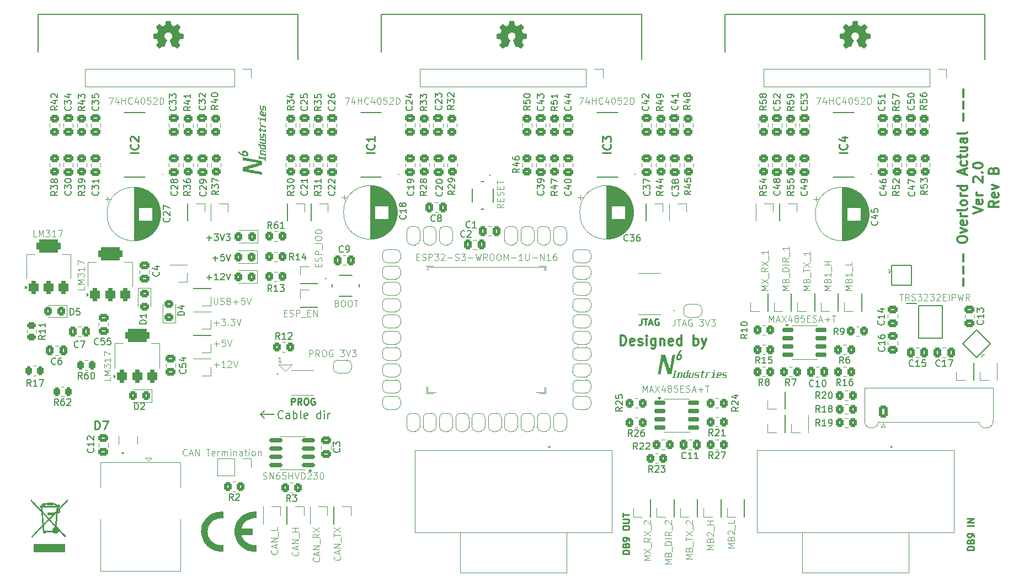
<source format=gto>
G04 #@! TF.GenerationSoftware,KiCad,Pcbnew,8.0.8*
G04 #@! TF.CreationDate,2025-02-25T19:49:03+01:00*
G04 #@! TF.ProjectId,Overlord,4f766572-6c6f-4726-942e-6b696361645f,rev?*
G04 #@! TF.SameCoordinates,Original*
G04 #@! TF.FileFunction,Legend,Top*
G04 #@! TF.FilePolarity,Positive*
%FSLAX46Y46*%
G04 Gerber Fmt 4.6, Leading zero omitted, Abs format (unit mm)*
G04 Created by KiCad (PCBNEW 8.0.8) date 2025-02-25 19:49:03*
%MOMM*%
%LPD*%
G01*
G04 APERTURE LIST*
G04 Aperture macros list*
%AMRoundRect*
0 Rectangle with rounded corners*
0 $1 Rounding radius*
0 $2 $3 $4 $5 $6 $7 $8 $9 X,Y pos of 4 corners*
0 Add a 4 corners polygon primitive as box body*
4,1,4,$2,$3,$4,$5,$6,$7,$8,$9,$2,$3,0*
0 Add four circle primitives for the rounded corners*
1,1,$1+$1,$2,$3*
1,1,$1+$1,$4,$5*
1,1,$1+$1,$6,$7*
1,1,$1+$1,$8,$9*
0 Add four rect primitives between the rounded corners*
20,1,$1+$1,$2,$3,$4,$5,0*
20,1,$1+$1,$4,$5,$6,$7,0*
20,1,$1+$1,$6,$7,$8,$9,0*
20,1,$1+$1,$8,$9,$2,$3,0*%
%AMRotRect*
0 Rectangle, with rotation*
0 The origin of the aperture is its center*
0 $1 length*
0 $2 width*
0 $3 Rotation angle, in degrees counterclockwise*
0 Add horizontal line*
21,1,$1,$2,0,0,$3*%
%AMFreePoly0*
4,1,19,0.500000,-0.750000,0.000000,-0.750000,0.000000,-0.744911,-0.071157,-0.744911,-0.207708,-0.704816,-0.327430,-0.627875,-0.420627,-0.520320,-0.479746,-0.390866,-0.500000,-0.250000,-0.500000,0.250000,-0.479746,0.390866,-0.420627,0.520320,-0.327430,0.627875,-0.207708,0.704816,-0.071157,0.744911,0.000000,0.744911,0.000000,0.750000,0.500000,0.750000,0.500000,-0.750000,0.500000,-0.750000,
$1*%
%AMFreePoly1*
4,1,19,0.000000,0.744911,0.071157,0.744911,0.207708,0.704816,0.327430,0.627875,0.420627,0.520320,0.479746,0.390866,0.500000,0.250000,0.500000,-0.250000,0.479746,-0.390866,0.420627,-0.520320,0.327430,-0.627875,0.207708,-0.704816,0.071157,-0.744911,0.000000,-0.744911,0.000000,-0.750000,-0.500000,-0.750000,-0.500000,0.750000,0.000000,0.750000,0.000000,0.744911,0.000000,0.744911,
$1*%
G04 Aperture macros list end*
%ADD10C,0.125000*%
%ADD11C,0.250000*%
%ADD12C,0.200000*%
%ADD13C,0.150000*%
%ADD14C,0.120000*%
%ADD15C,0.300000*%
%ADD16C,0.100000*%
%ADD17C,0.254000*%
%ADD18C,0.162500*%
%ADD19C,0.010000*%
%ADD20RoundRect,0.375000X0.375000X-0.625000X0.375000X0.625000X-0.375000X0.625000X-0.375000X-0.625000X0*%
%ADD21RoundRect,0.500000X1.400000X-0.500000X1.400000X0.500000X-1.400000X0.500000X-1.400000X-0.500000X0*%
%ADD22R,1.750000X0.800000*%
%ADD23R,1.750000X0.700000*%
%ADD24R,1.000000X1.000000*%
%ADD25RotRect,1.000000X1.000000X135.000000*%
%ADD26RoundRect,0.250000X0.262500X0.450000X-0.262500X0.450000X-0.262500X-0.450000X0.262500X-0.450000X0*%
%ADD27RoundRect,0.250000X-0.350000X-0.450000X0.350000X-0.450000X0.350000X0.450000X-0.350000X0.450000X0*%
%ADD28RoundRect,0.250000X0.325000X0.450000X-0.325000X0.450000X-0.325000X-0.450000X0.325000X-0.450000X0*%
%ADD29RoundRect,0.250000X-0.475000X0.337500X-0.475000X-0.337500X0.475000X-0.337500X0.475000X0.337500X0*%
%ADD30RoundRect,0.250000X0.475000X-0.337500X0.475000X0.337500X-0.475000X0.337500X-0.475000X-0.337500X0*%
%ADD31RoundRect,0.250000X0.450000X-0.350000X0.450000X0.350000X-0.450000X0.350000X-0.450000X-0.350000X0*%
%ADD32R,1.700000X1.700000*%
%ADD33RoundRect,0.250000X0.350000X0.450000X-0.350000X0.450000X-0.350000X-0.450000X0.350000X-0.450000X0*%
%ADD34C,1.500000*%
%ADD35RoundRect,0.250000X0.400000X-0.650000X0.400000X0.650000X-0.400000X0.650000X-0.400000X-0.650000X0*%
%ADD36O,1.300000X1.800000*%
%ADD37FreePoly0,270.000000*%
%ADD38FreePoly1,270.000000*%
%ADD39FreePoly0,90.000000*%
%ADD40FreePoly1,90.000000*%
%ADD41FreePoly0,0.000000*%
%ADD42FreePoly1,0.000000*%
%ADD43RoundRect,0.250000X-0.450000X0.350000X-0.450000X-0.350000X0.450000X-0.350000X0.450000X0.350000X0*%
%ADD44FreePoly0,180.000000*%
%ADD45FreePoly1,180.000000*%
%ADD46RoundRect,0.250000X-0.337500X-0.475000X0.337500X-0.475000X0.337500X0.475000X-0.337500X0.475000X0*%
%ADD47RoundRect,0.250000X0.450000X-0.325000X0.450000X0.325000X-0.450000X0.325000X-0.450000X-0.325000X0*%
%ADD48R,2.025000X2.025000*%
%ADD49C,2.025000*%
%ADD50O,1.700000X1.700000*%
%ADD51R,1.600000X1.600000*%
%ADD52C,1.600000*%
%ADD53R,2.790000X0.740000*%
%ADD54RoundRect,0.250000X0.337500X0.475000X-0.337500X0.475000X-0.337500X-0.475000X0.337500X-0.475000X0*%
%ADD55C,4.000000*%
%ADD56R,1.050000X0.650000*%
%ADD57R,1.500000X0.900000*%
%ADD58R,0.900000X1.500000*%
%ADD59R,0.900000X0.900000*%
%ADD60RoundRect,0.150000X-0.725000X-0.150000X0.725000X-0.150000X0.725000X0.150000X-0.725000X0.150000X0*%
%ADD61R,0.650000X1.050000*%
%ADD62R,1.475000X0.450000*%
%ADD63RoundRect,0.250000X-0.450000X0.262500X-0.450000X-0.262500X0.450000X-0.262500X0.450000X0.262500X0*%
%ADD64C,1.562000*%
%ADD65C,4.877000*%
%ADD66RoundRect,0.250000X-0.450000X0.325000X-0.450000X-0.325000X0.450000X-0.325000X0.450000X0.325000X0*%
%ADD67RoundRect,0.250000X-0.262500X-0.450000X0.262500X-0.450000X0.262500X0.450000X-0.262500X0.450000X0*%
%ADD68RoundRect,0.150000X0.825000X0.150000X-0.825000X0.150000X-0.825000X-0.150000X0.825000X-0.150000X0*%
%ADD69R,0.910000X0.910000*%
%ADD70R,0.460000X0.910000*%
G04 APERTURE END LIST*
D10*
X68234430Y-71597309D02*
X68567763Y-71597309D01*
X68710620Y-72121119D02*
X68234430Y-72121119D01*
X68234430Y-72121119D02*
X68234430Y-71121119D01*
X68234430Y-71121119D02*
X68710620Y-71121119D01*
X69091573Y-72073500D02*
X69234430Y-72121119D01*
X69234430Y-72121119D02*
X69472525Y-72121119D01*
X69472525Y-72121119D02*
X69567763Y-72073500D01*
X69567763Y-72073500D02*
X69615382Y-72025880D01*
X69615382Y-72025880D02*
X69663001Y-71930642D01*
X69663001Y-71930642D02*
X69663001Y-71835404D01*
X69663001Y-71835404D02*
X69615382Y-71740166D01*
X69615382Y-71740166D02*
X69567763Y-71692547D01*
X69567763Y-71692547D02*
X69472525Y-71644928D01*
X69472525Y-71644928D02*
X69282049Y-71597309D01*
X69282049Y-71597309D02*
X69186811Y-71549690D01*
X69186811Y-71549690D02*
X69139192Y-71502071D01*
X69139192Y-71502071D02*
X69091573Y-71406833D01*
X69091573Y-71406833D02*
X69091573Y-71311595D01*
X69091573Y-71311595D02*
X69139192Y-71216357D01*
X69139192Y-71216357D02*
X69186811Y-71168738D01*
X69186811Y-71168738D02*
X69282049Y-71121119D01*
X69282049Y-71121119D02*
X69520144Y-71121119D01*
X69520144Y-71121119D02*
X69663001Y-71168738D01*
X70091573Y-72121119D02*
X70091573Y-71121119D01*
X70091573Y-71121119D02*
X70472525Y-71121119D01*
X70472525Y-71121119D02*
X70567763Y-71168738D01*
X70567763Y-71168738D02*
X70615382Y-71216357D01*
X70615382Y-71216357D02*
X70663001Y-71311595D01*
X70663001Y-71311595D02*
X70663001Y-71454452D01*
X70663001Y-71454452D02*
X70615382Y-71549690D01*
X70615382Y-71549690D02*
X70567763Y-71597309D01*
X70567763Y-71597309D02*
X70472525Y-71644928D01*
X70472525Y-71644928D02*
X70091573Y-71644928D01*
X70853478Y-72216357D02*
X71615382Y-72216357D01*
X71853478Y-71597309D02*
X72186811Y-71597309D01*
X72329668Y-72121119D02*
X71853478Y-72121119D01*
X71853478Y-72121119D02*
X71853478Y-71121119D01*
X71853478Y-71121119D02*
X72329668Y-71121119D01*
X72758240Y-72121119D02*
X72758240Y-71121119D01*
X72758240Y-71121119D02*
X73329668Y-72121119D01*
X73329668Y-72121119D02*
X73329668Y-71121119D01*
X73497309Y-64489378D02*
X73497309Y-64156045D01*
X74021119Y-64013188D02*
X74021119Y-64489378D01*
X74021119Y-64489378D02*
X73021119Y-64489378D01*
X73021119Y-64489378D02*
X73021119Y-64013188D01*
X73973500Y-63632235D02*
X74021119Y-63489378D01*
X74021119Y-63489378D02*
X74021119Y-63251283D01*
X74021119Y-63251283D02*
X73973500Y-63156045D01*
X73973500Y-63156045D02*
X73925880Y-63108426D01*
X73925880Y-63108426D02*
X73830642Y-63060807D01*
X73830642Y-63060807D02*
X73735404Y-63060807D01*
X73735404Y-63060807D02*
X73640166Y-63108426D01*
X73640166Y-63108426D02*
X73592547Y-63156045D01*
X73592547Y-63156045D02*
X73544928Y-63251283D01*
X73544928Y-63251283D02*
X73497309Y-63441759D01*
X73497309Y-63441759D02*
X73449690Y-63536997D01*
X73449690Y-63536997D02*
X73402071Y-63584616D01*
X73402071Y-63584616D02*
X73306833Y-63632235D01*
X73306833Y-63632235D02*
X73211595Y-63632235D01*
X73211595Y-63632235D02*
X73116357Y-63584616D01*
X73116357Y-63584616D02*
X73068738Y-63536997D01*
X73068738Y-63536997D02*
X73021119Y-63441759D01*
X73021119Y-63441759D02*
X73021119Y-63203664D01*
X73021119Y-63203664D02*
X73068738Y-63060807D01*
X74021119Y-62632235D02*
X73021119Y-62632235D01*
X73021119Y-62632235D02*
X73021119Y-62251283D01*
X73021119Y-62251283D02*
X73068738Y-62156045D01*
X73068738Y-62156045D02*
X73116357Y-62108426D01*
X73116357Y-62108426D02*
X73211595Y-62060807D01*
X73211595Y-62060807D02*
X73354452Y-62060807D01*
X73354452Y-62060807D02*
X73449690Y-62108426D01*
X73449690Y-62108426D02*
X73497309Y-62156045D01*
X73497309Y-62156045D02*
X73544928Y-62251283D01*
X73544928Y-62251283D02*
X73544928Y-62632235D01*
X74116357Y-61870331D02*
X74116357Y-61108426D01*
X74021119Y-60870330D02*
X73021119Y-60870330D01*
X73021119Y-60203664D02*
X73021119Y-60013188D01*
X73021119Y-60013188D02*
X73068738Y-59917950D01*
X73068738Y-59917950D02*
X73163976Y-59822712D01*
X73163976Y-59822712D02*
X73354452Y-59775093D01*
X73354452Y-59775093D02*
X73687785Y-59775093D01*
X73687785Y-59775093D02*
X73878261Y-59822712D01*
X73878261Y-59822712D02*
X73973500Y-59917950D01*
X73973500Y-59917950D02*
X74021119Y-60013188D01*
X74021119Y-60013188D02*
X74021119Y-60203664D01*
X74021119Y-60203664D02*
X73973500Y-60298902D01*
X73973500Y-60298902D02*
X73878261Y-60394140D01*
X73878261Y-60394140D02*
X73687785Y-60441759D01*
X73687785Y-60441759D02*
X73354452Y-60441759D01*
X73354452Y-60441759D02*
X73163976Y-60394140D01*
X73163976Y-60394140D02*
X73068738Y-60298902D01*
X73068738Y-60298902D02*
X73021119Y-60203664D01*
X73021119Y-59156045D02*
X73021119Y-59060807D01*
X73021119Y-59060807D02*
X73068738Y-58965569D01*
X73068738Y-58965569D02*
X73116357Y-58917950D01*
X73116357Y-58917950D02*
X73211595Y-58870331D01*
X73211595Y-58870331D02*
X73402071Y-58822712D01*
X73402071Y-58822712D02*
X73640166Y-58822712D01*
X73640166Y-58822712D02*
X73830642Y-58870331D01*
X73830642Y-58870331D02*
X73925880Y-58917950D01*
X73925880Y-58917950D02*
X73973500Y-58965569D01*
X73973500Y-58965569D02*
X74021119Y-59060807D01*
X74021119Y-59060807D02*
X74021119Y-59156045D01*
X74021119Y-59156045D02*
X73973500Y-59251283D01*
X73973500Y-59251283D02*
X73925880Y-59298902D01*
X73925880Y-59298902D02*
X73830642Y-59346521D01*
X73830642Y-59346521D02*
X73640166Y-59394140D01*
X73640166Y-59394140D02*
X73402071Y-59394140D01*
X73402071Y-59394140D02*
X73211595Y-59346521D01*
X73211595Y-59346521D02*
X73116357Y-59298902D01*
X73116357Y-59298902D02*
X73068738Y-59251283D01*
X73068738Y-59251283D02*
X73021119Y-59156045D01*
X57470331Y-69261455D02*
X57470331Y-70070978D01*
X57470331Y-70070978D02*
X57517950Y-70166216D01*
X57517950Y-70166216D02*
X57565569Y-70213836D01*
X57565569Y-70213836D02*
X57660807Y-70261455D01*
X57660807Y-70261455D02*
X57851283Y-70261455D01*
X57851283Y-70261455D02*
X57946521Y-70213836D01*
X57946521Y-70213836D02*
X57994140Y-70166216D01*
X57994140Y-70166216D02*
X58041759Y-70070978D01*
X58041759Y-70070978D02*
X58041759Y-69261455D01*
X58470331Y-70213836D02*
X58613188Y-70261455D01*
X58613188Y-70261455D02*
X58851283Y-70261455D01*
X58851283Y-70261455D02*
X58946521Y-70213836D01*
X58946521Y-70213836D02*
X58994140Y-70166216D01*
X58994140Y-70166216D02*
X59041759Y-70070978D01*
X59041759Y-70070978D02*
X59041759Y-69975740D01*
X59041759Y-69975740D02*
X58994140Y-69880502D01*
X58994140Y-69880502D02*
X58946521Y-69832883D01*
X58946521Y-69832883D02*
X58851283Y-69785264D01*
X58851283Y-69785264D02*
X58660807Y-69737645D01*
X58660807Y-69737645D02*
X58565569Y-69690026D01*
X58565569Y-69690026D02*
X58517950Y-69642407D01*
X58517950Y-69642407D02*
X58470331Y-69547169D01*
X58470331Y-69547169D02*
X58470331Y-69451931D01*
X58470331Y-69451931D02*
X58517950Y-69356693D01*
X58517950Y-69356693D02*
X58565569Y-69309074D01*
X58565569Y-69309074D02*
X58660807Y-69261455D01*
X58660807Y-69261455D02*
X58898902Y-69261455D01*
X58898902Y-69261455D02*
X59041759Y-69309074D01*
X59803664Y-69737645D02*
X59946521Y-69785264D01*
X59946521Y-69785264D02*
X59994140Y-69832883D01*
X59994140Y-69832883D02*
X60041759Y-69928121D01*
X60041759Y-69928121D02*
X60041759Y-70070978D01*
X60041759Y-70070978D02*
X59994140Y-70166216D01*
X59994140Y-70166216D02*
X59946521Y-70213836D01*
X59946521Y-70213836D02*
X59851283Y-70261455D01*
X59851283Y-70261455D02*
X59470331Y-70261455D01*
X59470331Y-70261455D02*
X59470331Y-69261455D01*
X59470331Y-69261455D02*
X59803664Y-69261455D01*
X59803664Y-69261455D02*
X59898902Y-69309074D01*
X59898902Y-69309074D02*
X59946521Y-69356693D01*
X59946521Y-69356693D02*
X59994140Y-69451931D01*
X59994140Y-69451931D02*
X59994140Y-69547169D01*
X59994140Y-69547169D02*
X59946521Y-69642407D01*
X59946521Y-69642407D02*
X59898902Y-69690026D01*
X59898902Y-69690026D02*
X59803664Y-69737645D01*
X59803664Y-69737645D02*
X59470331Y-69737645D01*
X60470331Y-69880502D02*
X61232236Y-69880502D01*
X60851283Y-70261455D02*
X60851283Y-69499550D01*
X62184616Y-69261455D02*
X61708426Y-69261455D01*
X61708426Y-69261455D02*
X61660807Y-69737645D01*
X61660807Y-69737645D02*
X61708426Y-69690026D01*
X61708426Y-69690026D02*
X61803664Y-69642407D01*
X61803664Y-69642407D02*
X62041759Y-69642407D01*
X62041759Y-69642407D02*
X62136997Y-69690026D01*
X62136997Y-69690026D02*
X62184616Y-69737645D01*
X62184616Y-69737645D02*
X62232235Y-69832883D01*
X62232235Y-69832883D02*
X62232235Y-70070978D01*
X62232235Y-70070978D02*
X62184616Y-70166216D01*
X62184616Y-70166216D02*
X62136997Y-70213836D01*
X62136997Y-70213836D02*
X62041759Y-70261455D01*
X62041759Y-70261455D02*
X61803664Y-70261455D01*
X61803664Y-70261455D02*
X61708426Y-70213836D01*
X61708426Y-70213836D02*
X61660807Y-70166216D01*
X62517950Y-69261455D02*
X62851283Y-70261455D01*
X62851283Y-70261455D02*
X63184616Y-69261455D01*
X57470331Y-73100390D02*
X58232236Y-73100390D01*
X57851283Y-73481343D02*
X57851283Y-72719438D01*
X58613188Y-72481343D02*
X59232235Y-72481343D01*
X59232235Y-72481343D02*
X58898902Y-72862295D01*
X58898902Y-72862295D02*
X59041759Y-72862295D01*
X59041759Y-72862295D02*
X59136997Y-72909914D01*
X59136997Y-72909914D02*
X59184616Y-72957533D01*
X59184616Y-72957533D02*
X59232235Y-73052771D01*
X59232235Y-73052771D02*
X59232235Y-73290866D01*
X59232235Y-73290866D02*
X59184616Y-73386104D01*
X59184616Y-73386104D02*
X59136997Y-73433724D01*
X59136997Y-73433724D02*
X59041759Y-73481343D01*
X59041759Y-73481343D02*
X58756045Y-73481343D01*
X58756045Y-73481343D02*
X58660807Y-73433724D01*
X58660807Y-73433724D02*
X58613188Y-73386104D01*
X59660807Y-73386104D02*
X59708426Y-73433724D01*
X59708426Y-73433724D02*
X59660807Y-73481343D01*
X59660807Y-73481343D02*
X59613188Y-73433724D01*
X59613188Y-73433724D02*
X59660807Y-73386104D01*
X59660807Y-73386104D02*
X59660807Y-73481343D01*
X60041759Y-72481343D02*
X60660806Y-72481343D01*
X60660806Y-72481343D02*
X60327473Y-72862295D01*
X60327473Y-72862295D02*
X60470330Y-72862295D01*
X60470330Y-72862295D02*
X60565568Y-72909914D01*
X60565568Y-72909914D02*
X60613187Y-72957533D01*
X60613187Y-72957533D02*
X60660806Y-73052771D01*
X60660806Y-73052771D02*
X60660806Y-73290866D01*
X60660806Y-73290866D02*
X60613187Y-73386104D01*
X60613187Y-73386104D02*
X60565568Y-73433724D01*
X60565568Y-73433724D02*
X60470330Y-73481343D01*
X60470330Y-73481343D02*
X60184616Y-73481343D01*
X60184616Y-73481343D02*
X60089378Y-73433724D01*
X60089378Y-73433724D02*
X60041759Y-73386104D01*
X60946521Y-72481343D02*
X61279854Y-73481343D01*
X61279854Y-73481343D02*
X61613187Y-72481343D01*
X57470331Y-76320278D02*
X58232236Y-76320278D01*
X57851283Y-76701231D02*
X57851283Y-75939326D01*
X59184616Y-75701231D02*
X58708426Y-75701231D01*
X58708426Y-75701231D02*
X58660807Y-76177421D01*
X58660807Y-76177421D02*
X58708426Y-76129802D01*
X58708426Y-76129802D02*
X58803664Y-76082183D01*
X58803664Y-76082183D02*
X59041759Y-76082183D01*
X59041759Y-76082183D02*
X59136997Y-76129802D01*
X59136997Y-76129802D02*
X59184616Y-76177421D01*
X59184616Y-76177421D02*
X59232235Y-76272659D01*
X59232235Y-76272659D02*
X59232235Y-76510754D01*
X59232235Y-76510754D02*
X59184616Y-76605992D01*
X59184616Y-76605992D02*
X59136997Y-76653612D01*
X59136997Y-76653612D02*
X59041759Y-76701231D01*
X59041759Y-76701231D02*
X58803664Y-76701231D01*
X58803664Y-76701231D02*
X58708426Y-76653612D01*
X58708426Y-76653612D02*
X58660807Y-76605992D01*
X59517950Y-75701231D02*
X59851283Y-76701231D01*
X59851283Y-76701231D02*
X60184616Y-75701231D01*
X57470331Y-79540166D02*
X58232236Y-79540166D01*
X57851283Y-79921119D02*
X57851283Y-79159214D01*
X59232235Y-79921119D02*
X58660807Y-79921119D01*
X58946521Y-79921119D02*
X58946521Y-78921119D01*
X58946521Y-78921119D02*
X58851283Y-79063976D01*
X58851283Y-79063976D02*
X58756045Y-79159214D01*
X58756045Y-79159214D02*
X58660807Y-79206833D01*
X59613188Y-79016357D02*
X59660807Y-78968738D01*
X59660807Y-78968738D02*
X59756045Y-78921119D01*
X59756045Y-78921119D02*
X59994140Y-78921119D01*
X59994140Y-78921119D02*
X60089378Y-78968738D01*
X60089378Y-78968738D02*
X60136997Y-79016357D01*
X60136997Y-79016357D02*
X60184616Y-79111595D01*
X60184616Y-79111595D02*
X60184616Y-79206833D01*
X60184616Y-79206833D02*
X60136997Y-79349690D01*
X60136997Y-79349690D02*
X59565569Y-79921119D01*
X59565569Y-79921119D02*
X60184616Y-79921119D01*
X60470331Y-78921119D02*
X60803664Y-79921119D01*
X60803664Y-79921119D02*
X61136997Y-78921119D01*
X67166216Y-107998903D02*
X67213836Y-108046522D01*
X67213836Y-108046522D02*
X67261455Y-108189379D01*
X67261455Y-108189379D02*
X67261455Y-108284617D01*
X67261455Y-108284617D02*
X67213836Y-108427474D01*
X67213836Y-108427474D02*
X67118597Y-108522712D01*
X67118597Y-108522712D02*
X67023359Y-108570331D01*
X67023359Y-108570331D02*
X66832883Y-108617950D01*
X66832883Y-108617950D02*
X66690026Y-108617950D01*
X66690026Y-108617950D02*
X66499550Y-108570331D01*
X66499550Y-108570331D02*
X66404312Y-108522712D01*
X66404312Y-108522712D02*
X66309074Y-108427474D01*
X66309074Y-108427474D02*
X66261455Y-108284617D01*
X66261455Y-108284617D02*
X66261455Y-108189379D01*
X66261455Y-108189379D02*
X66309074Y-108046522D01*
X66309074Y-108046522D02*
X66356693Y-107998903D01*
X66975740Y-107617950D02*
X66975740Y-107141760D01*
X67261455Y-107713188D02*
X66261455Y-107379855D01*
X66261455Y-107379855D02*
X67261455Y-107046522D01*
X67261455Y-106713188D02*
X66261455Y-106713188D01*
X66261455Y-106713188D02*
X67261455Y-106141760D01*
X67261455Y-106141760D02*
X66261455Y-106141760D01*
X67356693Y-105903665D02*
X67356693Y-105141760D01*
X67261455Y-104427474D02*
X67261455Y-104903664D01*
X67261455Y-104903664D02*
X66261455Y-104903664D01*
X70386104Y-108236998D02*
X70433724Y-108284617D01*
X70433724Y-108284617D02*
X70481343Y-108427474D01*
X70481343Y-108427474D02*
X70481343Y-108522712D01*
X70481343Y-108522712D02*
X70433724Y-108665569D01*
X70433724Y-108665569D02*
X70338485Y-108760807D01*
X70338485Y-108760807D02*
X70243247Y-108808426D01*
X70243247Y-108808426D02*
X70052771Y-108856045D01*
X70052771Y-108856045D02*
X69909914Y-108856045D01*
X69909914Y-108856045D02*
X69719438Y-108808426D01*
X69719438Y-108808426D02*
X69624200Y-108760807D01*
X69624200Y-108760807D02*
X69528962Y-108665569D01*
X69528962Y-108665569D02*
X69481343Y-108522712D01*
X69481343Y-108522712D02*
X69481343Y-108427474D01*
X69481343Y-108427474D02*
X69528962Y-108284617D01*
X69528962Y-108284617D02*
X69576581Y-108236998D01*
X70195628Y-107856045D02*
X70195628Y-107379855D01*
X70481343Y-107951283D02*
X69481343Y-107617950D01*
X69481343Y-107617950D02*
X70481343Y-107284617D01*
X70481343Y-106951283D02*
X69481343Y-106951283D01*
X69481343Y-106951283D02*
X70481343Y-106379855D01*
X70481343Y-106379855D02*
X69481343Y-106379855D01*
X70576581Y-106141760D02*
X70576581Y-105379855D01*
X70481343Y-105141759D02*
X69481343Y-105141759D01*
X69957533Y-105141759D02*
X69957533Y-104570331D01*
X70481343Y-104570331D02*
X69481343Y-104570331D01*
X73605992Y-109141760D02*
X73653612Y-109189379D01*
X73653612Y-109189379D02*
X73701231Y-109332236D01*
X73701231Y-109332236D02*
X73701231Y-109427474D01*
X73701231Y-109427474D02*
X73653612Y-109570331D01*
X73653612Y-109570331D02*
X73558373Y-109665569D01*
X73558373Y-109665569D02*
X73463135Y-109713188D01*
X73463135Y-109713188D02*
X73272659Y-109760807D01*
X73272659Y-109760807D02*
X73129802Y-109760807D01*
X73129802Y-109760807D02*
X72939326Y-109713188D01*
X72939326Y-109713188D02*
X72844088Y-109665569D01*
X72844088Y-109665569D02*
X72748850Y-109570331D01*
X72748850Y-109570331D02*
X72701231Y-109427474D01*
X72701231Y-109427474D02*
X72701231Y-109332236D01*
X72701231Y-109332236D02*
X72748850Y-109189379D01*
X72748850Y-109189379D02*
X72796469Y-109141760D01*
X73415516Y-108760807D02*
X73415516Y-108284617D01*
X73701231Y-108856045D02*
X72701231Y-108522712D01*
X72701231Y-108522712D02*
X73701231Y-108189379D01*
X73701231Y-107856045D02*
X72701231Y-107856045D01*
X72701231Y-107856045D02*
X73701231Y-107284617D01*
X73701231Y-107284617D02*
X72701231Y-107284617D01*
X73796469Y-107046522D02*
X73796469Y-106284617D01*
X73701231Y-105475093D02*
X73225040Y-105808426D01*
X73701231Y-106046521D02*
X72701231Y-106046521D01*
X72701231Y-106046521D02*
X72701231Y-105665569D01*
X72701231Y-105665569D02*
X72748850Y-105570331D01*
X72748850Y-105570331D02*
X72796469Y-105522712D01*
X72796469Y-105522712D02*
X72891707Y-105475093D01*
X72891707Y-105475093D02*
X73034564Y-105475093D01*
X73034564Y-105475093D02*
X73129802Y-105522712D01*
X73129802Y-105522712D02*
X73177421Y-105570331D01*
X73177421Y-105570331D02*
X73225040Y-105665569D01*
X73225040Y-105665569D02*
X73225040Y-106046521D01*
X72701231Y-105141759D02*
X73701231Y-104475093D01*
X72701231Y-104475093D02*
X73701231Y-105141759D01*
X76825880Y-108903665D02*
X76873500Y-108951284D01*
X76873500Y-108951284D02*
X76921119Y-109094141D01*
X76921119Y-109094141D02*
X76921119Y-109189379D01*
X76921119Y-109189379D02*
X76873500Y-109332236D01*
X76873500Y-109332236D02*
X76778261Y-109427474D01*
X76778261Y-109427474D02*
X76683023Y-109475093D01*
X76683023Y-109475093D02*
X76492547Y-109522712D01*
X76492547Y-109522712D02*
X76349690Y-109522712D01*
X76349690Y-109522712D02*
X76159214Y-109475093D01*
X76159214Y-109475093D02*
X76063976Y-109427474D01*
X76063976Y-109427474D02*
X75968738Y-109332236D01*
X75968738Y-109332236D02*
X75921119Y-109189379D01*
X75921119Y-109189379D02*
X75921119Y-109094141D01*
X75921119Y-109094141D02*
X75968738Y-108951284D01*
X75968738Y-108951284D02*
X76016357Y-108903665D01*
X76635404Y-108522712D02*
X76635404Y-108046522D01*
X76921119Y-108617950D02*
X75921119Y-108284617D01*
X75921119Y-108284617D02*
X76921119Y-107951284D01*
X76921119Y-107617950D02*
X75921119Y-107617950D01*
X75921119Y-107617950D02*
X76921119Y-107046522D01*
X76921119Y-107046522D02*
X75921119Y-107046522D01*
X77016357Y-106808427D02*
X77016357Y-106046522D01*
X75921119Y-105951283D02*
X75921119Y-105379855D01*
X76921119Y-105665569D02*
X75921119Y-105665569D01*
X75921119Y-105141759D02*
X76921119Y-104475093D01*
X75921119Y-104475093D02*
X76921119Y-105141759D01*
X142491567Y-68079668D02*
X141491567Y-68079668D01*
X141491567Y-68079668D02*
X142205852Y-67746335D01*
X142205852Y-67746335D02*
X141491567Y-67413002D01*
X141491567Y-67413002D02*
X142491567Y-67413002D01*
X141491567Y-67032049D02*
X142491567Y-66365383D01*
X141491567Y-66365383D02*
X142491567Y-67032049D01*
X142586805Y-66222526D02*
X142586805Y-65460621D01*
X142491567Y-64651097D02*
X142015376Y-64984430D01*
X142491567Y-65222525D02*
X141491567Y-65222525D01*
X141491567Y-65222525D02*
X141491567Y-64841573D01*
X141491567Y-64841573D02*
X141539186Y-64746335D01*
X141539186Y-64746335D02*
X141586805Y-64698716D01*
X141586805Y-64698716D02*
X141682043Y-64651097D01*
X141682043Y-64651097D02*
X141824900Y-64651097D01*
X141824900Y-64651097D02*
X141920138Y-64698716D01*
X141920138Y-64698716D02*
X141967757Y-64746335D01*
X141967757Y-64746335D02*
X142015376Y-64841573D01*
X142015376Y-64841573D02*
X142015376Y-65222525D01*
X141491567Y-64317763D02*
X142491567Y-63651097D01*
X141491567Y-63651097D02*
X142491567Y-64317763D01*
X142586805Y-63508240D02*
X142586805Y-62746335D01*
X142491567Y-61984430D02*
X142491567Y-62555858D01*
X142491567Y-62270144D02*
X141491567Y-62270144D01*
X141491567Y-62270144D02*
X141634424Y-62365382D01*
X141634424Y-62365382D02*
X141729662Y-62460620D01*
X141729662Y-62460620D02*
X141777281Y-62555858D01*
X145711455Y-68079668D02*
X144711455Y-68079668D01*
X144711455Y-68079668D02*
X145425740Y-67746335D01*
X145425740Y-67746335D02*
X144711455Y-67413002D01*
X144711455Y-67413002D02*
X145711455Y-67413002D01*
X145187645Y-66603478D02*
X145235264Y-66460621D01*
X145235264Y-66460621D02*
X145282883Y-66413002D01*
X145282883Y-66413002D02*
X145378121Y-66365383D01*
X145378121Y-66365383D02*
X145520978Y-66365383D01*
X145520978Y-66365383D02*
X145616216Y-66413002D01*
X145616216Y-66413002D02*
X145663836Y-66460621D01*
X145663836Y-66460621D02*
X145711455Y-66555859D01*
X145711455Y-66555859D02*
X145711455Y-66936811D01*
X145711455Y-66936811D02*
X144711455Y-66936811D01*
X144711455Y-66936811D02*
X144711455Y-66603478D01*
X144711455Y-66603478D02*
X144759074Y-66508240D01*
X144759074Y-66508240D02*
X144806693Y-66460621D01*
X144806693Y-66460621D02*
X144901931Y-66413002D01*
X144901931Y-66413002D02*
X144997169Y-66413002D01*
X144997169Y-66413002D02*
X145092407Y-66460621D01*
X145092407Y-66460621D02*
X145140026Y-66508240D01*
X145140026Y-66508240D02*
X145187645Y-66603478D01*
X145187645Y-66603478D02*
X145187645Y-66936811D01*
X145806693Y-66174907D02*
X145806693Y-65413002D01*
X145711455Y-65174906D02*
X144711455Y-65174906D01*
X144711455Y-65174906D02*
X144711455Y-64936811D01*
X144711455Y-64936811D02*
X144759074Y-64793954D01*
X144759074Y-64793954D02*
X144854312Y-64698716D01*
X144854312Y-64698716D02*
X144949550Y-64651097D01*
X144949550Y-64651097D02*
X145140026Y-64603478D01*
X145140026Y-64603478D02*
X145282883Y-64603478D01*
X145282883Y-64603478D02*
X145473359Y-64651097D01*
X145473359Y-64651097D02*
X145568597Y-64698716D01*
X145568597Y-64698716D02*
X145663836Y-64793954D01*
X145663836Y-64793954D02*
X145711455Y-64936811D01*
X145711455Y-64936811D02*
X145711455Y-65174906D01*
X145711455Y-64174906D02*
X144711455Y-64174906D01*
X145711455Y-63127288D02*
X145235264Y-63460621D01*
X145711455Y-63698716D02*
X144711455Y-63698716D01*
X144711455Y-63698716D02*
X144711455Y-63317764D01*
X144711455Y-63317764D02*
X144759074Y-63222526D01*
X144759074Y-63222526D02*
X144806693Y-63174907D01*
X144806693Y-63174907D02*
X144901931Y-63127288D01*
X144901931Y-63127288D02*
X145044788Y-63127288D01*
X145044788Y-63127288D02*
X145140026Y-63174907D01*
X145140026Y-63174907D02*
X145187645Y-63222526D01*
X145187645Y-63222526D02*
X145235264Y-63317764D01*
X145235264Y-63317764D02*
X145235264Y-63698716D01*
X145806693Y-62936812D02*
X145806693Y-62174907D01*
X145711455Y-61413002D02*
X145711455Y-61984430D01*
X145711455Y-61698716D02*
X144711455Y-61698716D01*
X144711455Y-61698716D02*
X144854312Y-61793954D01*
X144854312Y-61793954D02*
X144949550Y-61889192D01*
X144949550Y-61889192D02*
X144997169Y-61984430D01*
X148931343Y-68079668D02*
X147931343Y-68079668D01*
X147931343Y-68079668D02*
X148645628Y-67746335D01*
X148645628Y-67746335D02*
X147931343Y-67413002D01*
X147931343Y-67413002D02*
X148931343Y-67413002D01*
X148407533Y-66603478D02*
X148455152Y-66460621D01*
X148455152Y-66460621D02*
X148502771Y-66413002D01*
X148502771Y-66413002D02*
X148598009Y-66365383D01*
X148598009Y-66365383D02*
X148740866Y-66365383D01*
X148740866Y-66365383D02*
X148836104Y-66413002D01*
X148836104Y-66413002D02*
X148883724Y-66460621D01*
X148883724Y-66460621D02*
X148931343Y-66555859D01*
X148931343Y-66555859D02*
X148931343Y-66936811D01*
X148931343Y-66936811D02*
X147931343Y-66936811D01*
X147931343Y-66936811D02*
X147931343Y-66603478D01*
X147931343Y-66603478D02*
X147978962Y-66508240D01*
X147978962Y-66508240D02*
X148026581Y-66460621D01*
X148026581Y-66460621D02*
X148121819Y-66413002D01*
X148121819Y-66413002D02*
X148217057Y-66413002D01*
X148217057Y-66413002D02*
X148312295Y-66460621D01*
X148312295Y-66460621D02*
X148359914Y-66508240D01*
X148359914Y-66508240D02*
X148407533Y-66603478D01*
X148407533Y-66603478D02*
X148407533Y-66936811D01*
X149026581Y-66174907D02*
X149026581Y-65413002D01*
X147931343Y-65317763D02*
X147931343Y-64746335D01*
X148931343Y-65032049D02*
X147931343Y-65032049D01*
X147931343Y-64508239D02*
X148931343Y-63841573D01*
X147931343Y-63841573D02*
X148931343Y-64508239D01*
X149026581Y-63698716D02*
X149026581Y-62936811D01*
X148931343Y-62174906D02*
X148931343Y-62746334D01*
X148931343Y-62460620D02*
X147931343Y-62460620D01*
X147931343Y-62460620D02*
X148074200Y-62555858D01*
X148074200Y-62555858D02*
X148169438Y-62651096D01*
X148169438Y-62651096D02*
X148217057Y-62746334D01*
X152151231Y-68079668D02*
X151151231Y-68079668D01*
X151151231Y-68079668D02*
X151865516Y-67746335D01*
X151865516Y-67746335D02*
X151151231Y-67413002D01*
X151151231Y-67413002D02*
X152151231Y-67413002D01*
X151627421Y-66603478D02*
X151675040Y-66460621D01*
X151675040Y-66460621D02*
X151722659Y-66413002D01*
X151722659Y-66413002D02*
X151817897Y-66365383D01*
X151817897Y-66365383D02*
X151960754Y-66365383D01*
X151960754Y-66365383D02*
X152055992Y-66413002D01*
X152055992Y-66413002D02*
X152103612Y-66460621D01*
X152103612Y-66460621D02*
X152151231Y-66555859D01*
X152151231Y-66555859D02*
X152151231Y-66936811D01*
X152151231Y-66936811D02*
X151151231Y-66936811D01*
X151151231Y-66936811D02*
X151151231Y-66603478D01*
X151151231Y-66603478D02*
X151198850Y-66508240D01*
X151198850Y-66508240D02*
X151246469Y-66460621D01*
X151246469Y-66460621D02*
X151341707Y-66413002D01*
X151341707Y-66413002D02*
X151436945Y-66413002D01*
X151436945Y-66413002D02*
X151532183Y-66460621D01*
X151532183Y-66460621D02*
X151579802Y-66508240D01*
X151579802Y-66508240D02*
X151627421Y-66603478D01*
X151627421Y-66603478D02*
X151627421Y-66936811D01*
X152151231Y-65413002D02*
X152151231Y-65984430D01*
X152151231Y-65698716D02*
X151151231Y-65698716D01*
X151151231Y-65698716D02*
X151294088Y-65793954D01*
X151294088Y-65793954D02*
X151389326Y-65889192D01*
X151389326Y-65889192D02*
X151436945Y-65984430D01*
X152246469Y-65222526D02*
X152246469Y-64460621D01*
X152151231Y-64222525D02*
X151151231Y-64222525D01*
X151627421Y-64222525D02*
X151627421Y-63651097D01*
X152151231Y-63651097D02*
X151151231Y-63651097D01*
X155371119Y-68079668D02*
X154371119Y-68079668D01*
X154371119Y-68079668D02*
X155085404Y-67746335D01*
X155085404Y-67746335D02*
X154371119Y-67413002D01*
X154371119Y-67413002D02*
X155371119Y-67413002D01*
X154847309Y-66603478D02*
X154894928Y-66460621D01*
X154894928Y-66460621D02*
X154942547Y-66413002D01*
X154942547Y-66413002D02*
X155037785Y-66365383D01*
X155037785Y-66365383D02*
X155180642Y-66365383D01*
X155180642Y-66365383D02*
X155275880Y-66413002D01*
X155275880Y-66413002D02*
X155323500Y-66460621D01*
X155323500Y-66460621D02*
X155371119Y-66555859D01*
X155371119Y-66555859D02*
X155371119Y-66936811D01*
X155371119Y-66936811D02*
X154371119Y-66936811D01*
X154371119Y-66936811D02*
X154371119Y-66603478D01*
X154371119Y-66603478D02*
X154418738Y-66508240D01*
X154418738Y-66508240D02*
X154466357Y-66460621D01*
X154466357Y-66460621D02*
X154561595Y-66413002D01*
X154561595Y-66413002D02*
X154656833Y-66413002D01*
X154656833Y-66413002D02*
X154752071Y-66460621D01*
X154752071Y-66460621D02*
X154799690Y-66508240D01*
X154799690Y-66508240D02*
X154847309Y-66603478D01*
X154847309Y-66603478D02*
X154847309Y-66936811D01*
X155371119Y-65413002D02*
X155371119Y-65984430D01*
X155371119Y-65698716D02*
X154371119Y-65698716D01*
X154371119Y-65698716D02*
X154513976Y-65793954D01*
X154513976Y-65793954D02*
X154609214Y-65889192D01*
X154609214Y-65889192D02*
X154656833Y-65984430D01*
X155466357Y-65222526D02*
X155466357Y-64460621D01*
X155371119Y-63746335D02*
X155371119Y-64222525D01*
X155371119Y-64222525D02*
X154371119Y-64222525D01*
X124491567Y-109517950D02*
X123491567Y-109517950D01*
X123491567Y-109517950D02*
X124205852Y-109184617D01*
X124205852Y-109184617D02*
X123491567Y-108851284D01*
X123491567Y-108851284D02*
X124491567Y-108851284D01*
X123491567Y-108470331D02*
X124491567Y-107803665D01*
X123491567Y-107803665D02*
X124491567Y-108470331D01*
X124586805Y-107660808D02*
X124586805Y-106898903D01*
X124491567Y-106089379D02*
X124015376Y-106422712D01*
X124491567Y-106660807D02*
X123491567Y-106660807D01*
X123491567Y-106660807D02*
X123491567Y-106279855D01*
X123491567Y-106279855D02*
X123539186Y-106184617D01*
X123539186Y-106184617D02*
X123586805Y-106136998D01*
X123586805Y-106136998D02*
X123682043Y-106089379D01*
X123682043Y-106089379D02*
X123824900Y-106089379D01*
X123824900Y-106089379D02*
X123920138Y-106136998D01*
X123920138Y-106136998D02*
X123967757Y-106184617D01*
X123967757Y-106184617D02*
X124015376Y-106279855D01*
X124015376Y-106279855D02*
X124015376Y-106660807D01*
X123491567Y-105756045D02*
X124491567Y-105089379D01*
X123491567Y-105089379D02*
X124491567Y-105756045D01*
X124586805Y-104946522D02*
X124586805Y-104184617D01*
X123586805Y-103994140D02*
X123539186Y-103946521D01*
X123539186Y-103946521D02*
X123491567Y-103851283D01*
X123491567Y-103851283D02*
X123491567Y-103613188D01*
X123491567Y-103613188D02*
X123539186Y-103517950D01*
X123539186Y-103517950D02*
X123586805Y-103470331D01*
X123586805Y-103470331D02*
X123682043Y-103422712D01*
X123682043Y-103422712D02*
X123777281Y-103422712D01*
X123777281Y-103422712D02*
X123920138Y-103470331D01*
X123920138Y-103470331D02*
X124491567Y-104041759D01*
X124491567Y-104041759D02*
X124491567Y-103422712D01*
X127711455Y-110089378D02*
X126711455Y-110089378D01*
X126711455Y-110089378D02*
X127425740Y-109756045D01*
X127425740Y-109756045D02*
X126711455Y-109422712D01*
X126711455Y-109422712D02*
X127711455Y-109422712D01*
X127187645Y-108613188D02*
X127235264Y-108470331D01*
X127235264Y-108470331D02*
X127282883Y-108422712D01*
X127282883Y-108422712D02*
X127378121Y-108375093D01*
X127378121Y-108375093D02*
X127520978Y-108375093D01*
X127520978Y-108375093D02*
X127616216Y-108422712D01*
X127616216Y-108422712D02*
X127663836Y-108470331D01*
X127663836Y-108470331D02*
X127711455Y-108565569D01*
X127711455Y-108565569D02*
X127711455Y-108946521D01*
X127711455Y-108946521D02*
X126711455Y-108946521D01*
X126711455Y-108946521D02*
X126711455Y-108613188D01*
X126711455Y-108613188D02*
X126759074Y-108517950D01*
X126759074Y-108517950D02*
X126806693Y-108470331D01*
X126806693Y-108470331D02*
X126901931Y-108422712D01*
X126901931Y-108422712D02*
X126997169Y-108422712D01*
X126997169Y-108422712D02*
X127092407Y-108470331D01*
X127092407Y-108470331D02*
X127140026Y-108517950D01*
X127140026Y-108517950D02*
X127187645Y-108613188D01*
X127187645Y-108613188D02*
X127187645Y-108946521D01*
X127806693Y-108184617D02*
X127806693Y-107422712D01*
X127711455Y-107184616D02*
X126711455Y-107184616D01*
X126711455Y-107184616D02*
X126711455Y-106946521D01*
X126711455Y-106946521D02*
X126759074Y-106803664D01*
X126759074Y-106803664D02*
X126854312Y-106708426D01*
X126854312Y-106708426D02*
X126949550Y-106660807D01*
X126949550Y-106660807D02*
X127140026Y-106613188D01*
X127140026Y-106613188D02*
X127282883Y-106613188D01*
X127282883Y-106613188D02*
X127473359Y-106660807D01*
X127473359Y-106660807D02*
X127568597Y-106708426D01*
X127568597Y-106708426D02*
X127663836Y-106803664D01*
X127663836Y-106803664D02*
X127711455Y-106946521D01*
X127711455Y-106946521D02*
X127711455Y-107184616D01*
X127711455Y-106184616D02*
X126711455Y-106184616D01*
X127711455Y-105136998D02*
X127235264Y-105470331D01*
X127711455Y-105708426D02*
X126711455Y-105708426D01*
X126711455Y-105708426D02*
X126711455Y-105327474D01*
X126711455Y-105327474D02*
X126759074Y-105232236D01*
X126759074Y-105232236D02*
X126806693Y-105184617D01*
X126806693Y-105184617D02*
X126901931Y-105136998D01*
X126901931Y-105136998D02*
X127044788Y-105136998D01*
X127044788Y-105136998D02*
X127140026Y-105184617D01*
X127140026Y-105184617D02*
X127187645Y-105232236D01*
X127187645Y-105232236D02*
X127235264Y-105327474D01*
X127235264Y-105327474D02*
X127235264Y-105708426D01*
X127806693Y-104946522D02*
X127806693Y-104184617D01*
X126806693Y-103994140D02*
X126759074Y-103946521D01*
X126759074Y-103946521D02*
X126711455Y-103851283D01*
X126711455Y-103851283D02*
X126711455Y-103613188D01*
X126711455Y-103613188D02*
X126759074Y-103517950D01*
X126759074Y-103517950D02*
X126806693Y-103470331D01*
X126806693Y-103470331D02*
X126901931Y-103422712D01*
X126901931Y-103422712D02*
X126997169Y-103422712D01*
X126997169Y-103422712D02*
X127140026Y-103470331D01*
X127140026Y-103470331D02*
X127711455Y-104041759D01*
X127711455Y-104041759D02*
X127711455Y-103422712D01*
X130931343Y-109327474D02*
X129931343Y-109327474D01*
X129931343Y-109327474D02*
X130645628Y-108994141D01*
X130645628Y-108994141D02*
X129931343Y-108660808D01*
X129931343Y-108660808D02*
X130931343Y-108660808D01*
X130407533Y-107851284D02*
X130455152Y-107708427D01*
X130455152Y-107708427D02*
X130502771Y-107660808D01*
X130502771Y-107660808D02*
X130598009Y-107613189D01*
X130598009Y-107613189D02*
X130740866Y-107613189D01*
X130740866Y-107613189D02*
X130836104Y-107660808D01*
X130836104Y-107660808D02*
X130883724Y-107708427D01*
X130883724Y-107708427D02*
X130931343Y-107803665D01*
X130931343Y-107803665D02*
X130931343Y-108184617D01*
X130931343Y-108184617D02*
X129931343Y-108184617D01*
X129931343Y-108184617D02*
X129931343Y-107851284D01*
X129931343Y-107851284D02*
X129978962Y-107756046D01*
X129978962Y-107756046D02*
X130026581Y-107708427D01*
X130026581Y-107708427D02*
X130121819Y-107660808D01*
X130121819Y-107660808D02*
X130217057Y-107660808D01*
X130217057Y-107660808D02*
X130312295Y-107708427D01*
X130312295Y-107708427D02*
X130359914Y-107756046D01*
X130359914Y-107756046D02*
X130407533Y-107851284D01*
X130407533Y-107851284D02*
X130407533Y-108184617D01*
X131026581Y-107422713D02*
X131026581Y-106660808D01*
X129931343Y-106565569D02*
X129931343Y-105994141D01*
X130931343Y-106279855D02*
X129931343Y-106279855D01*
X129931343Y-105756045D02*
X130931343Y-105089379D01*
X129931343Y-105089379D02*
X130931343Y-105756045D01*
X131026581Y-104946522D02*
X131026581Y-104184617D01*
X130026581Y-103994140D02*
X129978962Y-103946521D01*
X129978962Y-103946521D02*
X129931343Y-103851283D01*
X129931343Y-103851283D02*
X129931343Y-103613188D01*
X129931343Y-103613188D02*
X129978962Y-103517950D01*
X129978962Y-103517950D02*
X130026581Y-103470331D01*
X130026581Y-103470331D02*
X130121819Y-103422712D01*
X130121819Y-103422712D02*
X130217057Y-103422712D01*
X130217057Y-103422712D02*
X130359914Y-103470331D01*
X130359914Y-103470331D02*
X130931343Y-104041759D01*
X130931343Y-104041759D02*
X130931343Y-103422712D01*
X134151231Y-107898902D02*
X133151231Y-107898902D01*
X133151231Y-107898902D02*
X133865516Y-107565569D01*
X133865516Y-107565569D02*
X133151231Y-107232236D01*
X133151231Y-107232236D02*
X134151231Y-107232236D01*
X133627421Y-106422712D02*
X133675040Y-106279855D01*
X133675040Y-106279855D02*
X133722659Y-106232236D01*
X133722659Y-106232236D02*
X133817897Y-106184617D01*
X133817897Y-106184617D02*
X133960754Y-106184617D01*
X133960754Y-106184617D02*
X134055992Y-106232236D01*
X134055992Y-106232236D02*
X134103612Y-106279855D01*
X134103612Y-106279855D02*
X134151231Y-106375093D01*
X134151231Y-106375093D02*
X134151231Y-106756045D01*
X134151231Y-106756045D02*
X133151231Y-106756045D01*
X133151231Y-106756045D02*
X133151231Y-106422712D01*
X133151231Y-106422712D02*
X133198850Y-106327474D01*
X133198850Y-106327474D02*
X133246469Y-106279855D01*
X133246469Y-106279855D02*
X133341707Y-106232236D01*
X133341707Y-106232236D02*
X133436945Y-106232236D01*
X133436945Y-106232236D02*
X133532183Y-106279855D01*
X133532183Y-106279855D02*
X133579802Y-106327474D01*
X133579802Y-106327474D02*
X133627421Y-106422712D01*
X133627421Y-106422712D02*
X133627421Y-106756045D01*
X133246469Y-105803664D02*
X133198850Y-105756045D01*
X133198850Y-105756045D02*
X133151231Y-105660807D01*
X133151231Y-105660807D02*
X133151231Y-105422712D01*
X133151231Y-105422712D02*
X133198850Y-105327474D01*
X133198850Y-105327474D02*
X133246469Y-105279855D01*
X133246469Y-105279855D02*
X133341707Y-105232236D01*
X133341707Y-105232236D02*
X133436945Y-105232236D01*
X133436945Y-105232236D02*
X133579802Y-105279855D01*
X133579802Y-105279855D02*
X134151231Y-105851283D01*
X134151231Y-105851283D02*
X134151231Y-105232236D01*
X134246469Y-105041760D02*
X134246469Y-104279855D01*
X134151231Y-104041759D02*
X133151231Y-104041759D01*
X133627421Y-104041759D02*
X133627421Y-103470331D01*
X134151231Y-103470331D02*
X133151231Y-103470331D01*
X137371119Y-107660807D02*
X136371119Y-107660807D01*
X136371119Y-107660807D02*
X137085404Y-107327474D01*
X137085404Y-107327474D02*
X136371119Y-106994141D01*
X136371119Y-106994141D02*
X137371119Y-106994141D01*
X136847309Y-106184617D02*
X136894928Y-106041760D01*
X136894928Y-106041760D02*
X136942547Y-105994141D01*
X136942547Y-105994141D02*
X137037785Y-105946522D01*
X137037785Y-105946522D02*
X137180642Y-105946522D01*
X137180642Y-105946522D02*
X137275880Y-105994141D01*
X137275880Y-105994141D02*
X137323500Y-106041760D01*
X137323500Y-106041760D02*
X137371119Y-106136998D01*
X137371119Y-106136998D02*
X137371119Y-106517950D01*
X137371119Y-106517950D02*
X136371119Y-106517950D01*
X136371119Y-106517950D02*
X136371119Y-106184617D01*
X136371119Y-106184617D02*
X136418738Y-106089379D01*
X136418738Y-106089379D02*
X136466357Y-106041760D01*
X136466357Y-106041760D02*
X136561595Y-105994141D01*
X136561595Y-105994141D02*
X136656833Y-105994141D01*
X136656833Y-105994141D02*
X136752071Y-106041760D01*
X136752071Y-106041760D02*
X136799690Y-106089379D01*
X136799690Y-106089379D02*
X136847309Y-106184617D01*
X136847309Y-106184617D02*
X136847309Y-106517950D01*
X136466357Y-105565569D02*
X136418738Y-105517950D01*
X136418738Y-105517950D02*
X136371119Y-105422712D01*
X136371119Y-105422712D02*
X136371119Y-105184617D01*
X136371119Y-105184617D02*
X136418738Y-105089379D01*
X136418738Y-105089379D02*
X136466357Y-105041760D01*
X136466357Y-105041760D02*
X136561595Y-104994141D01*
X136561595Y-104994141D02*
X136656833Y-104994141D01*
X136656833Y-104994141D02*
X136799690Y-105041760D01*
X136799690Y-105041760D02*
X137371119Y-105613188D01*
X137371119Y-105613188D02*
X137371119Y-104994141D01*
X137466357Y-104803665D02*
X137466357Y-104041760D01*
X137371119Y-103327474D02*
X137371119Y-103803664D01*
X137371119Y-103803664D02*
X136371119Y-103803664D01*
D11*
X174114619Y-107947431D02*
X173114619Y-107947431D01*
X173114619Y-107947431D02*
X173114619Y-107709336D01*
X173114619Y-107709336D02*
X173162238Y-107566479D01*
X173162238Y-107566479D02*
X173257476Y-107471241D01*
X173257476Y-107471241D02*
X173352714Y-107423622D01*
X173352714Y-107423622D02*
X173543190Y-107376003D01*
X173543190Y-107376003D02*
X173686047Y-107376003D01*
X173686047Y-107376003D02*
X173876523Y-107423622D01*
X173876523Y-107423622D02*
X173971761Y-107471241D01*
X173971761Y-107471241D02*
X174067000Y-107566479D01*
X174067000Y-107566479D02*
X174114619Y-107709336D01*
X174114619Y-107709336D02*
X174114619Y-107947431D01*
X173590809Y-106614098D02*
X173638428Y-106471241D01*
X173638428Y-106471241D02*
X173686047Y-106423622D01*
X173686047Y-106423622D02*
X173781285Y-106376003D01*
X173781285Y-106376003D02*
X173924142Y-106376003D01*
X173924142Y-106376003D02*
X174019380Y-106423622D01*
X174019380Y-106423622D02*
X174067000Y-106471241D01*
X174067000Y-106471241D02*
X174114619Y-106566479D01*
X174114619Y-106566479D02*
X174114619Y-106947431D01*
X174114619Y-106947431D02*
X173114619Y-106947431D01*
X173114619Y-106947431D02*
X173114619Y-106614098D01*
X173114619Y-106614098D02*
X173162238Y-106518860D01*
X173162238Y-106518860D02*
X173209857Y-106471241D01*
X173209857Y-106471241D02*
X173305095Y-106423622D01*
X173305095Y-106423622D02*
X173400333Y-106423622D01*
X173400333Y-106423622D02*
X173495571Y-106471241D01*
X173495571Y-106471241D02*
X173543190Y-106518860D01*
X173543190Y-106518860D02*
X173590809Y-106614098D01*
X173590809Y-106614098D02*
X173590809Y-106947431D01*
X174114619Y-105899812D02*
X174114619Y-105709336D01*
X174114619Y-105709336D02*
X174067000Y-105614098D01*
X174067000Y-105614098D02*
X174019380Y-105566479D01*
X174019380Y-105566479D02*
X173876523Y-105471241D01*
X173876523Y-105471241D02*
X173686047Y-105423622D01*
X173686047Y-105423622D02*
X173305095Y-105423622D01*
X173305095Y-105423622D02*
X173209857Y-105471241D01*
X173209857Y-105471241D02*
X173162238Y-105518860D01*
X173162238Y-105518860D02*
X173114619Y-105614098D01*
X173114619Y-105614098D02*
X173114619Y-105804574D01*
X173114619Y-105804574D02*
X173162238Y-105899812D01*
X173162238Y-105899812D02*
X173209857Y-105947431D01*
X173209857Y-105947431D02*
X173305095Y-105995050D01*
X173305095Y-105995050D02*
X173543190Y-105995050D01*
X173543190Y-105995050D02*
X173638428Y-105947431D01*
X173638428Y-105947431D02*
X173686047Y-105899812D01*
X173686047Y-105899812D02*
X173733666Y-105804574D01*
X173733666Y-105804574D02*
X173733666Y-105614098D01*
X173733666Y-105614098D02*
X173686047Y-105518860D01*
X173686047Y-105518860D02*
X173638428Y-105471241D01*
X173638428Y-105471241D02*
X173543190Y-105423622D01*
X174114619Y-104233145D02*
X173114619Y-104233145D01*
X174114619Y-103756955D02*
X173114619Y-103756955D01*
X173114619Y-103756955D02*
X174114619Y-103185527D01*
X174114619Y-103185527D02*
X173114619Y-103185527D01*
X121214619Y-108547431D02*
X120214619Y-108547431D01*
X120214619Y-108547431D02*
X120214619Y-108309336D01*
X120214619Y-108309336D02*
X120262238Y-108166479D01*
X120262238Y-108166479D02*
X120357476Y-108071241D01*
X120357476Y-108071241D02*
X120452714Y-108023622D01*
X120452714Y-108023622D02*
X120643190Y-107976003D01*
X120643190Y-107976003D02*
X120786047Y-107976003D01*
X120786047Y-107976003D02*
X120976523Y-108023622D01*
X120976523Y-108023622D02*
X121071761Y-108071241D01*
X121071761Y-108071241D02*
X121167000Y-108166479D01*
X121167000Y-108166479D02*
X121214619Y-108309336D01*
X121214619Y-108309336D02*
X121214619Y-108547431D01*
X120690809Y-107214098D02*
X120738428Y-107071241D01*
X120738428Y-107071241D02*
X120786047Y-107023622D01*
X120786047Y-107023622D02*
X120881285Y-106976003D01*
X120881285Y-106976003D02*
X121024142Y-106976003D01*
X121024142Y-106976003D02*
X121119380Y-107023622D01*
X121119380Y-107023622D02*
X121167000Y-107071241D01*
X121167000Y-107071241D02*
X121214619Y-107166479D01*
X121214619Y-107166479D02*
X121214619Y-107547431D01*
X121214619Y-107547431D02*
X120214619Y-107547431D01*
X120214619Y-107547431D02*
X120214619Y-107214098D01*
X120214619Y-107214098D02*
X120262238Y-107118860D01*
X120262238Y-107118860D02*
X120309857Y-107071241D01*
X120309857Y-107071241D02*
X120405095Y-107023622D01*
X120405095Y-107023622D02*
X120500333Y-107023622D01*
X120500333Y-107023622D02*
X120595571Y-107071241D01*
X120595571Y-107071241D02*
X120643190Y-107118860D01*
X120643190Y-107118860D02*
X120690809Y-107214098D01*
X120690809Y-107214098D02*
X120690809Y-107547431D01*
X121214619Y-106499812D02*
X121214619Y-106309336D01*
X121214619Y-106309336D02*
X121167000Y-106214098D01*
X121167000Y-106214098D02*
X121119380Y-106166479D01*
X121119380Y-106166479D02*
X120976523Y-106071241D01*
X120976523Y-106071241D02*
X120786047Y-106023622D01*
X120786047Y-106023622D02*
X120405095Y-106023622D01*
X120405095Y-106023622D02*
X120309857Y-106071241D01*
X120309857Y-106071241D02*
X120262238Y-106118860D01*
X120262238Y-106118860D02*
X120214619Y-106214098D01*
X120214619Y-106214098D02*
X120214619Y-106404574D01*
X120214619Y-106404574D02*
X120262238Y-106499812D01*
X120262238Y-106499812D02*
X120309857Y-106547431D01*
X120309857Y-106547431D02*
X120405095Y-106595050D01*
X120405095Y-106595050D02*
X120643190Y-106595050D01*
X120643190Y-106595050D02*
X120738428Y-106547431D01*
X120738428Y-106547431D02*
X120786047Y-106499812D01*
X120786047Y-106499812D02*
X120833666Y-106404574D01*
X120833666Y-106404574D02*
X120833666Y-106214098D01*
X120833666Y-106214098D02*
X120786047Y-106118860D01*
X120786047Y-106118860D02*
X120738428Y-106071241D01*
X120738428Y-106071241D02*
X120643190Y-106023622D01*
X120214619Y-104642669D02*
X120214619Y-104452193D01*
X120214619Y-104452193D02*
X120262238Y-104356955D01*
X120262238Y-104356955D02*
X120357476Y-104261717D01*
X120357476Y-104261717D02*
X120547952Y-104214098D01*
X120547952Y-104214098D02*
X120881285Y-104214098D01*
X120881285Y-104214098D02*
X121071761Y-104261717D01*
X121071761Y-104261717D02*
X121167000Y-104356955D01*
X121167000Y-104356955D02*
X121214619Y-104452193D01*
X121214619Y-104452193D02*
X121214619Y-104642669D01*
X121214619Y-104642669D02*
X121167000Y-104737907D01*
X121167000Y-104737907D02*
X121071761Y-104833145D01*
X121071761Y-104833145D02*
X120881285Y-104880764D01*
X120881285Y-104880764D02*
X120547952Y-104880764D01*
X120547952Y-104880764D02*
X120357476Y-104833145D01*
X120357476Y-104833145D02*
X120262238Y-104737907D01*
X120262238Y-104737907D02*
X120214619Y-104642669D01*
X120214619Y-103785526D02*
X121024142Y-103785526D01*
X121024142Y-103785526D02*
X121119380Y-103737907D01*
X121119380Y-103737907D02*
X121167000Y-103690288D01*
X121167000Y-103690288D02*
X121214619Y-103595050D01*
X121214619Y-103595050D02*
X121214619Y-103404574D01*
X121214619Y-103404574D02*
X121167000Y-103309336D01*
X121167000Y-103309336D02*
X121119380Y-103261717D01*
X121119380Y-103261717D02*
X121024142Y-103214098D01*
X121024142Y-103214098D02*
X120214619Y-103214098D01*
X120214619Y-102880764D02*
X120214619Y-102309336D01*
X121214619Y-102595050D02*
X120214619Y-102595050D01*
D10*
X53341759Y-93375880D02*
X53294140Y-93423500D01*
X53294140Y-93423500D02*
X53151283Y-93471119D01*
X53151283Y-93471119D02*
X53056045Y-93471119D01*
X53056045Y-93471119D02*
X52913188Y-93423500D01*
X52913188Y-93423500D02*
X52817950Y-93328261D01*
X52817950Y-93328261D02*
X52770331Y-93233023D01*
X52770331Y-93233023D02*
X52722712Y-93042547D01*
X52722712Y-93042547D02*
X52722712Y-92899690D01*
X52722712Y-92899690D02*
X52770331Y-92709214D01*
X52770331Y-92709214D02*
X52817950Y-92613976D01*
X52817950Y-92613976D02*
X52913188Y-92518738D01*
X52913188Y-92518738D02*
X53056045Y-92471119D01*
X53056045Y-92471119D02*
X53151283Y-92471119D01*
X53151283Y-92471119D02*
X53294140Y-92518738D01*
X53294140Y-92518738D02*
X53341759Y-92566357D01*
X53722712Y-93185404D02*
X54198902Y-93185404D01*
X53627474Y-93471119D02*
X53960807Y-92471119D01*
X53960807Y-92471119D02*
X54294140Y-93471119D01*
X54627474Y-93471119D02*
X54627474Y-92471119D01*
X54627474Y-92471119D02*
X55198902Y-93471119D01*
X55198902Y-93471119D02*
X55198902Y-92471119D01*
X56294141Y-92471119D02*
X56865569Y-92471119D01*
X56579855Y-93471119D02*
X56579855Y-92471119D01*
X57579855Y-93423500D02*
X57484617Y-93471119D01*
X57484617Y-93471119D02*
X57294141Y-93471119D01*
X57294141Y-93471119D02*
X57198903Y-93423500D01*
X57198903Y-93423500D02*
X57151284Y-93328261D01*
X57151284Y-93328261D02*
X57151284Y-92947309D01*
X57151284Y-92947309D02*
X57198903Y-92852071D01*
X57198903Y-92852071D02*
X57294141Y-92804452D01*
X57294141Y-92804452D02*
X57484617Y-92804452D01*
X57484617Y-92804452D02*
X57579855Y-92852071D01*
X57579855Y-92852071D02*
X57627474Y-92947309D01*
X57627474Y-92947309D02*
X57627474Y-93042547D01*
X57627474Y-93042547D02*
X57151284Y-93137785D01*
X58056046Y-93471119D02*
X58056046Y-92804452D01*
X58056046Y-92994928D02*
X58103665Y-92899690D01*
X58103665Y-92899690D02*
X58151284Y-92852071D01*
X58151284Y-92852071D02*
X58246522Y-92804452D01*
X58246522Y-92804452D02*
X58341760Y-92804452D01*
X58675094Y-93471119D02*
X58675094Y-92804452D01*
X58675094Y-92899690D02*
X58722713Y-92852071D01*
X58722713Y-92852071D02*
X58817951Y-92804452D01*
X58817951Y-92804452D02*
X58960808Y-92804452D01*
X58960808Y-92804452D02*
X59056046Y-92852071D01*
X59056046Y-92852071D02*
X59103665Y-92947309D01*
X59103665Y-92947309D02*
X59103665Y-93471119D01*
X59103665Y-92947309D02*
X59151284Y-92852071D01*
X59151284Y-92852071D02*
X59246522Y-92804452D01*
X59246522Y-92804452D02*
X59389379Y-92804452D01*
X59389379Y-92804452D02*
X59484618Y-92852071D01*
X59484618Y-92852071D02*
X59532237Y-92947309D01*
X59532237Y-92947309D02*
X59532237Y-93471119D01*
X60008427Y-93471119D02*
X60008427Y-92804452D01*
X60008427Y-92471119D02*
X59960808Y-92518738D01*
X59960808Y-92518738D02*
X60008427Y-92566357D01*
X60008427Y-92566357D02*
X60056046Y-92518738D01*
X60056046Y-92518738D02*
X60008427Y-92471119D01*
X60008427Y-92471119D02*
X60008427Y-92566357D01*
X60484617Y-92804452D02*
X60484617Y-93471119D01*
X60484617Y-92899690D02*
X60532236Y-92852071D01*
X60532236Y-92852071D02*
X60627474Y-92804452D01*
X60627474Y-92804452D02*
X60770331Y-92804452D01*
X60770331Y-92804452D02*
X60865569Y-92852071D01*
X60865569Y-92852071D02*
X60913188Y-92947309D01*
X60913188Y-92947309D02*
X60913188Y-93471119D01*
X61817950Y-93471119D02*
X61817950Y-92947309D01*
X61817950Y-92947309D02*
X61770331Y-92852071D01*
X61770331Y-92852071D02*
X61675093Y-92804452D01*
X61675093Y-92804452D02*
X61484617Y-92804452D01*
X61484617Y-92804452D02*
X61389379Y-92852071D01*
X61817950Y-93423500D02*
X61722712Y-93471119D01*
X61722712Y-93471119D02*
X61484617Y-93471119D01*
X61484617Y-93471119D02*
X61389379Y-93423500D01*
X61389379Y-93423500D02*
X61341760Y-93328261D01*
X61341760Y-93328261D02*
X61341760Y-93233023D01*
X61341760Y-93233023D02*
X61389379Y-93137785D01*
X61389379Y-93137785D02*
X61484617Y-93090166D01*
X61484617Y-93090166D02*
X61722712Y-93090166D01*
X61722712Y-93090166D02*
X61817950Y-93042547D01*
X62151284Y-92804452D02*
X62532236Y-92804452D01*
X62294141Y-92471119D02*
X62294141Y-93328261D01*
X62294141Y-93328261D02*
X62341760Y-93423500D01*
X62341760Y-93423500D02*
X62436998Y-93471119D01*
X62436998Y-93471119D02*
X62532236Y-93471119D01*
X62865570Y-93471119D02*
X62865570Y-92804452D01*
X62865570Y-92471119D02*
X62817951Y-92518738D01*
X62817951Y-92518738D02*
X62865570Y-92566357D01*
X62865570Y-92566357D02*
X62913189Y-92518738D01*
X62913189Y-92518738D02*
X62865570Y-92471119D01*
X62865570Y-92471119D02*
X62865570Y-92566357D01*
X63484617Y-93471119D02*
X63389379Y-93423500D01*
X63389379Y-93423500D02*
X63341760Y-93375880D01*
X63341760Y-93375880D02*
X63294141Y-93280642D01*
X63294141Y-93280642D02*
X63294141Y-92994928D01*
X63294141Y-92994928D02*
X63341760Y-92899690D01*
X63341760Y-92899690D02*
X63389379Y-92852071D01*
X63389379Y-92852071D02*
X63484617Y-92804452D01*
X63484617Y-92804452D02*
X63627474Y-92804452D01*
X63627474Y-92804452D02*
X63722712Y-92852071D01*
X63722712Y-92852071D02*
X63770331Y-92899690D01*
X63770331Y-92899690D02*
X63817950Y-92994928D01*
X63817950Y-92994928D02*
X63817950Y-93280642D01*
X63817950Y-93280642D02*
X63770331Y-93375880D01*
X63770331Y-93375880D02*
X63722712Y-93423500D01*
X63722712Y-93423500D02*
X63627474Y-93471119D01*
X63627474Y-93471119D02*
X63484617Y-93471119D01*
X64246522Y-92804452D02*
X64246522Y-93471119D01*
X64246522Y-92899690D02*
X64294141Y-92852071D01*
X64294141Y-92852071D02*
X64389379Y-92804452D01*
X64389379Y-92804452D02*
X64532236Y-92804452D01*
X64532236Y-92804452D02*
X64627474Y-92852071D01*
X64627474Y-92852071D02*
X64675093Y-92947309D01*
X64675093Y-92947309D02*
X64675093Y-93471119D01*
X41621119Y-81453478D02*
X41621119Y-81929668D01*
X41621119Y-81929668D02*
X40621119Y-81929668D01*
X41621119Y-81120144D02*
X40621119Y-81120144D01*
X40621119Y-81120144D02*
X41335404Y-80786811D01*
X41335404Y-80786811D02*
X40621119Y-80453478D01*
X40621119Y-80453478D02*
X41621119Y-80453478D01*
X40621119Y-80072525D02*
X40621119Y-79453478D01*
X40621119Y-79453478D02*
X41002071Y-79786811D01*
X41002071Y-79786811D02*
X41002071Y-79643954D01*
X41002071Y-79643954D02*
X41049690Y-79548716D01*
X41049690Y-79548716D02*
X41097309Y-79501097D01*
X41097309Y-79501097D02*
X41192547Y-79453478D01*
X41192547Y-79453478D02*
X41430642Y-79453478D01*
X41430642Y-79453478D02*
X41525880Y-79501097D01*
X41525880Y-79501097D02*
X41573500Y-79548716D01*
X41573500Y-79548716D02*
X41621119Y-79643954D01*
X41621119Y-79643954D02*
X41621119Y-79929668D01*
X41621119Y-79929668D02*
X41573500Y-80024906D01*
X41573500Y-80024906D02*
X41525880Y-80072525D01*
X41621119Y-78501097D02*
X41621119Y-79072525D01*
X41621119Y-78786811D02*
X40621119Y-78786811D01*
X40621119Y-78786811D02*
X40763976Y-78882049D01*
X40763976Y-78882049D02*
X40859214Y-78977287D01*
X40859214Y-78977287D02*
X40906833Y-79072525D01*
X40621119Y-78167763D02*
X40621119Y-77501097D01*
X40621119Y-77501097D02*
X41621119Y-77929668D01*
X88570331Y-62997309D02*
X88903664Y-62997309D01*
X89046521Y-63521119D02*
X88570331Y-63521119D01*
X88570331Y-63521119D02*
X88570331Y-62521119D01*
X88570331Y-62521119D02*
X89046521Y-62521119D01*
X89427474Y-63473500D02*
X89570331Y-63521119D01*
X89570331Y-63521119D02*
X89808426Y-63521119D01*
X89808426Y-63521119D02*
X89903664Y-63473500D01*
X89903664Y-63473500D02*
X89951283Y-63425880D01*
X89951283Y-63425880D02*
X89998902Y-63330642D01*
X89998902Y-63330642D02*
X89998902Y-63235404D01*
X89998902Y-63235404D02*
X89951283Y-63140166D01*
X89951283Y-63140166D02*
X89903664Y-63092547D01*
X89903664Y-63092547D02*
X89808426Y-63044928D01*
X89808426Y-63044928D02*
X89617950Y-62997309D01*
X89617950Y-62997309D02*
X89522712Y-62949690D01*
X89522712Y-62949690D02*
X89475093Y-62902071D01*
X89475093Y-62902071D02*
X89427474Y-62806833D01*
X89427474Y-62806833D02*
X89427474Y-62711595D01*
X89427474Y-62711595D02*
X89475093Y-62616357D01*
X89475093Y-62616357D02*
X89522712Y-62568738D01*
X89522712Y-62568738D02*
X89617950Y-62521119D01*
X89617950Y-62521119D02*
X89856045Y-62521119D01*
X89856045Y-62521119D02*
X89998902Y-62568738D01*
X90427474Y-63521119D02*
X90427474Y-62521119D01*
X90427474Y-62521119D02*
X90808426Y-62521119D01*
X90808426Y-62521119D02*
X90903664Y-62568738D01*
X90903664Y-62568738D02*
X90951283Y-62616357D01*
X90951283Y-62616357D02*
X90998902Y-62711595D01*
X90998902Y-62711595D02*
X90998902Y-62854452D01*
X90998902Y-62854452D02*
X90951283Y-62949690D01*
X90951283Y-62949690D02*
X90903664Y-62997309D01*
X90903664Y-62997309D02*
X90808426Y-63044928D01*
X90808426Y-63044928D02*
X90427474Y-63044928D01*
X91332236Y-62521119D02*
X91951283Y-62521119D01*
X91951283Y-62521119D02*
X91617950Y-62902071D01*
X91617950Y-62902071D02*
X91760807Y-62902071D01*
X91760807Y-62902071D02*
X91856045Y-62949690D01*
X91856045Y-62949690D02*
X91903664Y-62997309D01*
X91903664Y-62997309D02*
X91951283Y-63092547D01*
X91951283Y-63092547D02*
X91951283Y-63330642D01*
X91951283Y-63330642D02*
X91903664Y-63425880D01*
X91903664Y-63425880D02*
X91856045Y-63473500D01*
X91856045Y-63473500D02*
X91760807Y-63521119D01*
X91760807Y-63521119D02*
X91475093Y-63521119D01*
X91475093Y-63521119D02*
X91379855Y-63473500D01*
X91379855Y-63473500D02*
X91332236Y-63425880D01*
X92332236Y-62616357D02*
X92379855Y-62568738D01*
X92379855Y-62568738D02*
X92475093Y-62521119D01*
X92475093Y-62521119D02*
X92713188Y-62521119D01*
X92713188Y-62521119D02*
X92808426Y-62568738D01*
X92808426Y-62568738D02*
X92856045Y-62616357D01*
X92856045Y-62616357D02*
X92903664Y-62711595D01*
X92903664Y-62711595D02*
X92903664Y-62806833D01*
X92903664Y-62806833D02*
X92856045Y-62949690D01*
X92856045Y-62949690D02*
X92284617Y-63521119D01*
X92284617Y-63521119D02*
X92903664Y-63521119D01*
X93332236Y-63140166D02*
X94094141Y-63140166D01*
X94522712Y-63473500D02*
X94665569Y-63521119D01*
X94665569Y-63521119D02*
X94903664Y-63521119D01*
X94903664Y-63521119D02*
X94998902Y-63473500D01*
X94998902Y-63473500D02*
X95046521Y-63425880D01*
X95046521Y-63425880D02*
X95094140Y-63330642D01*
X95094140Y-63330642D02*
X95094140Y-63235404D01*
X95094140Y-63235404D02*
X95046521Y-63140166D01*
X95046521Y-63140166D02*
X94998902Y-63092547D01*
X94998902Y-63092547D02*
X94903664Y-63044928D01*
X94903664Y-63044928D02*
X94713188Y-62997309D01*
X94713188Y-62997309D02*
X94617950Y-62949690D01*
X94617950Y-62949690D02*
X94570331Y-62902071D01*
X94570331Y-62902071D02*
X94522712Y-62806833D01*
X94522712Y-62806833D02*
X94522712Y-62711595D01*
X94522712Y-62711595D02*
X94570331Y-62616357D01*
X94570331Y-62616357D02*
X94617950Y-62568738D01*
X94617950Y-62568738D02*
X94713188Y-62521119D01*
X94713188Y-62521119D02*
X94951283Y-62521119D01*
X94951283Y-62521119D02*
X95094140Y-62568738D01*
X95427474Y-62521119D02*
X96046521Y-62521119D01*
X96046521Y-62521119D02*
X95713188Y-62902071D01*
X95713188Y-62902071D02*
X95856045Y-62902071D01*
X95856045Y-62902071D02*
X95951283Y-62949690D01*
X95951283Y-62949690D02*
X95998902Y-62997309D01*
X95998902Y-62997309D02*
X96046521Y-63092547D01*
X96046521Y-63092547D02*
X96046521Y-63330642D01*
X96046521Y-63330642D02*
X95998902Y-63425880D01*
X95998902Y-63425880D02*
X95951283Y-63473500D01*
X95951283Y-63473500D02*
X95856045Y-63521119D01*
X95856045Y-63521119D02*
X95570331Y-63521119D01*
X95570331Y-63521119D02*
X95475093Y-63473500D01*
X95475093Y-63473500D02*
X95427474Y-63425880D01*
X96475093Y-63140166D02*
X97236998Y-63140166D01*
X97617950Y-62521119D02*
X97856045Y-63521119D01*
X97856045Y-63521119D02*
X98046521Y-62806833D01*
X98046521Y-62806833D02*
X98236997Y-63521119D01*
X98236997Y-63521119D02*
X98475093Y-62521119D01*
X99427473Y-63521119D02*
X99094140Y-63044928D01*
X98856045Y-63521119D02*
X98856045Y-62521119D01*
X98856045Y-62521119D02*
X99236997Y-62521119D01*
X99236997Y-62521119D02*
X99332235Y-62568738D01*
X99332235Y-62568738D02*
X99379854Y-62616357D01*
X99379854Y-62616357D02*
X99427473Y-62711595D01*
X99427473Y-62711595D02*
X99427473Y-62854452D01*
X99427473Y-62854452D02*
X99379854Y-62949690D01*
X99379854Y-62949690D02*
X99332235Y-62997309D01*
X99332235Y-62997309D02*
X99236997Y-63044928D01*
X99236997Y-63044928D02*
X98856045Y-63044928D01*
X100046521Y-62521119D02*
X100236997Y-62521119D01*
X100236997Y-62521119D02*
X100332235Y-62568738D01*
X100332235Y-62568738D02*
X100427473Y-62663976D01*
X100427473Y-62663976D02*
X100475092Y-62854452D01*
X100475092Y-62854452D02*
X100475092Y-63187785D01*
X100475092Y-63187785D02*
X100427473Y-63378261D01*
X100427473Y-63378261D02*
X100332235Y-63473500D01*
X100332235Y-63473500D02*
X100236997Y-63521119D01*
X100236997Y-63521119D02*
X100046521Y-63521119D01*
X100046521Y-63521119D02*
X99951283Y-63473500D01*
X99951283Y-63473500D02*
X99856045Y-63378261D01*
X99856045Y-63378261D02*
X99808426Y-63187785D01*
X99808426Y-63187785D02*
X99808426Y-62854452D01*
X99808426Y-62854452D02*
X99856045Y-62663976D01*
X99856045Y-62663976D02*
X99951283Y-62568738D01*
X99951283Y-62568738D02*
X100046521Y-62521119D01*
X101094140Y-62521119D02*
X101284616Y-62521119D01*
X101284616Y-62521119D02*
X101379854Y-62568738D01*
X101379854Y-62568738D02*
X101475092Y-62663976D01*
X101475092Y-62663976D02*
X101522711Y-62854452D01*
X101522711Y-62854452D02*
X101522711Y-63187785D01*
X101522711Y-63187785D02*
X101475092Y-63378261D01*
X101475092Y-63378261D02*
X101379854Y-63473500D01*
X101379854Y-63473500D02*
X101284616Y-63521119D01*
X101284616Y-63521119D02*
X101094140Y-63521119D01*
X101094140Y-63521119D02*
X100998902Y-63473500D01*
X100998902Y-63473500D02*
X100903664Y-63378261D01*
X100903664Y-63378261D02*
X100856045Y-63187785D01*
X100856045Y-63187785D02*
X100856045Y-62854452D01*
X100856045Y-62854452D02*
X100903664Y-62663976D01*
X100903664Y-62663976D02*
X100998902Y-62568738D01*
X100998902Y-62568738D02*
X101094140Y-62521119D01*
X101951283Y-63521119D02*
X101951283Y-62521119D01*
X101951283Y-62521119D02*
X102284616Y-63235404D01*
X102284616Y-63235404D02*
X102617949Y-62521119D01*
X102617949Y-62521119D02*
X102617949Y-63521119D01*
X103094140Y-63140166D02*
X103856045Y-63140166D01*
X104856044Y-63521119D02*
X104284616Y-63521119D01*
X104570330Y-63521119D02*
X104570330Y-62521119D01*
X104570330Y-62521119D02*
X104475092Y-62663976D01*
X104475092Y-62663976D02*
X104379854Y-62759214D01*
X104379854Y-62759214D02*
X104284616Y-62806833D01*
X105284616Y-62521119D02*
X105284616Y-63330642D01*
X105284616Y-63330642D02*
X105332235Y-63425880D01*
X105332235Y-63425880D02*
X105379854Y-63473500D01*
X105379854Y-63473500D02*
X105475092Y-63521119D01*
X105475092Y-63521119D02*
X105665568Y-63521119D01*
X105665568Y-63521119D02*
X105760806Y-63473500D01*
X105760806Y-63473500D02*
X105808425Y-63425880D01*
X105808425Y-63425880D02*
X105856044Y-63330642D01*
X105856044Y-63330642D02*
X105856044Y-62521119D01*
X106332235Y-63140166D02*
X107094140Y-63140166D01*
X107570330Y-63521119D02*
X107570330Y-62521119D01*
X107570330Y-62521119D02*
X108141758Y-63521119D01*
X108141758Y-63521119D02*
X108141758Y-62521119D01*
X109141758Y-63521119D02*
X108570330Y-63521119D01*
X108856044Y-63521119D02*
X108856044Y-62521119D01*
X108856044Y-62521119D02*
X108760806Y-62663976D01*
X108760806Y-62663976D02*
X108665568Y-62759214D01*
X108665568Y-62759214D02*
X108570330Y-62806833D01*
X109998901Y-62521119D02*
X109808425Y-62521119D01*
X109808425Y-62521119D02*
X109713187Y-62568738D01*
X109713187Y-62568738D02*
X109665568Y-62616357D01*
X109665568Y-62616357D02*
X109570330Y-62759214D01*
X109570330Y-62759214D02*
X109522711Y-62949690D01*
X109522711Y-62949690D02*
X109522711Y-63330642D01*
X109522711Y-63330642D02*
X109570330Y-63425880D01*
X109570330Y-63425880D02*
X109617949Y-63473500D01*
X109617949Y-63473500D02*
X109713187Y-63521119D01*
X109713187Y-63521119D02*
X109903663Y-63521119D01*
X109903663Y-63521119D02*
X109998901Y-63473500D01*
X109998901Y-63473500D02*
X110046520Y-63425880D01*
X110046520Y-63425880D02*
X110094139Y-63330642D01*
X110094139Y-63330642D02*
X110094139Y-63092547D01*
X110094139Y-63092547D02*
X110046520Y-62997309D01*
X110046520Y-62997309D02*
X109998901Y-62949690D01*
X109998901Y-62949690D02*
X109903663Y-62902071D01*
X109903663Y-62902071D02*
X109713187Y-62902071D01*
X109713187Y-62902071D02*
X109617949Y-62949690D01*
X109617949Y-62949690D02*
X109570330Y-62997309D01*
X109570330Y-62997309D02*
X109522711Y-63092547D01*
X65022712Y-97023500D02*
X65165569Y-97071119D01*
X65165569Y-97071119D02*
X65403664Y-97071119D01*
X65403664Y-97071119D02*
X65498902Y-97023500D01*
X65498902Y-97023500D02*
X65546521Y-96975880D01*
X65546521Y-96975880D02*
X65594140Y-96880642D01*
X65594140Y-96880642D02*
X65594140Y-96785404D01*
X65594140Y-96785404D02*
X65546521Y-96690166D01*
X65546521Y-96690166D02*
X65498902Y-96642547D01*
X65498902Y-96642547D02*
X65403664Y-96594928D01*
X65403664Y-96594928D02*
X65213188Y-96547309D01*
X65213188Y-96547309D02*
X65117950Y-96499690D01*
X65117950Y-96499690D02*
X65070331Y-96452071D01*
X65070331Y-96452071D02*
X65022712Y-96356833D01*
X65022712Y-96356833D02*
X65022712Y-96261595D01*
X65022712Y-96261595D02*
X65070331Y-96166357D01*
X65070331Y-96166357D02*
X65117950Y-96118738D01*
X65117950Y-96118738D02*
X65213188Y-96071119D01*
X65213188Y-96071119D02*
X65451283Y-96071119D01*
X65451283Y-96071119D02*
X65594140Y-96118738D01*
X66022712Y-97071119D02*
X66022712Y-96071119D01*
X66022712Y-96071119D02*
X66594140Y-97071119D01*
X66594140Y-97071119D02*
X66594140Y-96071119D01*
X67498902Y-96071119D02*
X67308426Y-96071119D01*
X67308426Y-96071119D02*
X67213188Y-96118738D01*
X67213188Y-96118738D02*
X67165569Y-96166357D01*
X67165569Y-96166357D02*
X67070331Y-96309214D01*
X67070331Y-96309214D02*
X67022712Y-96499690D01*
X67022712Y-96499690D02*
X67022712Y-96880642D01*
X67022712Y-96880642D02*
X67070331Y-96975880D01*
X67070331Y-96975880D02*
X67117950Y-97023500D01*
X67117950Y-97023500D02*
X67213188Y-97071119D01*
X67213188Y-97071119D02*
X67403664Y-97071119D01*
X67403664Y-97071119D02*
X67498902Y-97023500D01*
X67498902Y-97023500D02*
X67546521Y-96975880D01*
X67546521Y-96975880D02*
X67594140Y-96880642D01*
X67594140Y-96880642D02*
X67594140Y-96642547D01*
X67594140Y-96642547D02*
X67546521Y-96547309D01*
X67546521Y-96547309D02*
X67498902Y-96499690D01*
X67498902Y-96499690D02*
X67403664Y-96452071D01*
X67403664Y-96452071D02*
X67213188Y-96452071D01*
X67213188Y-96452071D02*
X67117950Y-96499690D01*
X67117950Y-96499690D02*
X67070331Y-96547309D01*
X67070331Y-96547309D02*
X67022712Y-96642547D01*
X68498902Y-96071119D02*
X68022712Y-96071119D01*
X68022712Y-96071119D02*
X67975093Y-96547309D01*
X67975093Y-96547309D02*
X68022712Y-96499690D01*
X68022712Y-96499690D02*
X68117950Y-96452071D01*
X68117950Y-96452071D02*
X68356045Y-96452071D01*
X68356045Y-96452071D02*
X68451283Y-96499690D01*
X68451283Y-96499690D02*
X68498902Y-96547309D01*
X68498902Y-96547309D02*
X68546521Y-96642547D01*
X68546521Y-96642547D02*
X68546521Y-96880642D01*
X68546521Y-96880642D02*
X68498902Y-96975880D01*
X68498902Y-96975880D02*
X68451283Y-97023500D01*
X68451283Y-97023500D02*
X68356045Y-97071119D01*
X68356045Y-97071119D02*
X68117950Y-97071119D01*
X68117950Y-97071119D02*
X68022712Y-97023500D01*
X68022712Y-97023500D02*
X67975093Y-96975880D01*
X68975093Y-97071119D02*
X68975093Y-96071119D01*
X68975093Y-96547309D02*
X69546521Y-96547309D01*
X69546521Y-97071119D02*
X69546521Y-96071119D01*
X69879855Y-96071119D02*
X70213188Y-97071119D01*
X70213188Y-97071119D02*
X70546521Y-96071119D01*
X70879855Y-97071119D02*
X70879855Y-96071119D01*
X70879855Y-96071119D02*
X71117950Y-96071119D01*
X71117950Y-96071119D02*
X71260807Y-96118738D01*
X71260807Y-96118738D02*
X71356045Y-96213976D01*
X71356045Y-96213976D02*
X71403664Y-96309214D01*
X71403664Y-96309214D02*
X71451283Y-96499690D01*
X71451283Y-96499690D02*
X71451283Y-96642547D01*
X71451283Y-96642547D02*
X71403664Y-96833023D01*
X71403664Y-96833023D02*
X71356045Y-96928261D01*
X71356045Y-96928261D02*
X71260807Y-97023500D01*
X71260807Y-97023500D02*
X71117950Y-97071119D01*
X71117950Y-97071119D02*
X70879855Y-97071119D01*
X71832236Y-96166357D02*
X71879855Y-96118738D01*
X71879855Y-96118738D02*
X71975093Y-96071119D01*
X71975093Y-96071119D02*
X72213188Y-96071119D01*
X72213188Y-96071119D02*
X72308426Y-96118738D01*
X72308426Y-96118738D02*
X72356045Y-96166357D01*
X72356045Y-96166357D02*
X72403664Y-96261595D01*
X72403664Y-96261595D02*
X72403664Y-96356833D01*
X72403664Y-96356833D02*
X72356045Y-96499690D01*
X72356045Y-96499690D02*
X71784617Y-97071119D01*
X71784617Y-97071119D02*
X72403664Y-97071119D01*
X72736998Y-96071119D02*
X73356045Y-96071119D01*
X73356045Y-96071119D02*
X73022712Y-96452071D01*
X73022712Y-96452071D02*
X73165569Y-96452071D01*
X73165569Y-96452071D02*
X73260807Y-96499690D01*
X73260807Y-96499690D02*
X73308426Y-96547309D01*
X73308426Y-96547309D02*
X73356045Y-96642547D01*
X73356045Y-96642547D02*
X73356045Y-96880642D01*
X73356045Y-96880642D02*
X73308426Y-96975880D01*
X73308426Y-96975880D02*
X73260807Y-97023500D01*
X73260807Y-97023500D02*
X73165569Y-97071119D01*
X73165569Y-97071119D02*
X72879855Y-97071119D01*
X72879855Y-97071119D02*
X72784617Y-97023500D01*
X72784617Y-97023500D02*
X72736998Y-96975880D01*
X73975093Y-96071119D02*
X74070331Y-96071119D01*
X74070331Y-96071119D02*
X74165569Y-96118738D01*
X74165569Y-96118738D02*
X74213188Y-96166357D01*
X74213188Y-96166357D02*
X74260807Y-96261595D01*
X74260807Y-96261595D02*
X74308426Y-96452071D01*
X74308426Y-96452071D02*
X74308426Y-96690166D01*
X74308426Y-96690166D02*
X74260807Y-96880642D01*
X74260807Y-96880642D02*
X74213188Y-96975880D01*
X74213188Y-96975880D02*
X74165569Y-97023500D01*
X74165569Y-97023500D02*
X74070331Y-97071119D01*
X74070331Y-97071119D02*
X73975093Y-97071119D01*
X73975093Y-97071119D02*
X73879855Y-97023500D01*
X73879855Y-97023500D02*
X73832236Y-96975880D01*
X73832236Y-96975880D02*
X73784617Y-96880642D01*
X73784617Y-96880642D02*
X73736998Y-96690166D01*
X73736998Y-96690166D02*
X73736998Y-96452071D01*
X73736998Y-96452071D02*
X73784617Y-96261595D01*
X73784617Y-96261595D02*
X73832236Y-96166357D01*
X73832236Y-96166357D02*
X73879855Y-96118738D01*
X73879855Y-96118738D02*
X73975093Y-96071119D01*
X37571119Y-67503479D02*
X37571119Y-67979669D01*
X37571119Y-67979669D02*
X36571119Y-67979669D01*
X37571119Y-67170145D02*
X36571119Y-67170145D01*
X36571119Y-67170145D02*
X37285404Y-66836812D01*
X37285404Y-66836812D02*
X36571119Y-66503479D01*
X36571119Y-66503479D02*
X37571119Y-66503479D01*
X36571119Y-66122526D02*
X36571119Y-65503479D01*
X36571119Y-65503479D02*
X36952071Y-65836812D01*
X36952071Y-65836812D02*
X36952071Y-65693955D01*
X36952071Y-65693955D02*
X36999690Y-65598717D01*
X36999690Y-65598717D02*
X37047309Y-65551098D01*
X37047309Y-65551098D02*
X37142547Y-65503479D01*
X37142547Y-65503479D02*
X37380642Y-65503479D01*
X37380642Y-65503479D02*
X37475880Y-65551098D01*
X37475880Y-65551098D02*
X37523500Y-65598717D01*
X37523500Y-65598717D02*
X37571119Y-65693955D01*
X37571119Y-65693955D02*
X37571119Y-65979669D01*
X37571119Y-65979669D02*
X37523500Y-66074907D01*
X37523500Y-66074907D02*
X37475880Y-66122526D01*
X37571119Y-64551098D02*
X37571119Y-65122526D01*
X37571119Y-64836812D02*
X36571119Y-64836812D01*
X36571119Y-64836812D02*
X36713976Y-64932050D01*
X36713976Y-64932050D02*
X36809214Y-65027288D01*
X36809214Y-65027288D02*
X36856833Y-65122526D01*
X36571119Y-64217764D02*
X36571119Y-63551098D01*
X36571119Y-63551098D02*
X37571119Y-63979669D01*
X30296521Y-59871119D02*
X29820331Y-59871119D01*
X29820331Y-59871119D02*
X29820331Y-58871119D01*
X30629855Y-59871119D02*
X30629855Y-58871119D01*
X30629855Y-58871119D02*
X30963188Y-59585404D01*
X30963188Y-59585404D02*
X31296521Y-58871119D01*
X31296521Y-58871119D02*
X31296521Y-59871119D01*
X31677474Y-58871119D02*
X32296521Y-58871119D01*
X32296521Y-58871119D02*
X31963188Y-59252071D01*
X31963188Y-59252071D02*
X32106045Y-59252071D01*
X32106045Y-59252071D02*
X32201283Y-59299690D01*
X32201283Y-59299690D02*
X32248902Y-59347309D01*
X32248902Y-59347309D02*
X32296521Y-59442547D01*
X32296521Y-59442547D02*
X32296521Y-59680642D01*
X32296521Y-59680642D02*
X32248902Y-59775880D01*
X32248902Y-59775880D02*
X32201283Y-59823500D01*
X32201283Y-59823500D02*
X32106045Y-59871119D01*
X32106045Y-59871119D02*
X31820331Y-59871119D01*
X31820331Y-59871119D02*
X31725093Y-59823500D01*
X31725093Y-59823500D02*
X31677474Y-59775880D01*
X33248902Y-59871119D02*
X32677474Y-59871119D01*
X32963188Y-59871119D02*
X32963188Y-58871119D01*
X32963188Y-58871119D02*
X32867950Y-59013976D01*
X32867950Y-59013976D02*
X32772712Y-59109214D01*
X32772712Y-59109214D02*
X32677474Y-59156833D01*
X33582236Y-58871119D02*
X34248902Y-58871119D01*
X34248902Y-58871119D02*
X33820331Y-59871119D01*
X123270331Y-83721119D02*
X123270331Y-82721119D01*
X123270331Y-82721119D02*
X123603664Y-83435404D01*
X123603664Y-83435404D02*
X123936997Y-82721119D01*
X123936997Y-82721119D02*
X123936997Y-83721119D01*
X124365569Y-83435404D02*
X124841759Y-83435404D01*
X124270331Y-83721119D02*
X124603664Y-82721119D01*
X124603664Y-82721119D02*
X124936997Y-83721119D01*
X125175093Y-82721119D02*
X125841759Y-83721119D01*
X125841759Y-82721119D02*
X125175093Y-83721119D01*
X126651283Y-83054452D02*
X126651283Y-83721119D01*
X126413188Y-82673500D02*
X126175093Y-83387785D01*
X126175093Y-83387785D02*
X126794140Y-83387785D01*
X127317950Y-83149690D02*
X127222712Y-83102071D01*
X127222712Y-83102071D02*
X127175093Y-83054452D01*
X127175093Y-83054452D02*
X127127474Y-82959214D01*
X127127474Y-82959214D02*
X127127474Y-82911595D01*
X127127474Y-82911595D02*
X127175093Y-82816357D01*
X127175093Y-82816357D02*
X127222712Y-82768738D01*
X127222712Y-82768738D02*
X127317950Y-82721119D01*
X127317950Y-82721119D02*
X127508426Y-82721119D01*
X127508426Y-82721119D02*
X127603664Y-82768738D01*
X127603664Y-82768738D02*
X127651283Y-82816357D01*
X127651283Y-82816357D02*
X127698902Y-82911595D01*
X127698902Y-82911595D02*
X127698902Y-82959214D01*
X127698902Y-82959214D02*
X127651283Y-83054452D01*
X127651283Y-83054452D02*
X127603664Y-83102071D01*
X127603664Y-83102071D02*
X127508426Y-83149690D01*
X127508426Y-83149690D02*
X127317950Y-83149690D01*
X127317950Y-83149690D02*
X127222712Y-83197309D01*
X127222712Y-83197309D02*
X127175093Y-83244928D01*
X127175093Y-83244928D02*
X127127474Y-83340166D01*
X127127474Y-83340166D02*
X127127474Y-83530642D01*
X127127474Y-83530642D02*
X127175093Y-83625880D01*
X127175093Y-83625880D02*
X127222712Y-83673500D01*
X127222712Y-83673500D02*
X127317950Y-83721119D01*
X127317950Y-83721119D02*
X127508426Y-83721119D01*
X127508426Y-83721119D02*
X127603664Y-83673500D01*
X127603664Y-83673500D02*
X127651283Y-83625880D01*
X127651283Y-83625880D02*
X127698902Y-83530642D01*
X127698902Y-83530642D02*
X127698902Y-83340166D01*
X127698902Y-83340166D02*
X127651283Y-83244928D01*
X127651283Y-83244928D02*
X127603664Y-83197309D01*
X127603664Y-83197309D02*
X127508426Y-83149690D01*
X128603664Y-82721119D02*
X128127474Y-82721119D01*
X128127474Y-82721119D02*
X128079855Y-83197309D01*
X128079855Y-83197309D02*
X128127474Y-83149690D01*
X128127474Y-83149690D02*
X128222712Y-83102071D01*
X128222712Y-83102071D02*
X128460807Y-83102071D01*
X128460807Y-83102071D02*
X128556045Y-83149690D01*
X128556045Y-83149690D02*
X128603664Y-83197309D01*
X128603664Y-83197309D02*
X128651283Y-83292547D01*
X128651283Y-83292547D02*
X128651283Y-83530642D01*
X128651283Y-83530642D02*
X128603664Y-83625880D01*
X128603664Y-83625880D02*
X128556045Y-83673500D01*
X128556045Y-83673500D02*
X128460807Y-83721119D01*
X128460807Y-83721119D02*
X128222712Y-83721119D01*
X128222712Y-83721119D02*
X128127474Y-83673500D01*
X128127474Y-83673500D02*
X128079855Y-83625880D01*
X129079855Y-83197309D02*
X129413188Y-83197309D01*
X129556045Y-83721119D02*
X129079855Y-83721119D01*
X129079855Y-83721119D02*
X129079855Y-82721119D01*
X129079855Y-82721119D02*
X129556045Y-82721119D01*
X129936998Y-83673500D02*
X130079855Y-83721119D01*
X130079855Y-83721119D02*
X130317950Y-83721119D01*
X130317950Y-83721119D02*
X130413188Y-83673500D01*
X130413188Y-83673500D02*
X130460807Y-83625880D01*
X130460807Y-83625880D02*
X130508426Y-83530642D01*
X130508426Y-83530642D02*
X130508426Y-83435404D01*
X130508426Y-83435404D02*
X130460807Y-83340166D01*
X130460807Y-83340166D02*
X130413188Y-83292547D01*
X130413188Y-83292547D02*
X130317950Y-83244928D01*
X130317950Y-83244928D02*
X130127474Y-83197309D01*
X130127474Y-83197309D02*
X130032236Y-83149690D01*
X130032236Y-83149690D02*
X129984617Y-83102071D01*
X129984617Y-83102071D02*
X129936998Y-83006833D01*
X129936998Y-83006833D02*
X129936998Y-82911595D01*
X129936998Y-82911595D02*
X129984617Y-82816357D01*
X129984617Y-82816357D02*
X130032236Y-82768738D01*
X130032236Y-82768738D02*
X130127474Y-82721119D01*
X130127474Y-82721119D02*
X130365569Y-82721119D01*
X130365569Y-82721119D02*
X130508426Y-82768738D01*
X130889379Y-83435404D02*
X131365569Y-83435404D01*
X130794141Y-83721119D02*
X131127474Y-82721119D01*
X131127474Y-82721119D02*
X131460807Y-83721119D01*
X131794141Y-83340166D02*
X132556046Y-83340166D01*
X132175093Y-83721119D02*
X132175093Y-82959214D01*
X132889379Y-82721119D02*
X133460807Y-82721119D01*
X133175093Y-83721119D02*
X133175093Y-82721119D01*
X142720331Y-72971119D02*
X142720331Y-71971119D01*
X142720331Y-71971119D02*
X143053664Y-72685404D01*
X143053664Y-72685404D02*
X143386997Y-71971119D01*
X143386997Y-71971119D02*
X143386997Y-72971119D01*
X143815569Y-72685404D02*
X144291759Y-72685404D01*
X143720331Y-72971119D02*
X144053664Y-71971119D01*
X144053664Y-71971119D02*
X144386997Y-72971119D01*
X144625093Y-71971119D02*
X145291759Y-72971119D01*
X145291759Y-71971119D02*
X144625093Y-72971119D01*
X146101283Y-72304452D02*
X146101283Y-72971119D01*
X145863188Y-71923500D02*
X145625093Y-72637785D01*
X145625093Y-72637785D02*
X146244140Y-72637785D01*
X146767950Y-72399690D02*
X146672712Y-72352071D01*
X146672712Y-72352071D02*
X146625093Y-72304452D01*
X146625093Y-72304452D02*
X146577474Y-72209214D01*
X146577474Y-72209214D02*
X146577474Y-72161595D01*
X146577474Y-72161595D02*
X146625093Y-72066357D01*
X146625093Y-72066357D02*
X146672712Y-72018738D01*
X146672712Y-72018738D02*
X146767950Y-71971119D01*
X146767950Y-71971119D02*
X146958426Y-71971119D01*
X146958426Y-71971119D02*
X147053664Y-72018738D01*
X147053664Y-72018738D02*
X147101283Y-72066357D01*
X147101283Y-72066357D02*
X147148902Y-72161595D01*
X147148902Y-72161595D02*
X147148902Y-72209214D01*
X147148902Y-72209214D02*
X147101283Y-72304452D01*
X147101283Y-72304452D02*
X147053664Y-72352071D01*
X147053664Y-72352071D02*
X146958426Y-72399690D01*
X146958426Y-72399690D02*
X146767950Y-72399690D01*
X146767950Y-72399690D02*
X146672712Y-72447309D01*
X146672712Y-72447309D02*
X146625093Y-72494928D01*
X146625093Y-72494928D02*
X146577474Y-72590166D01*
X146577474Y-72590166D02*
X146577474Y-72780642D01*
X146577474Y-72780642D02*
X146625093Y-72875880D01*
X146625093Y-72875880D02*
X146672712Y-72923500D01*
X146672712Y-72923500D02*
X146767950Y-72971119D01*
X146767950Y-72971119D02*
X146958426Y-72971119D01*
X146958426Y-72971119D02*
X147053664Y-72923500D01*
X147053664Y-72923500D02*
X147101283Y-72875880D01*
X147101283Y-72875880D02*
X147148902Y-72780642D01*
X147148902Y-72780642D02*
X147148902Y-72590166D01*
X147148902Y-72590166D02*
X147101283Y-72494928D01*
X147101283Y-72494928D02*
X147053664Y-72447309D01*
X147053664Y-72447309D02*
X146958426Y-72399690D01*
X148053664Y-71971119D02*
X147577474Y-71971119D01*
X147577474Y-71971119D02*
X147529855Y-72447309D01*
X147529855Y-72447309D02*
X147577474Y-72399690D01*
X147577474Y-72399690D02*
X147672712Y-72352071D01*
X147672712Y-72352071D02*
X147910807Y-72352071D01*
X147910807Y-72352071D02*
X148006045Y-72399690D01*
X148006045Y-72399690D02*
X148053664Y-72447309D01*
X148053664Y-72447309D02*
X148101283Y-72542547D01*
X148101283Y-72542547D02*
X148101283Y-72780642D01*
X148101283Y-72780642D02*
X148053664Y-72875880D01*
X148053664Y-72875880D02*
X148006045Y-72923500D01*
X148006045Y-72923500D02*
X147910807Y-72971119D01*
X147910807Y-72971119D02*
X147672712Y-72971119D01*
X147672712Y-72971119D02*
X147577474Y-72923500D01*
X147577474Y-72923500D02*
X147529855Y-72875880D01*
X148529855Y-72447309D02*
X148863188Y-72447309D01*
X149006045Y-72971119D02*
X148529855Y-72971119D01*
X148529855Y-72971119D02*
X148529855Y-71971119D01*
X148529855Y-71971119D02*
X149006045Y-71971119D01*
X149386998Y-72923500D02*
X149529855Y-72971119D01*
X149529855Y-72971119D02*
X149767950Y-72971119D01*
X149767950Y-72971119D02*
X149863188Y-72923500D01*
X149863188Y-72923500D02*
X149910807Y-72875880D01*
X149910807Y-72875880D02*
X149958426Y-72780642D01*
X149958426Y-72780642D02*
X149958426Y-72685404D01*
X149958426Y-72685404D02*
X149910807Y-72590166D01*
X149910807Y-72590166D02*
X149863188Y-72542547D01*
X149863188Y-72542547D02*
X149767950Y-72494928D01*
X149767950Y-72494928D02*
X149577474Y-72447309D01*
X149577474Y-72447309D02*
X149482236Y-72399690D01*
X149482236Y-72399690D02*
X149434617Y-72352071D01*
X149434617Y-72352071D02*
X149386998Y-72256833D01*
X149386998Y-72256833D02*
X149386998Y-72161595D01*
X149386998Y-72161595D02*
X149434617Y-72066357D01*
X149434617Y-72066357D02*
X149482236Y-72018738D01*
X149482236Y-72018738D02*
X149577474Y-71971119D01*
X149577474Y-71971119D02*
X149815569Y-71971119D01*
X149815569Y-71971119D02*
X149958426Y-72018738D01*
X150339379Y-72685404D02*
X150815569Y-72685404D01*
X150244141Y-72971119D02*
X150577474Y-71971119D01*
X150577474Y-71971119D02*
X150910807Y-72971119D01*
X151244141Y-72590166D02*
X152006046Y-72590166D01*
X151625093Y-72971119D02*
X151625093Y-72209214D01*
X152339379Y-71971119D02*
X152910807Y-71971119D01*
X152625093Y-72971119D02*
X152625093Y-71971119D01*
X162677474Y-68671119D02*
X163248902Y-68671119D01*
X162963188Y-69671119D02*
X162963188Y-68671119D01*
X164153664Y-69671119D02*
X163820331Y-69194928D01*
X163582236Y-69671119D02*
X163582236Y-68671119D01*
X163582236Y-68671119D02*
X163963188Y-68671119D01*
X163963188Y-68671119D02*
X164058426Y-68718738D01*
X164058426Y-68718738D02*
X164106045Y-68766357D01*
X164106045Y-68766357D02*
X164153664Y-68861595D01*
X164153664Y-68861595D02*
X164153664Y-69004452D01*
X164153664Y-69004452D02*
X164106045Y-69099690D01*
X164106045Y-69099690D02*
X164058426Y-69147309D01*
X164058426Y-69147309D02*
X163963188Y-69194928D01*
X163963188Y-69194928D02*
X163582236Y-69194928D01*
X164534617Y-69623500D02*
X164677474Y-69671119D01*
X164677474Y-69671119D02*
X164915569Y-69671119D01*
X164915569Y-69671119D02*
X165010807Y-69623500D01*
X165010807Y-69623500D02*
X165058426Y-69575880D01*
X165058426Y-69575880D02*
X165106045Y-69480642D01*
X165106045Y-69480642D02*
X165106045Y-69385404D01*
X165106045Y-69385404D02*
X165058426Y-69290166D01*
X165058426Y-69290166D02*
X165010807Y-69242547D01*
X165010807Y-69242547D02*
X164915569Y-69194928D01*
X164915569Y-69194928D02*
X164725093Y-69147309D01*
X164725093Y-69147309D02*
X164629855Y-69099690D01*
X164629855Y-69099690D02*
X164582236Y-69052071D01*
X164582236Y-69052071D02*
X164534617Y-68956833D01*
X164534617Y-68956833D02*
X164534617Y-68861595D01*
X164534617Y-68861595D02*
X164582236Y-68766357D01*
X164582236Y-68766357D02*
X164629855Y-68718738D01*
X164629855Y-68718738D02*
X164725093Y-68671119D01*
X164725093Y-68671119D02*
X164963188Y-68671119D01*
X164963188Y-68671119D02*
X165106045Y-68718738D01*
X165439379Y-68671119D02*
X166058426Y-68671119D01*
X166058426Y-68671119D02*
X165725093Y-69052071D01*
X165725093Y-69052071D02*
X165867950Y-69052071D01*
X165867950Y-69052071D02*
X165963188Y-69099690D01*
X165963188Y-69099690D02*
X166010807Y-69147309D01*
X166010807Y-69147309D02*
X166058426Y-69242547D01*
X166058426Y-69242547D02*
X166058426Y-69480642D01*
X166058426Y-69480642D02*
X166010807Y-69575880D01*
X166010807Y-69575880D02*
X165963188Y-69623500D01*
X165963188Y-69623500D02*
X165867950Y-69671119D01*
X165867950Y-69671119D02*
X165582236Y-69671119D01*
X165582236Y-69671119D02*
X165486998Y-69623500D01*
X165486998Y-69623500D02*
X165439379Y-69575880D01*
X166439379Y-68766357D02*
X166486998Y-68718738D01*
X166486998Y-68718738D02*
X166582236Y-68671119D01*
X166582236Y-68671119D02*
X166820331Y-68671119D01*
X166820331Y-68671119D02*
X166915569Y-68718738D01*
X166915569Y-68718738D02*
X166963188Y-68766357D01*
X166963188Y-68766357D02*
X167010807Y-68861595D01*
X167010807Y-68861595D02*
X167010807Y-68956833D01*
X167010807Y-68956833D02*
X166963188Y-69099690D01*
X166963188Y-69099690D02*
X166391760Y-69671119D01*
X166391760Y-69671119D02*
X167010807Y-69671119D01*
X167344141Y-68671119D02*
X167963188Y-68671119D01*
X167963188Y-68671119D02*
X167629855Y-69052071D01*
X167629855Y-69052071D02*
X167772712Y-69052071D01*
X167772712Y-69052071D02*
X167867950Y-69099690D01*
X167867950Y-69099690D02*
X167915569Y-69147309D01*
X167915569Y-69147309D02*
X167963188Y-69242547D01*
X167963188Y-69242547D02*
X167963188Y-69480642D01*
X167963188Y-69480642D02*
X167915569Y-69575880D01*
X167915569Y-69575880D02*
X167867950Y-69623500D01*
X167867950Y-69623500D02*
X167772712Y-69671119D01*
X167772712Y-69671119D02*
X167486998Y-69671119D01*
X167486998Y-69671119D02*
X167391760Y-69623500D01*
X167391760Y-69623500D02*
X167344141Y-69575880D01*
X168344141Y-68766357D02*
X168391760Y-68718738D01*
X168391760Y-68718738D02*
X168486998Y-68671119D01*
X168486998Y-68671119D02*
X168725093Y-68671119D01*
X168725093Y-68671119D02*
X168820331Y-68718738D01*
X168820331Y-68718738D02*
X168867950Y-68766357D01*
X168867950Y-68766357D02*
X168915569Y-68861595D01*
X168915569Y-68861595D02*
X168915569Y-68956833D01*
X168915569Y-68956833D02*
X168867950Y-69099690D01*
X168867950Y-69099690D02*
X168296522Y-69671119D01*
X168296522Y-69671119D02*
X168915569Y-69671119D01*
X169344141Y-69147309D02*
X169677474Y-69147309D01*
X169820331Y-69671119D02*
X169344141Y-69671119D01*
X169344141Y-69671119D02*
X169344141Y-68671119D01*
X169344141Y-68671119D02*
X169820331Y-68671119D01*
X170248903Y-69671119D02*
X170248903Y-68671119D01*
X170725093Y-69671119D02*
X170725093Y-68671119D01*
X170725093Y-68671119D02*
X171106045Y-68671119D01*
X171106045Y-68671119D02*
X171201283Y-68718738D01*
X171201283Y-68718738D02*
X171248902Y-68766357D01*
X171248902Y-68766357D02*
X171296521Y-68861595D01*
X171296521Y-68861595D02*
X171296521Y-69004452D01*
X171296521Y-69004452D02*
X171248902Y-69099690D01*
X171248902Y-69099690D02*
X171201283Y-69147309D01*
X171201283Y-69147309D02*
X171106045Y-69194928D01*
X171106045Y-69194928D02*
X170725093Y-69194928D01*
X171629855Y-68671119D02*
X171867950Y-69671119D01*
X171867950Y-69671119D02*
X172058426Y-68956833D01*
X172058426Y-68956833D02*
X172248902Y-69671119D01*
X172248902Y-69671119D02*
X172486998Y-68671119D01*
X173439378Y-69671119D02*
X173106045Y-69194928D01*
X172867950Y-69671119D02*
X172867950Y-68671119D01*
X172867950Y-68671119D02*
X173248902Y-68671119D01*
X173248902Y-68671119D02*
X173344140Y-68718738D01*
X173344140Y-68718738D02*
X173391759Y-68766357D01*
X173391759Y-68766357D02*
X173439378Y-68861595D01*
X173439378Y-68861595D02*
X173439378Y-69004452D01*
X173439378Y-69004452D02*
X173391759Y-69099690D01*
X173391759Y-69099690D02*
X173344140Y-69147309D01*
X173344140Y-69147309D02*
X173248902Y-69194928D01*
X173248902Y-69194928D02*
X172867950Y-69194928D01*
X128206045Y-72571119D02*
X128206045Y-73285404D01*
X128206045Y-73285404D02*
X128158426Y-73428261D01*
X128158426Y-73428261D02*
X128063188Y-73523500D01*
X128063188Y-73523500D02*
X127920331Y-73571119D01*
X127920331Y-73571119D02*
X127825093Y-73571119D01*
X128539379Y-72571119D02*
X129110807Y-72571119D01*
X128825093Y-73571119D02*
X128825093Y-72571119D01*
X129396522Y-73285404D02*
X129872712Y-73285404D01*
X129301284Y-73571119D02*
X129634617Y-72571119D01*
X129634617Y-72571119D02*
X129967950Y-73571119D01*
X130825093Y-72618738D02*
X130729855Y-72571119D01*
X130729855Y-72571119D02*
X130586998Y-72571119D01*
X130586998Y-72571119D02*
X130444141Y-72618738D01*
X130444141Y-72618738D02*
X130348903Y-72713976D01*
X130348903Y-72713976D02*
X130301284Y-72809214D01*
X130301284Y-72809214D02*
X130253665Y-72999690D01*
X130253665Y-72999690D02*
X130253665Y-73142547D01*
X130253665Y-73142547D02*
X130301284Y-73333023D01*
X130301284Y-73333023D02*
X130348903Y-73428261D01*
X130348903Y-73428261D02*
X130444141Y-73523500D01*
X130444141Y-73523500D02*
X130586998Y-73571119D01*
X130586998Y-73571119D02*
X130682236Y-73571119D01*
X130682236Y-73571119D02*
X130825093Y-73523500D01*
X130825093Y-73523500D02*
X130872712Y-73475880D01*
X130872712Y-73475880D02*
X130872712Y-73142547D01*
X130872712Y-73142547D02*
X130682236Y-73142547D01*
X131967951Y-72571119D02*
X132586998Y-72571119D01*
X132586998Y-72571119D02*
X132253665Y-72952071D01*
X132253665Y-72952071D02*
X132396522Y-72952071D01*
X132396522Y-72952071D02*
X132491760Y-72999690D01*
X132491760Y-72999690D02*
X132539379Y-73047309D01*
X132539379Y-73047309D02*
X132586998Y-73142547D01*
X132586998Y-73142547D02*
X132586998Y-73380642D01*
X132586998Y-73380642D02*
X132539379Y-73475880D01*
X132539379Y-73475880D02*
X132491760Y-73523500D01*
X132491760Y-73523500D02*
X132396522Y-73571119D01*
X132396522Y-73571119D02*
X132110808Y-73571119D01*
X132110808Y-73571119D02*
X132015570Y-73523500D01*
X132015570Y-73523500D02*
X131967951Y-73475880D01*
X132872713Y-72571119D02*
X133206046Y-73571119D01*
X133206046Y-73571119D02*
X133539379Y-72571119D01*
X133777475Y-72571119D02*
X134396522Y-72571119D01*
X134396522Y-72571119D02*
X134063189Y-72952071D01*
X134063189Y-72952071D02*
X134206046Y-72952071D01*
X134206046Y-72952071D02*
X134301284Y-72999690D01*
X134301284Y-72999690D02*
X134348903Y-73047309D01*
X134348903Y-73047309D02*
X134396522Y-73142547D01*
X134396522Y-73142547D02*
X134396522Y-73380642D01*
X134396522Y-73380642D02*
X134348903Y-73475880D01*
X134348903Y-73475880D02*
X134301284Y-73523500D01*
X134301284Y-73523500D02*
X134206046Y-73571119D01*
X134206046Y-73571119D02*
X133920332Y-73571119D01*
X133920332Y-73571119D02*
X133825094Y-73523500D01*
X133825094Y-73523500D02*
X133777475Y-73475880D01*
X72120331Y-78271119D02*
X72120331Y-77271119D01*
X72120331Y-77271119D02*
X72501283Y-77271119D01*
X72501283Y-77271119D02*
X72596521Y-77318738D01*
X72596521Y-77318738D02*
X72644140Y-77366357D01*
X72644140Y-77366357D02*
X72691759Y-77461595D01*
X72691759Y-77461595D02*
X72691759Y-77604452D01*
X72691759Y-77604452D02*
X72644140Y-77699690D01*
X72644140Y-77699690D02*
X72596521Y-77747309D01*
X72596521Y-77747309D02*
X72501283Y-77794928D01*
X72501283Y-77794928D02*
X72120331Y-77794928D01*
X73691759Y-78271119D02*
X73358426Y-77794928D01*
X73120331Y-78271119D02*
X73120331Y-77271119D01*
X73120331Y-77271119D02*
X73501283Y-77271119D01*
X73501283Y-77271119D02*
X73596521Y-77318738D01*
X73596521Y-77318738D02*
X73644140Y-77366357D01*
X73644140Y-77366357D02*
X73691759Y-77461595D01*
X73691759Y-77461595D02*
X73691759Y-77604452D01*
X73691759Y-77604452D02*
X73644140Y-77699690D01*
X73644140Y-77699690D02*
X73596521Y-77747309D01*
X73596521Y-77747309D02*
X73501283Y-77794928D01*
X73501283Y-77794928D02*
X73120331Y-77794928D01*
X74310807Y-77271119D02*
X74501283Y-77271119D01*
X74501283Y-77271119D02*
X74596521Y-77318738D01*
X74596521Y-77318738D02*
X74691759Y-77413976D01*
X74691759Y-77413976D02*
X74739378Y-77604452D01*
X74739378Y-77604452D02*
X74739378Y-77937785D01*
X74739378Y-77937785D02*
X74691759Y-78128261D01*
X74691759Y-78128261D02*
X74596521Y-78223500D01*
X74596521Y-78223500D02*
X74501283Y-78271119D01*
X74501283Y-78271119D02*
X74310807Y-78271119D01*
X74310807Y-78271119D02*
X74215569Y-78223500D01*
X74215569Y-78223500D02*
X74120331Y-78128261D01*
X74120331Y-78128261D02*
X74072712Y-77937785D01*
X74072712Y-77937785D02*
X74072712Y-77604452D01*
X74072712Y-77604452D02*
X74120331Y-77413976D01*
X74120331Y-77413976D02*
X74215569Y-77318738D01*
X74215569Y-77318738D02*
X74310807Y-77271119D01*
X75691759Y-77318738D02*
X75596521Y-77271119D01*
X75596521Y-77271119D02*
X75453664Y-77271119D01*
X75453664Y-77271119D02*
X75310807Y-77318738D01*
X75310807Y-77318738D02*
X75215569Y-77413976D01*
X75215569Y-77413976D02*
X75167950Y-77509214D01*
X75167950Y-77509214D02*
X75120331Y-77699690D01*
X75120331Y-77699690D02*
X75120331Y-77842547D01*
X75120331Y-77842547D02*
X75167950Y-78033023D01*
X75167950Y-78033023D02*
X75215569Y-78128261D01*
X75215569Y-78128261D02*
X75310807Y-78223500D01*
X75310807Y-78223500D02*
X75453664Y-78271119D01*
X75453664Y-78271119D02*
X75548902Y-78271119D01*
X75548902Y-78271119D02*
X75691759Y-78223500D01*
X75691759Y-78223500D02*
X75739378Y-78175880D01*
X75739378Y-78175880D02*
X75739378Y-77842547D01*
X75739378Y-77842547D02*
X75548902Y-77842547D01*
X76834617Y-77271119D02*
X77453664Y-77271119D01*
X77453664Y-77271119D02*
X77120331Y-77652071D01*
X77120331Y-77652071D02*
X77263188Y-77652071D01*
X77263188Y-77652071D02*
X77358426Y-77699690D01*
X77358426Y-77699690D02*
X77406045Y-77747309D01*
X77406045Y-77747309D02*
X77453664Y-77842547D01*
X77453664Y-77842547D02*
X77453664Y-78080642D01*
X77453664Y-78080642D02*
X77406045Y-78175880D01*
X77406045Y-78175880D02*
X77358426Y-78223500D01*
X77358426Y-78223500D02*
X77263188Y-78271119D01*
X77263188Y-78271119D02*
X76977474Y-78271119D01*
X76977474Y-78271119D02*
X76882236Y-78223500D01*
X76882236Y-78223500D02*
X76834617Y-78175880D01*
X77739379Y-77271119D02*
X78072712Y-78271119D01*
X78072712Y-78271119D02*
X78406045Y-77271119D01*
X78644141Y-77271119D02*
X79263188Y-77271119D01*
X79263188Y-77271119D02*
X78929855Y-77652071D01*
X78929855Y-77652071D02*
X79072712Y-77652071D01*
X79072712Y-77652071D02*
X79167950Y-77699690D01*
X79167950Y-77699690D02*
X79215569Y-77747309D01*
X79215569Y-77747309D02*
X79263188Y-77842547D01*
X79263188Y-77842547D02*
X79263188Y-78080642D01*
X79263188Y-78080642D02*
X79215569Y-78175880D01*
X79215569Y-78175880D02*
X79167950Y-78223500D01*
X79167950Y-78223500D02*
X79072712Y-78271119D01*
X79072712Y-78271119D02*
X78786998Y-78271119D01*
X78786998Y-78271119D02*
X78691760Y-78223500D01*
X78691760Y-78223500D02*
X78644141Y-78175880D01*
D11*
X69352568Y-85664619D02*
X69352568Y-84664619D01*
X69352568Y-84664619D02*
X69733520Y-84664619D01*
X69733520Y-84664619D02*
X69828758Y-84712238D01*
X69828758Y-84712238D02*
X69876377Y-84759857D01*
X69876377Y-84759857D02*
X69923996Y-84855095D01*
X69923996Y-84855095D02*
X69923996Y-84997952D01*
X69923996Y-84997952D02*
X69876377Y-85093190D01*
X69876377Y-85093190D02*
X69828758Y-85140809D01*
X69828758Y-85140809D02*
X69733520Y-85188428D01*
X69733520Y-85188428D02*
X69352568Y-85188428D01*
X70923996Y-85664619D02*
X70590663Y-85188428D01*
X70352568Y-85664619D02*
X70352568Y-84664619D01*
X70352568Y-84664619D02*
X70733520Y-84664619D01*
X70733520Y-84664619D02*
X70828758Y-84712238D01*
X70828758Y-84712238D02*
X70876377Y-84759857D01*
X70876377Y-84759857D02*
X70923996Y-84855095D01*
X70923996Y-84855095D02*
X70923996Y-84997952D01*
X70923996Y-84997952D02*
X70876377Y-85093190D01*
X70876377Y-85093190D02*
X70828758Y-85140809D01*
X70828758Y-85140809D02*
X70733520Y-85188428D01*
X70733520Y-85188428D02*
X70352568Y-85188428D01*
X71543044Y-84664619D02*
X71733520Y-84664619D01*
X71733520Y-84664619D02*
X71828758Y-84712238D01*
X71828758Y-84712238D02*
X71923996Y-84807476D01*
X71923996Y-84807476D02*
X71971615Y-84997952D01*
X71971615Y-84997952D02*
X71971615Y-85331285D01*
X71971615Y-85331285D02*
X71923996Y-85521761D01*
X71923996Y-85521761D02*
X71828758Y-85617000D01*
X71828758Y-85617000D02*
X71733520Y-85664619D01*
X71733520Y-85664619D02*
X71543044Y-85664619D01*
X71543044Y-85664619D02*
X71447806Y-85617000D01*
X71447806Y-85617000D02*
X71352568Y-85521761D01*
X71352568Y-85521761D02*
X71304949Y-85331285D01*
X71304949Y-85331285D02*
X71304949Y-84997952D01*
X71304949Y-84997952D02*
X71352568Y-84807476D01*
X71352568Y-84807476D02*
X71447806Y-84712238D01*
X71447806Y-84712238D02*
X71543044Y-84664619D01*
X72923996Y-84712238D02*
X72828758Y-84664619D01*
X72828758Y-84664619D02*
X72685901Y-84664619D01*
X72685901Y-84664619D02*
X72543044Y-84712238D01*
X72543044Y-84712238D02*
X72447806Y-84807476D01*
X72447806Y-84807476D02*
X72400187Y-84902714D01*
X72400187Y-84902714D02*
X72352568Y-85093190D01*
X72352568Y-85093190D02*
X72352568Y-85236047D01*
X72352568Y-85236047D02*
X72400187Y-85426523D01*
X72400187Y-85426523D02*
X72447806Y-85521761D01*
X72447806Y-85521761D02*
X72543044Y-85617000D01*
X72543044Y-85617000D02*
X72685901Y-85664619D01*
X72685901Y-85664619D02*
X72781139Y-85664619D01*
X72781139Y-85664619D02*
X72923996Y-85617000D01*
X72923996Y-85617000D02*
X72971615Y-85569380D01*
X72971615Y-85569380D02*
X72971615Y-85236047D01*
X72971615Y-85236047D02*
X72781139Y-85236047D01*
D12*
X68078006Y-87678457D02*
X68020863Y-87735600D01*
X68020863Y-87735600D02*
X67849435Y-87792742D01*
X67849435Y-87792742D02*
X67735149Y-87792742D01*
X67735149Y-87792742D02*
X67563720Y-87735600D01*
X67563720Y-87735600D02*
X67449435Y-87621314D01*
X67449435Y-87621314D02*
X67392292Y-87507028D01*
X67392292Y-87507028D02*
X67335149Y-87278457D01*
X67335149Y-87278457D02*
X67335149Y-87107028D01*
X67335149Y-87107028D02*
X67392292Y-86878457D01*
X67392292Y-86878457D02*
X67449435Y-86764171D01*
X67449435Y-86764171D02*
X67563720Y-86649885D01*
X67563720Y-86649885D02*
X67735149Y-86592742D01*
X67735149Y-86592742D02*
X67849435Y-86592742D01*
X67849435Y-86592742D02*
X68020863Y-86649885D01*
X68020863Y-86649885D02*
X68078006Y-86707028D01*
X69106578Y-87792742D02*
X69106578Y-87164171D01*
X69106578Y-87164171D02*
X69049435Y-87049885D01*
X69049435Y-87049885D02*
X68935149Y-86992742D01*
X68935149Y-86992742D02*
X68706578Y-86992742D01*
X68706578Y-86992742D02*
X68592292Y-87049885D01*
X69106578Y-87735600D02*
X68992292Y-87792742D01*
X68992292Y-87792742D02*
X68706578Y-87792742D01*
X68706578Y-87792742D02*
X68592292Y-87735600D01*
X68592292Y-87735600D02*
X68535149Y-87621314D01*
X68535149Y-87621314D02*
X68535149Y-87507028D01*
X68535149Y-87507028D02*
X68592292Y-87392742D01*
X68592292Y-87392742D02*
X68706578Y-87335600D01*
X68706578Y-87335600D02*
X68992292Y-87335600D01*
X68992292Y-87335600D02*
X69106578Y-87278457D01*
X69678006Y-87792742D02*
X69678006Y-86592742D01*
X69678006Y-87049885D02*
X69792292Y-86992742D01*
X69792292Y-86992742D02*
X70020863Y-86992742D01*
X70020863Y-86992742D02*
X70135149Y-87049885D01*
X70135149Y-87049885D02*
X70192292Y-87107028D01*
X70192292Y-87107028D02*
X70249434Y-87221314D01*
X70249434Y-87221314D02*
X70249434Y-87564171D01*
X70249434Y-87564171D02*
X70192292Y-87678457D01*
X70192292Y-87678457D02*
X70135149Y-87735600D01*
X70135149Y-87735600D02*
X70020863Y-87792742D01*
X70020863Y-87792742D02*
X69792292Y-87792742D01*
X69792292Y-87792742D02*
X69678006Y-87735600D01*
X70935148Y-87792742D02*
X70820863Y-87735600D01*
X70820863Y-87735600D02*
X70763720Y-87621314D01*
X70763720Y-87621314D02*
X70763720Y-86592742D01*
X71849434Y-87735600D02*
X71735148Y-87792742D01*
X71735148Y-87792742D02*
X71506577Y-87792742D01*
X71506577Y-87792742D02*
X71392291Y-87735600D01*
X71392291Y-87735600D02*
X71335148Y-87621314D01*
X71335148Y-87621314D02*
X71335148Y-87164171D01*
X71335148Y-87164171D02*
X71392291Y-87049885D01*
X71392291Y-87049885D02*
X71506577Y-86992742D01*
X71506577Y-86992742D02*
X71735148Y-86992742D01*
X71735148Y-86992742D02*
X71849434Y-87049885D01*
X71849434Y-87049885D02*
X71906577Y-87164171D01*
X71906577Y-87164171D02*
X71906577Y-87278457D01*
X71906577Y-87278457D02*
X71335148Y-87392742D01*
X73849434Y-87792742D02*
X73849434Y-86592742D01*
X73849434Y-87735600D02*
X73735148Y-87792742D01*
X73735148Y-87792742D02*
X73506576Y-87792742D01*
X73506576Y-87792742D02*
X73392291Y-87735600D01*
X73392291Y-87735600D02*
X73335148Y-87678457D01*
X73335148Y-87678457D02*
X73278005Y-87564171D01*
X73278005Y-87564171D02*
X73278005Y-87221314D01*
X73278005Y-87221314D02*
X73335148Y-87107028D01*
X73335148Y-87107028D02*
X73392291Y-87049885D01*
X73392291Y-87049885D02*
X73506576Y-86992742D01*
X73506576Y-86992742D02*
X73735148Y-86992742D01*
X73735148Y-86992742D02*
X73849434Y-87049885D01*
X74420862Y-87792742D02*
X74420862Y-86992742D01*
X74420862Y-86592742D02*
X74363719Y-86649885D01*
X74363719Y-86649885D02*
X74420862Y-86707028D01*
X74420862Y-86707028D02*
X74478005Y-86649885D01*
X74478005Y-86649885D02*
X74420862Y-86592742D01*
X74420862Y-86592742D02*
X74420862Y-86707028D01*
X74992291Y-87792742D02*
X74992291Y-86992742D01*
X74992291Y-87221314D02*
X75049434Y-87107028D01*
X75049434Y-87107028D02*
X75106577Y-87049885D01*
X75106577Y-87049885D02*
X75220862Y-86992742D01*
X75220862Y-86992742D02*
X75335148Y-86992742D01*
D13*
X66775000Y-87175000D02*
X64625000Y-87175000D01*
X64625000Y-87175000D02*
X65174999Y-87725000D01*
X64625000Y-87175000D02*
X65175000Y-86625001D01*
D11*
X123088282Y-72464619D02*
X123088282Y-73178904D01*
X123088282Y-73178904D02*
X123040663Y-73321761D01*
X123040663Y-73321761D02*
X122945425Y-73417000D01*
X122945425Y-73417000D02*
X122802568Y-73464619D01*
X122802568Y-73464619D02*
X122707330Y-73464619D01*
X123421616Y-72464619D02*
X123993044Y-72464619D01*
X123707330Y-73464619D02*
X123707330Y-72464619D01*
X124278759Y-73178904D02*
X124754949Y-73178904D01*
X124183521Y-73464619D02*
X124516854Y-72464619D01*
X124516854Y-72464619D02*
X124850187Y-73464619D01*
X125707330Y-72512238D02*
X125612092Y-72464619D01*
X125612092Y-72464619D02*
X125469235Y-72464619D01*
X125469235Y-72464619D02*
X125326378Y-72512238D01*
X125326378Y-72512238D02*
X125231140Y-72607476D01*
X125231140Y-72607476D02*
X125183521Y-72702714D01*
X125183521Y-72702714D02*
X125135902Y-72893190D01*
X125135902Y-72893190D02*
X125135902Y-73036047D01*
X125135902Y-73036047D02*
X125183521Y-73226523D01*
X125183521Y-73226523D02*
X125231140Y-73321761D01*
X125231140Y-73321761D02*
X125326378Y-73417000D01*
X125326378Y-73417000D02*
X125469235Y-73464619D01*
X125469235Y-73464619D02*
X125564473Y-73464619D01*
X125564473Y-73464619D02*
X125707330Y-73417000D01*
X125707330Y-73417000D02*
X125754949Y-73369380D01*
X125754949Y-73369380D02*
X125754949Y-73036047D01*
X125754949Y-73036047D02*
X125564473Y-73036047D01*
D10*
X101921119Y-54858240D02*
X101444928Y-55191573D01*
X101921119Y-55429668D02*
X100921119Y-55429668D01*
X100921119Y-55429668D02*
X100921119Y-55048716D01*
X100921119Y-55048716D02*
X100968738Y-54953478D01*
X100968738Y-54953478D02*
X101016357Y-54905859D01*
X101016357Y-54905859D02*
X101111595Y-54858240D01*
X101111595Y-54858240D02*
X101254452Y-54858240D01*
X101254452Y-54858240D02*
X101349690Y-54905859D01*
X101349690Y-54905859D02*
X101397309Y-54953478D01*
X101397309Y-54953478D02*
X101444928Y-55048716D01*
X101444928Y-55048716D02*
X101444928Y-55429668D01*
X101397309Y-54429668D02*
X101397309Y-54096335D01*
X101921119Y-53953478D02*
X101921119Y-54429668D01*
X101921119Y-54429668D02*
X100921119Y-54429668D01*
X100921119Y-54429668D02*
X100921119Y-53953478D01*
X101873500Y-53572525D02*
X101921119Y-53429668D01*
X101921119Y-53429668D02*
X101921119Y-53191573D01*
X101921119Y-53191573D02*
X101873500Y-53096335D01*
X101873500Y-53096335D02*
X101825880Y-53048716D01*
X101825880Y-53048716D02*
X101730642Y-53001097D01*
X101730642Y-53001097D02*
X101635404Y-53001097D01*
X101635404Y-53001097D02*
X101540166Y-53048716D01*
X101540166Y-53048716D02*
X101492547Y-53096335D01*
X101492547Y-53096335D02*
X101444928Y-53191573D01*
X101444928Y-53191573D02*
X101397309Y-53382049D01*
X101397309Y-53382049D02*
X101349690Y-53477287D01*
X101349690Y-53477287D02*
X101302071Y-53524906D01*
X101302071Y-53524906D02*
X101206833Y-53572525D01*
X101206833Y-53572525D02*
X101111595Y-53572525D01*
X101111595Y-53572525D02*
X101016357Y-53524906D01*
X101016357Y-53524906D02*
X100968738Y-53477287D01*
X100968738Y-53477287D02*
X100921119Y-53382049D01*
X100921119Y-53382049D02*
X100921119Y-53143954D01*
X100921119Y-53143954D02*
X100968738Y-53001097D01*
X101397309Y-52572525D02*
X101397309Y-52239192D01*
X101921119Y-52096335D02*
X101921119Y-52572525D01*
X101921119Y-52572525D02*
X100921119Y-52572525D01*
X100921119Y-52572525D02*
X100921119Y-52096335D01*
X100921119Y-51810620D02*
X100921119Y-51239192D01*
X101921119Y-51524906D02*
X100921119Y-51524906D01*
X76353664Y-70097309D02*
X76496521Y-70144928D01*
X76496521Y-70144928D02*
X76544140Y-70192547D01*
X76544140Y-70192547D02*
X76591759Y-70287785D01*
X76591759Y-70287785D02*
X76591759Y-70430642D01*
X76591759Y-70430642D02*
X76544140Y-70525880D01*
X76544140Y-70525880D02*
X76496521Y-70573500D01*
X76496521Y-70573500D02*
X76401283Y-70621119D01*
X76401283Y-70621119D02*
X76020331Y-70621119D01*
X76020331Y-70621119D02*
X76020331Y-69621119D01*
X76020331Y-69621119D02*
X76353664Y-69621119D01*
X76353664Y-69621119D02*
X76448902Y-69668738D01*
X76448902Y-69668738D02*
X76496521Y-69716357D01*
X76496521Y-69716357D02*
X76544140Y-69811595D01*
X76544140Y-69811595D02*
X76544140Y-69906833D01*
X76544140Y-69906833D02*
X76496521Y-70002071D01*
X76496521Y-70002071D02*
X76448902Y-70049690D01*
X76448902Y-70049690D02*
X76353664Y-70097309D01*
X76353664Y-70097309D02*
X76020331Y-70097309D01*
X77210807Y-69621119D02*
X77401283Y-69621119D01*
X77401283Y-69621119D02*
X77496521Y-69668738D01*
X77496521Y-69668738D02*
X77591759Y-69763976D01*
X77591759Y-69763976D02*
X77639378Y-69954452D01*
X77639378Y-69954452D02*
X77639378Y-70287785D01*
X77639378Y-70287785D02*
X77591759Y-70478261D01*
X77591759Y-70478261D02*
X77496521Y-70573500D01*
X77496521Y-70573500D02*
X77401283Y-70621119D01*
X77401283Y-70621119D02*
X77210807Y-70621119D01*
X77210807Y-70621119D02*
X77115569Y-70573500D01*
X77115569Y-70573500D02*
X77020331Y-70478261D01*
X77020331Y-70478261D02*
X76972712Y-70287785D01*
X76972712Y-70287785D02*
X76972712Y-69954452D01*
X76972712Y-69954452D02*
X77020331Y-69763976D01*
X77020331Y-69763976D02*
X77115569Y-69668738D01*
X77115569Y-69668738D02*
X77210807Y-69621119D01*
X78258426Y-69621119D02*
X78448902Y-69621119D01*
X78448902Y-69621119D02*
X78544140Y-69668738D01*
X78544140Y-69668738D02*
X78639378Y-69763976D01*
X78639378Y-69763976D02*
X78686997Y-69954452D01*
X78686997Y-69954452D02*
X78686997Y-70287785D01*
X78686997Y-70287785D02*
X78639378Y-70478261D01*
X78639378Y-70478261D02*
X78544140Y-70573500D01*
X78544140Y-70573500D02*
X78448902Y-70621119D01*
X78448902Y-70621119D02*
X78258426Y-70621119D01*
X78258426Y-70621119D02*
X78163188Y-70573500D01*
X78163188Y-70573500D02*
X78067950Y-70478261D01*
X78067950Y-70478261D02*
X78020331Y-70287785D01*
X78020331Y-70287785D02*
X78020331Y-69954452D01*
X78020331Y-69954452D02*
X78067950Y-69763976D01*
X78067950Y-69763976D02*
X78163188Y-69668738D01*
X78163188Y-69668738D02*
X78258426Y-69621119D01*
X78972712Y-69621119D02*
X79544140Y-69621119D01*
X79258426Y-70621119D02*
X79258426Y-69621119D01*
D14*
X69450000Y-79500000D02*
X67450000Y-79500000D01*
X68450000Y-80500000D02*
X69450000Y-79500000D01*
X67450000Y-79500000D02*
X68450000Y-80500000D01*
D15*
X119899998Y-76528328D02*
X119899998Y-75028328D01*
X119899998Y-75028328D02*
X120257141Y-75028328D01*
X120257141Y-75028328D02*
X120471427Y-75099757D01*
X120471427Y-75099757D02*
X120614284Y-75242614D01*
X120614284Y-75242614D02*
X120685713Y-75385471D01*
X120685713Y-75385471D02*
X120757141Y-75671185D01*
X120757141Y-75671185D02*
X120757141Y-75885471D01*
X120757141Y-75885471D02*
X120685713Y-76171185D01*
X120685713Y-76171185D02*
X120614284Y-76314042D01*
X120614284Y-76314042D02*
X120471427Y-76456900D01*
X120471427Y-76456900D02*
X120257141Y-76528328D01*
X120257141Y-76528328D02*
X119899998Y-76528328D01*
X121971427Y-76456900D02*
X121828570Y-76528328D01*
X121828570Y-76528328D02*
X121542856Y-76528328D01*
X121542856Y-76528328D02*
X121399998Y-76456900D01*
X121399998Y-76456900D02*
X121328570Y-76314042D01*
X121328570Y-76314042D02*
X121328570Y-75742614D01*
X121328570Y-75742614D02*
X121399998Y-75599757D01*
X121399998Y-75599757D02*
X121542856Y-75528328D01*
X121542856Y-75528328D02*
X121828570Y-75528328D01*
X121828570Y-75528328D02*
X121971427Y-75599757D01*
X121971427Y-75599757D02*
X122042856Y-75742614D01*
X122042856Y-75742614D02*
X122042856Y-75885471D01*
X122042856Y-75885471D02*
X121328570Y-76028328D01*
X122614284Y-76456900D02*
X122757141Y-76528328D01*
X122757141Y-76528328D02*
X123042855Y-76528328D01*
X123042855Y-76528328D02*
X123185712Y-76456900D01*
X123185712Y-76456900D02*
X123257141Y-76314042D01*
X123257141Y-76314042D02*
X123257141Y-76242614D01*
X123257141Y-76242614D02*
X123185712Y-76099757D01*
X123185712Y-76099757D02*
X123042855Y-76028328D01*
X123042855Y-76028328D02*
X122828570Y-76028328D01*
X122828570Y-76028328D02*
X122685712Y-75956900D01*
X122685712Y-75956900D02*
X122614284Y-75814042D01*
X122614284Y-75814042D02*
X122614284Y-75742614D01*
X122614284Y-75742614D02*
X122685712Y-75599757D01*
X122685712Y-75599757D02*
X122828570Y-75528328D01*
X122828570Y-75528328D02*
X123042855Y-75528328D01*
X123042855Y-75528328D02*
X123185712Y-75599757D01*
X123899998Y-76528328D02*
X123899998Y-75528328D01*
X123899998Y-75028328D02*
X123828570Y-75099757D01*
X123828570Y-75099757D02*
X123899998Y-75171185D01*
X123899998Y-75171185D02*
X123971427Y-75099757D01*
X123971427Y-75099757D02*
X123899998Y-75028328D01*
X123899998Y-75028328D02*
X123899998Y-75171185D01*
X125257142Y-75528328D02*
X125257142Y-76742614D01*
X125257142Y-76742614D02*
X125185713Y-76885471D01*
X125185713Y-76885471D02*
X125114284Y-76956900D01*
X125114284Y-76956900D02*
X124971427Y-77028328D01*
X124971427Y-77028328D02*
X124757142Y-77028328D01*
X124757142Y-77028328D02*
X124614284Y-76956900D01*
X125257142Y-76456900D02*
X125114284Y-76528328D01*
X125114284Y-76528328D02*
X124828570Y-76528328D01*
X124828570Y-76528328D02*
X124685713Y-76456900D01*
X124685713Y-76456900D02*
X124614284Y-76385471D01*
X124614284Y-76385471D02*
X124542856Y-76242614D01*
X124542856Y-76242614D02*
X124542856Y-75814042D01*
X124542856Y-75814042D02*
X124614284Y-75671185D01*
X124614284Y-75671185D02*
X124685713Y-75599757D01*
X124685713Y-75599757D02*
X124828570Y-75528328D01*
X124828570Y-75528328D02*
X125114284Y-75528328D01*
X125114284Y-75528328D02*
X125257142Y-75599757D01*
X125971427Y-75528328D02*
X125971427Y-76528328D01*
X125971427Y-75671185D02*
X126042856Y-75599757D01*
X126042856Y-75599757D02*
X126185713Y-75528328D01*
X126185713Y-75528328D02*
X126399999Y-75528328D01*
X126399999Y-75528328D02*
X126542856Y-75599757D01*
X126542856Y-75599757D02*
X126614285Y-75742614D01*
X126614285Y-75742614D02*
X126614285Y-76528328D01*
X127899999Y-76456900D02*
X127757142Y-76528328D01*
X127757142Y-76528328D02*
X127471428Y-76528328D01*
X127471428Y-76528328D02*
X127328570Y-76456900D01*
X127328570Y-76456900D02*
X127257142Y-76314042D01*
X127257142Y-76314042D02*
X127257142Y-75742614D01*
X127257142Y-75742614D02*
X127328570Y-75599757D01*
X127328570Y-75599757D02*
X127471428Y-75528328D01*
X127471428Y-75528328D02*
X127757142Y-75528328D01*
X127757142Y-75528328D02*
X127899999Y-75599757D01*
X127899999Y-75599757D02*
X127971428Y-75742614D01*
X127971428Y-75742614D02*
X127971428Y-75885471D01*
X127971428Y-75885471D02*
X127257142Y-76028328D01*
X129257142Y-76528328D02*
X129257142Y-75028328D01*
X129257142Y-76456900D02*
X129114284Y-76528328D01*
X129114284Y-76528328D02*
X128828570Y-76528328D01*
X128828570Y-76528328D02*
X128685713Y-76456900D01*
X128685713Y-76456900D02*
X128614284Y-76385471D01*
X128614284Y-76385471D02*
X128542856Y-76242614D01*
X128542856Y-76242614D02*
X128542856Y-75814042D01*
X128542856Y-75814042D02*
X128614284Y-75671185D01*
X128614284Y-75671185D02*
X128685713Y-75599757D01*
X128685713Y-75599757D02*
X128828570Y-75528328D01*
X128828570Y-75528328D02*
X129114284Y-75528328D01*
X129114284Y-75528328D02*
X129257142Y-75599757D01*
X131114284Y-76528328D02*
X131114284Y-75028328D01*
X131114284Y-75599757D02*
X131257142Y-75528328D01*
X131257142Y-75528328D02*
X131542856Y-75528328D01*
X131542856Y-75528328D02*
X131685713Y-75599757D01*
X131685713Y-75599757D02*
X131757142Y-75671185D01*
X131757142Y-75671185D02*
X131828570Y-75814042D01*
X131828570Y-75814042D02*
X131828570Y-76242614D01*
X131828570Y-76242614D02*
X131757142Y-76385471D01*
X131757142Y-76385471D02*
X131685713Y-76456900D01*
X131685713Y-76456900D02*
X131542856Y-76528328D01*
X131542856Y-76528328D02*
X131257142Y-76528328D01*
X131257142Y-76528328D02*
X131114284Y-76456900D01*
X132328570Y-75528328D02*
X132685713Y-76528328D01*
X133042856Y-75528328D02*
X132685713Y-76528328D01*
X132685713Y-76528328D02*
X132542856Y-76885471D01*
X132542856Y-76885471D02*
X132471427Y-76956900D01*
X132471427Y-76956900D02*
X132328570Y-77028328D01*
D10*
X77575093Y-38521119D02*
X78241759Y-38521119D01*
X78241759Y-38521119D02*
X77813188Y-39521119D01*
X79051283Y-38854452D02*
X79051283Y-39521119D01*
X78813188Y-38473500D02*
X78575093Y-39187785D01*
X78575093Y-39187785D02*
X79194140Y-39187785D01*
X79575093Y-39521119D02*
X79575093Y-38521119D01*
X79575093Y-38997309D02*
X80146521Y-38997309D01*
X80146521Y-39521119D02*
X80146521Y-38521119D01*
X81194140Y-39425880D02*
X81146521Y-39473500D01*
X81146521Y-39473500D02*
X81003664Y-39521119D01*
X81003664Y-39521119D02*
X80908426Y-39521119D01*
X80908426Y-39521119D02*
X80765569Y-39473500D01*
X80765569Y-39473500D02*
X80670331Y-39378261D01*
X80670331Y-39378261D02*
X80622712Y-39283023D01*
X80622712Y-39283023D02*
X80575093Y-39092547D01*
X80575093Y-39092547D02*
X80575093Y-38949690D01*
X80575093Y-38949690D02*
X80622712Y-38759214D01*
X80622712Y-38759214D02*
X80670331Y-38663976D01*
X80670331Y-38663976D02*
X80765569Y-38568738D01*
X80765569Y-38568738D02*
X80908426Y-38521119D01*
X80908426Y-38521119D02*
X81003664Y-38521119D01*
X81003664Y-38521119D02*
X81146521Y-38568738D01*
X81146521Y-38568738D02*
X81194140Y-38616357D01*
X82051283Y-38854452D02*
X82051283Y-39521119D01*
X81813188Y-38473500D02*
X81575093Y-39187785D01*
X81575093Y-39187785D02*
X82194140Y-39187785D01*
X82765569Y-38521119D02*
X82860807Y-38521119D01*
X82860807Y-38521119D02*
X82956045Y-38568738D01*
X82956045Y-38568738D02*
X83003664Y-38616357D01*
X83003664Y-38616357D02*
X83051283Y-38711595D01*
X83051283Y-38711595D02*
X83098902Y-38902071D01*
X83098902Y-38902071D02*
X83098902Y-39140166D01*
X83098902Y-39140166D02*
X83051283Y-39330642D01*
X83051283Y-39330642D02*
X83003664Y-39425880D01*
X83003664Y-39425880D02*
X82956045Y-39473500D01*
X82956045Y-39473500D02*
X82860807Y-39521119D01*
X82860807Y-39521119D02*
X82765569Y-39521119D01*
X82765569Y-39521119D02*
X82670331Y-39473500D01*
X82670331Y-39473500D02*
X82622712Y-39425880D01*
X82622712Y-39425880D02*
X82575093Y-39330642D01*
X82575093Y-39330642D02*
X82527474Y-39140166D01*
X82527474Y-39140166D02*
X82527474Y-38902071D01*
X82527474Y-38902071D02*
X82575093Y-38711595D01*
X82575093Y-38711595D02*
X82622712Y-38616357D01*
X82622712Y-38616357D02*
X82670331Y-38568738D01*
X82670331Y-38568738D02*
X82765569Y-38521119D01*
X84003664Y-38521119D02*
X83527474Y-38521119D01*
X83527474Y-38521119D02*
X83479855Y-38997309D01*
X83479855Y-38997309D02*
X83527474Y-38949690D01*
X83527474Y-38949690D02*
X83622712Y-38902071D01*
X83622712Y-38902071D02*
X83860807Y-38902071D01*
X83860807Y-38902071D02*
X83956045Y-38949690D01*
X83956045Y-38949690D02*
X84003664Y-38997309D01*
X84003664Y-38997309D02*
X84051283Y-39092547D01*
X84051283Y-39092547D02*
X84051283Y-39330642D01*
X84051283Y-39330642D02*
X84003664Y-39425880D01*
X84003664Y-39425880D02*
X83956045Y-39473500D01*
X83956045Y-39473500D02*
X83860807Y-39521119D01*
X83860807Y-39521119D02*
X83622712Y-39521119D01*
X83622712Y-39521119D02*
X83527474Y-39473500D01*
X83527474Y-39473500D02*
X83479855Y-39425880D01*
X84432236Y-38616357D02*
X84479855Y-38568738D01*
X84479855Y-38568738D02*
X84575093Y-38521119D01*
X84575093Y-38521119D02*
X84813188Y-38521119D01*
X84813188Y-38521119D02*
X84908426Y-38568738D01*
X84908426Y-38568738D02*
X84956045Y-38616357D01*
X84956045Y-38616357D02*
X85003664Y-38711595D01*
X85003664Y-38711595D02*
X85003664Y-38806833D01*
X85003664Y-38806833D02*
X84956045Y-38949690D01*
X84956045Y-38949690D02*
X84384617Y-39521119D01*
X84384617Y-39521119D02*
X85003664Y-39521119D01*
X85432236Y-39521119D02*
X85432236Y-38521119D01*
X85432236Y-38521119D02*
X85670331Y-38521119D01*
X85670331Y-38521119D02*
X85813188Y-38568738D01*
X85813188Y-38568738D02*
X85908426Y-38663976D01*
X85908426Y-38663976D02*
X85956045Y-38759214D01*
X85956045Y-38759214D02*
X86003664Y-38949690D01*
X86003664Y-38949690D02*
X86003664Y-39092547D01*
X86003664Y-39092547D02*
X85956045Y-39283023D01*
X85956045Y-39283023D02*
X85908426Y-39378261D01*
X85908426Y-39378261D02*
X85813188Y-39473500D01*
X85813188Y-39473500D02*
X85670331Y-39521119D01*
X85670331Y-39521119D02*
X85432236Y-39521119D01*
X113525093Y-38521119D02*
X114191759Y-38521119D01*
X114191759Y-38521119D02*
X113763188Y-39521119D01*
X115001283Y-38854452D02*
X115001283Y-39521119D01*
X114763188Y-38473500D02*
X114525093Y-39187785D01*
X114525093Y-39187785D02*
X115144140Y-39187785D01*
X115525093Y-39521119D02*
X115525093Y-38521119D01*
X115525093Y-38997309D02*
X116096521Y-38997309D01*
X116096521Y-39521119D02*
X116096521Y-38521119D01*
X117144140Y-39425880D02*
X117096521Y-39473500D01*
X117096521Y-39473500D02*
X116953664Y-39521119D01*
X116953664Y-39521119D02*
X116858426Y-39521119D01*
X116858426Y-39521119D02*
X116715569Y-39473500D01*
X116715569Y-39473500D02*
X116620331Y-39378261D01*
X116620331Y-39378261D02*
X116572712Y-39283023D01*
X116572712Y-39283023D02*
X116525093Y-39092547D01*
X116525093Y-39092547D02*
X116525093Y-38949690D01*
X116525093Y-38949690D02*
X116572712Y-38759214D01*
X116572712Y-38759214D02*
X116620331Y-38663976D01*
X116620331Y-38663976D02*
X116715569Y-38568738D01*
X116715569Y-38568738D02*
X116858426Y-38521119D01*
X116858426Y-38521119D02*
X116953664Y-38521119D01*
X116953664Y-38521119D02*
X117096521Y-38568738D01*
X117096521Y-38568738D02*
X117144140Y-38616357D01*
X118001283Y-38854452D02*
X118001283Y-39521119D01*
X117763188Y-38473500D02*
X117525093Y-39187785D01*
X117525093Y-39187785D02*
X118144140Y-39187785D01*
X118715569Y-38521119D02*
X118810807Y-38521119D01*
X118810807Y-38521119D02*
X118906045Y-38568738D01*
X118906045Y-38568738D02*
X118953664Y-38616357D01*
X118953664Y-38616357D02*
X119001283Y-38711595D01*
X119001283Y-38711595D02*
X119048902Y-38902071D01*
X119048902Y-38902071D02*
X119048902Y-39140166D01*
X119048902Y-39140166D02*
X119001283Y-39330642D01*
X119001283Y-39330642D02*
X118953664Y-39425880D01*
X118953664Y-39425880D02*
X118906045Y-39473500D01*
X118906045Y-39473500D02*
X118810807Y-39521119D01*
X118810807Y-39521119D02*
X118715569Y-39521119D01*
X118715569Y-39521119D02*
X118620331Y-39473500D01*
X118620331Y-39473500D02*
X118572712Y-39425880D01*
X118572712Y-39425880D02*
X118525093Y-39330642D01*
X118525093Y-39330642D02*
X118477474Y-39140166D01*
X118477474Y-39140166D02*
X118477474Y-38902071D01*
X118477474Y-38902071D02*
X118525093Y-38711595D01*
X118525093Y-38711595D02*
X118572712Y-38616357D01*
X118572712Y-38616357D02*
X118620331Y-38568738D01*
X118620331Y-38568738D02*
X118715569Y-38521119D01*
X119953664Y-38521119D02*
X119477474Y-38521119D01*
X119477474Y-38521119D02*
X119429855Y-38997309D01*
X119429855Y-38997309D02*
X119477474Y-38949690D01*
X119477474Y-38949690D02*
X119572712Y-38902071D01*
X119572712Y-38902071D02*
X119810807Y-38902071D01*
X119810807Y-38902071D02*
X119906045Y-38949690D01*
X119906045Y-38949690D02*
X119953664Y-38997309D01*
X119953664Y-38997309D02*
X120001283Y-39092547D01*
X120001283Y-39092547D02*
X120001283Y-39330642D01*
X120001283Y-39330642D02*
X119953664Y-39425880D01*
X119953664Y-39425880D02*
X119906045Y-39473500D01*
X119906045Y-39473500D02*
X119810807Y-39521119D01*
X119810807Y-39521119D02*
X119572712Y-39521119D01*
X119572712Y-39521119D02*
X119477474Y-39473500D01*
X119477474Y-39473500D02*
X119429855Y-39425880D01*
X120382236Y-38616357D02*
X120429855Y-38568738D01*
X120429855Y-38568738D02*
X120525093Y-38521119D01*
X120525093Y-38521119D02*
X120763188Y-38521119D01*
X120763188Y-38521119D02*
X120858426Y-38568738D01*
X120858426Y-38568738D02*
X120906045Y-38616357D01*
X120906045Y-38616357D02*
X120953664Y-38711595D01*
X120953664Y-38711595D02*
X120953664Y-38806833D01*
X120953664Y-38806833D02*
X120906045Y-38949690D01*
X120906045Y-38949690D02*
X120334617Y-39521119D01*
X120334617Y-39521119D02*
X120953664Y-39521119D01*
X121382236Y-39521119D02*
X121382236Y-38521119D01*
X121382236Y-38521119D02*
X121620331Y-38521119D01*
X121620331Y-38521119D02*
X121763188Y-38568738D01*
X121763188Y-38568738D02*
X121858426Y-38663976D01*
X121858426Y-38663976D02*
X121906045Y-38759214D01*
X121906045Y-38759214D02*
X121953664Y-38949690D01*
X121953664Y-38949690D02*
X121953664Y-39092547D01*
X121953664Y-39092547D02*
X121906045Y-39283023D01*
X121906045Y-39283023D02*
X121858426Y-39378261D01*
X121858426Y-39378261D02*
X121763188Y-39473500D01*
X121763188Y-39473500D02*
X121620331Y-39521119D01*
X121620331Y-39521119D02*
X121382236Y-39521119D01*
D13*
X56384398Y-66138866D02*
X57146303Y-66138866D01*
X56765350Y-66519819D02*
X56765350Y-65757914D01*
X58146302Y-66519819D02*
X57574874Y-66519819D01*
X57860588Y-66519819D02*
X57860588Y-65519819D01*
X57860588Y-65519819D02*
X57765350Y-65662676D01*
X57765350Y-65662676D02*
X57670112Y-65757914D01*
X57670112Y-65757914D02*
X57574874Y-65805533D01*
X58527255Y-65615057D02*
X58574874Y-65567438D01*
X58574874Y-65567438D02*
X58670112Y-65519819D01*
X58670112Y-65519819D02*
X58908207Y-65519819D01*
X58908207Y-65519819D02*
X59003445Y-65567438D01*
X59003445Y-65567438D02*
X59051064Y-65615057D01*
X59051064Y-65615057D02*
X59098683Y-65710295D01*
X59098683Y-65710295D02*
X59098683Y-65805533D01*
X59098683Y-65805533D02*
X59051064Y-65948390D01*
X59051064Y-65948390D02*
X58479636Y-66519819D01*
X58479636Y-66519819D02*
X59098683Y-66519819D01*
X59384398Y-65519819D02*
X59717731Y-66519819D01*
X59717731Y-66519819D02*
X60051064Y-65519819D01*
D10*
X41325093Y-38521119D02*
X41991759Y-38521119D01*
X41991759Y-38521119D02*
X41563188Y-39521119D01*
X42801283Y-38854452D02*
X42801283Y-39521119D01*
X42563188Y-38473500D02*
X42325093Y-39187785D01*
X42325093Y-39187785D02*
X42944140Y-39187785D01*
X43325093Y-39521119D02*
X43325093Y-38521119D01*
X43325093Y-38997309D02*
X43896521Y-38997309D01*
X43896521Y-39521119D02*
X43896521Y-38521119D01*
X44944140Y-39425880D02*
X44896521Y-39473500D01*
X44896521Y-39473500D02*
X44753664Y-39521119D01*
X44753664Y-39521119D02*
X44658426Y-39521119D01*
X44658426Y-39521119D02*
X44515569Y-39473500D01*
X44515569Y-39473500D02*
X44420331Y-39378261D01*
X44420331Y-39378261D02*
X44372712Y-39283023D01*
X44372712Y-39283023D02*
X44325093Y-39092547D01*
X44325093Y-39092547D02*
X44325093Y-38949690D01*
X44325093Y-38949690D02*
X44372712Y-38759214D01*
X44372712Y-38759214D02*
X44420331Y-38663976D01*
X44420331Y-38663976D02*
X44515569Y-38568738D01*
X44515569Y-38568738D02*
X44658426Y-38521119D01*
X44658426Y-38521119D02*
X44753664Y-38521119D01*
X44753664Y-38521119D02*
X44896521Y-38568738D01*
X44896521Y-38568738D02*
X44944140Y-38616357D01*
X45801283Y-38854452D02*
X45801283Y-39521119D01*
X45563188Y-38473500D02*
X45325093Y-39187785D01*
X45325093Y-39187785D02*
X45944140Y-39187785D01*
X46515569Y-38521119D02*
X46610807Y-38521119D01*
X46610807Y-38521119D02*
X46706045Y-38568738D01*
X46706045Y-38568738D02*
X46753664Y-38616357D01*
X46753664Y-38616357D02*
X46801283Y-38711595D01*
X46801283Y-38711595D02*
X46848902Y-38902071D01*
X46848902Y-38902071D02*
X46848902Y-39140166D01*
X46848902Y-39140166D02*
X46801283Y-39330642D01*
X46801283Y-39330642D02*
X46753664Y-39425880D01*
X46753664Y-39425880D02*
X46706045Y-39473500D01*
X46706045Y-39473500D02*
X46610807Y-39521119D01*
X46610807Y-39521119D02*
X46515569Y-39521119D01*
X46515569Y-39521119D02*
X46420331Y-39473500D01*
X46420331Y-39473500D02*
X46372712Y-39425880D01*
X46372712Y-39425880D02*
X46325093Y-39330642D01*
X46325093Y-39330642D02*
X46277474Y-39140166D01*
X46277474Y-39140166D02*
X46277474Y-38902071D01*
X46277474Y-38902071D02*
X46325093Y-38711595D01*
X46325093Y-38711595D02*
X46372712Y-38616357D01*
X46372712Y-38616357D02*
X46420331Y-38568738D01*
X46420331Y-38568738D02*
X46515569Y-38521119D01*
X47753664Y-38521119D02*
X47277474Y-38521119D01*
X47277474Y-38521119D02*
X47229855Y-38997309D01*
X47229855Y-38997309D02*
X47277474Y-38949690D01*
X47277474Y-38949690D02*
X47372712Y-38902071D01*
X47372712Y-38902071D02*
X47610807Y-38902071D01*
X47610807Y-38902071D02*
X47706045Y-38949690D01*
X47706045Y-38949690D02*
X47753664Y-38997309D01*
X47753664Y-38997309D02*
X47801283Y-39092547D01*
X47801283Y-39092547D02*
X47801283Y-39330642D01*
X47801283Y-39330642D02*
X47753664Y-39425880D01*
X47753664Y-39425880D02*
X47706045Y-39473500D01*
X47706045Y-39473500D02*
X47610807Y-39521119D01*
X47610807Y-39521119D02*
X47372712Y-39521119D01*
X47372712Y-39521119D02*
X47277474Y-39473500D01*
X47277474Y-39473500D02*
X47229855Y-39425880D01*
X48182236Y-38616357D02*
X48229855Y-38568738D01*
X48229855Y-38568738D02*
X48325093Y-38521119D01*
X48325093Y-38521119D02*
X48563188Y-38521119D01*
X48563188Y-38521119D02*
X48658426Y-38568738D01*
X48658426Y-38568738D02*
X48706045Y-38616357D01*
X48706045Y-38616357D02*
X48753664Y-38711595D01*
X48753664Y-38711595D02*
X48753664Y-38806833D01*
X48753664Y-38806833D02*
X48706045Y-38949690D01*
X48706045Y-38949690D02*
X48134617Y-39521119D01*
X48134617Y-39521119D02*
X48753664Y-39521119D01*
X49182236Y-39521119D02*
X49182236Y-38521119D01*
X49182236Y-38521119D02*
X49420331Y-38521119D01*
X49420331Y-38521119D02*
X49563188Y-38568738D01*
X49563188Y-38568738D02*
X49658426Y-38663976D01*
X49658426Y-38663976D02*
X49706045Y-38759214D01*
X49706045Y-38759214D02*
X49753664Y-38949690D01*
X49753664Y-38949690D02*
X49753664Y-39092547D01*
X49753664Y-39092547D02*
X49706045Y-39283023D01*
X49706045Y-39283023D02*
X49658426Y-39378261D01*
X49658426Y-39378261D02*
X49563188Y-39473500D01*
X49563188Y-39473500D02*
X49420331Y-39521119D01*
X49420331Y-39521119D02*
X49182236Y-39521119D01*
D15*
X172491984Y-67421428D02*
X172491984Y-66278571D01*
X172491984Y-65564285D02*
X172491984Y-64421428D01*
X172491984Y-63707142D02*
X172491984Y-62564285D01*
X171563412Y-60421427D02*
X171563412Y-60135713D01*
X171563412Y-60135713D02*
X171634841Y-59992856D01*
X171634841Y-59992856D02*
X171777698Y-59849999D01*
X171777698Y-59849999D02*
X172063412Y-59778570D01*
X172063412Y-59778570D02*
X172563412Y-59778570D01*
X172563412Y-59778570D02*
X172849126Y-59849999D01*
X172849126Y-59849999D02*
X172991984Y-59992856D01*
X172991984Y-59992856D02*
X173063412Y-60135713D01*
X173063412Y-60135713D02*
X173063412Y-60421427D01*
X173063412Y-60421427D02*
X172991984Y-60564285D01*
X172991984Y-60564285D02*
X172849126Y-60707142D01*
X172849126Y-60707142D02*
X172563412Y-60778570D01*
X172563412Y-60778570D02*
X172063412Y-60778570D01*
X172063412Y-60778570D02*
X171777698Y-60707142D01*
X171777698Y-60707142D02*
X171634841Y-60564285D01*
X171634841Y-60564285D02*
X171563412Y-60421427D01*
X172063412Y-59278570D02*
X173063412Y-58921427D01*
X173063412Y-58921427D02*
X172063412Y-58564284D01*
X172991984Y-57421427D02*
X173063412Y-57564284D01*
X173063412Y-57564284D02*
X173063412Y-57849999D01*
X173063412Y-57849999D02*
X172991984Y-57992856D01*
X172991984Y-57992856D02*
X172849126Y-58064284D01*
X172849126Y-58064284D02*
X172277698Y-58064284D01*
X172277698Y-58064284D02*
X172134841Y-57992856D01*
X172134841Y-57992856D02*
X172063412Y-57849999D01*
X172063412Y-57849999D02*
X172063412Y-57564284D01*
X172063412Y-57564284D02*
X172134841Y-57421427D01*
X172134841Y-57421427D02*
X172277698Y-57349999D01*
X172277698Y-57349999D02*
X172420555Y-57349999D01*
X172420555Y-57349999D02*
X172563412Y-58064284D01*
X173063412Y-56707142D02*
X172063412Y-56707142D01*
X172349126Y-56707142D02*
X172206269Y-56635713D01*
X172206269Y-56635713D02*
X172134841Y-56564285D01*
X172134841Y-56564285D02*
X172063412Y-56421427D01*
X172063412Y-56421427D02*
X172063412Y-56278570D01*
X173063412Y-55564285D02*
X172991984Y-55707142D01*
X172991984Y-55707142D02*
X172849126Y-55778571D01*
X172849126Y-55778571D02*
X171563412Y-55778571D01*
X173063412Y-54778571D02*
X172991984Y-54921428D01*
X172991984Y-54921428D02*
X172920555Y-54992857D01*
X172920555Y-54992857D02*
X172777698Y-55064285D01*
X172777698Y-55064285D02*
X172349126Y-55064285D01*
X172349126Y-55064285D02*
X172206269Y-54992857D01*
X172206269Y-54992857D02*
X172134841Y-54921428D01*
X172134841Y-54921428D02*
X172063412Y-54778571D01*
X172063412Y-54778571D02*
X172063412Y-54564285D01*
X172063412Y-54564285D02*
X172134841Y-54421428D01*
X172134841Y-54421428D02*
X172206269Y-54350000D01*
X172206269Y-54350000D02*
X172349126Y-54278571D01*
X172349126Y-54278571D02*
X172777698Y-54278571D01*
X172777698Y-54278571D02*
X172920555Y-54350000D01*
X172920555Y-54350000D02*
X172991984Y-54421428D01*
X172991984Y-54421428D02*
X173063412Y-54564285D01*
X173063412Y-54564285D02*
X173063412Y-54778571D01*
X173063412Y-53635714D02*
X172063412Y-53635714D01*
X172349126Y-53635714D02*
X172206269Y-53564285D01*
X172206269Y-53564285D02*
X172134841Y-53492857D01*
X172134841Y-53492857D02*
X172063412Y-53349999D01*
X172063412Y-53349999D02*
X172063412Y-53207142D01*
X173063412Y-52064286D02*
X171563412Y-52064286D01*
X172991984Y-52064286D02*
X173063412Y-52207143D01*
X173063412Y-52207143D02*
X173063412Y-52492857D01*
X173063412Y-52492857D02*
X172991984Y-52635714D01*
X172991984Y-52635714D02*
X172920555Y-52707143D01*
X172920555Y-52707143D02*
X172777698Y-52778571D01*
X172777698Y-52778571D02*
X172349126Y-52778571D01*
X172349126Y-52778571D02*
X172206269Y-52707143D01*
X172206269Y-52707143D02*
X172134841Y-52635714D01*
X172134841Y-52635714D02*
X172063412Y-52492857D01*
X172063412Y-52492857D02*
X172063412Y-52207143D01*
X172063412Y-52207143D02*
X172134841Y-52064286D01*
X172634841Y-50278571D02*
X172634841Y-49564286D01*
X173063412Y-50421428D02*
X171563412Y-49921428D01*
X171563412Y-49921428D02*
X173063412Y-49421428D01*
X172991984Y-48278572D02*
X173063412Y-48421429D01*
X173063412Y-48421429D02*
X173063412Y-48707143D01*
X173063412Y-48707143D02*
X172991984Y-48850000D01*
X172991984Y-48850000D02*
X172920555Y-48921429D01*
X172920555Y-48921429D02*
X172777698Y-48992857D01*
X172777698Y-48992857D02*
X172349126Y-48992857D01*
X172349126Y-48992857D02*
X172206269Y-48921429D01*
X172206269Y-48921429D02*
X172134841Y-48850000D01*
X172134841Y-48850000D02*
X172063412Y-48707143D01*
X172063412Y-48707143D02*
X172063412Y-48421429D01*
X172063412Y-48421429D02*
X172134841Y-48278572D01*
X172063412Y-47850000D02*
X172063412Y-47278572D01*
X171563412Y-47635715D02*
X172849126Y-47635715D01*
X172849126Y-47635715D02*
X172991984Y-47564286D01*
X172991984Y-47564286D02*
X173063412Y-47421429D01*
X173063412Y-47421429D02*
X173063412Y-47278572D01*
X172063412Y-46135715D02*
X173063412Y-46135715D01*
X172063412Y-46778572D02*
X172849126Y-46778572D01*
X172849126Y-46778572D02*
X172991984Y-46707143D01*
X172991984Y-46707143D02*
X173063412Y-46564286D01*
X173063412Y-46564286D02*
X173063412Y-46350000D01*
X173063412Y-46350000D02*
X172991984Y-46207143D01*
X172991984Y-46207143D02*
X172920555Y-46135715D01*
X173063412Y-44778572D02*
X172277698Y-44778572D01*
X172277698Y-44778572D02*
X172134841Y-44850000D01*
X172134841Y-44850000D02*
X172063412Y-44992857D01*
X172063412Y-44992857D02*
X172063412Y-45278572D01*
X172063412Y-45278572D02*
X172134841Y-45421429D01*
X172991984Y-44778572D02*
X173063412Y-44921429D01*
X173063412Y-44921429D02*
X173063412Y-45278572D01*
X173063412Y-45278572D02*
X172991984Y-45421429D01*
X172991984Y-45421429D02*
X172849126Y-45492857D01*
X172849126Y-45492857D02*
X172706269Y-45492857D01*
X172706269Y-45492857D02*
X172563412Y-45421429D01*
X172563412Y-45421429D02*
X172491984Y-45278572D01*
X172491984Y-45278572D02*
X172491984Y-44921429D01*
X172491984Y-44921429D02*
X172420555Y-44778572D01*
X173063412Y-43850000D02*
X172991984Y-43992857D01*
X172991984Y-43992857D02*
X172849126Y-44064286D01*
X172849126Y-44064286D02*
X171563412Y-44064286D01*
X172491984Y-42135715D02*
X172491984Y-40992858D01*
X172491984Y-40278572D02*
X172491984Y-39135715D01*
X172491984Y-38421429D02*
X172491984Y-37278572D01*
X173978328Y-56314284D02*
X175478328Y-55814284D01*
X175478328Y-55814284D02*
X173978328Y-55314284D01*
X175406900Y-54242856D02*
X175478328Y-54385713D01*
X175478328Y-54385713D02*
X175478328Y-54671428D01*
X175478328Y-54671428D02*
X175406900Y-54814285D01*
X175406900Y-54814285D02*
X175264042Y-54885713D01*
X175264042Y-54885713D02*
X174692614Y-54885713D01*
X174692614Y-54885713D02*
X174549757Y-54814285D01*
X174549757Y-54814285D02*
X174478328Y-54671428D01*
X174478328Y-54671428D02*
X174478328Y-54385713D01*
X174478328Y-54385713D02*
X174549757Y-54242856D01*
X174549757Y-54242856D02*
X174692614Y-54171428D01*
X174692614Y-54171428D02*
X174835471Y-54171428D01*
X174835471Y-54171428D02*
X174978328Y-54885713D01*
X175478328Y-53528571D02*
X174478328Y-53528571D01*
X174764042Y-53528571D02*
X174621185Y-53457142D01*
X174621185Y-53457142D02*
X174549757Y-53385714D01*
X174549757Y-53385714D02*
X174478328Y-53242856D01*
X174478328Y-53242856D02*
X174478328Y-53099999D01*
X174121185Y-51528571D02*
X174049757Y-51457143D01*
X174049757Y-51457143D02*
X173978328Y-51314286D01*
X173978328Y-51314286D02*
X173978328Y-50957143D01*
X173978328Y-50957143D02*
X174049757Y-50814286D01*
X174049757Y-50814286D02*
X174121185Y-50742857D01*
X174121185Y-50742857D02*
X174264042Y-50671428D01*
X174264042Y-50671428D02*
X174406900Y-50671428D01*
X174406900Y-50671428D02*
X174621185Y-50742857D01*
X174621185Y-50742857D02*
X175478328Y-51600000D01*
X175478328Y-51600000D02*
X175478328Y-50671428D01*
X175335471Y-50028572D02*
X175406900Y-49957143D01*
X175406900Y-49957143D02*
X175478328Y-50028572D01*
X175478328Y-50028572D02*
X175406900Y-50100000D01*
X175406900Y-50100000D02*
X175335471Y-50028572D01*
X175335471Y-50028572D02*
X175478328Y-50028572D01*
X173978328Y-49028571D02*
X173978328Y-48885714D01*
X173978328Y-48885714D02*
X174049757Y-48742857D01*
X174049757Y-48742857D02*
X174121185Y-48671429D01*
X174121185Y-48671429D02*
X174264042Y-48600000D01*
X174264042Y-48600000D02*
X174549757Y-48528571D01*
X174549757Y-48528571D02*
X174906900Y-48528571D01*
X174906900Y-48528571D02*
X175192614Y-48600000D01*
X175192614Y-48600000D02*
X175335471Y-48671429D01*
X175335471Y-48671429D02*
X175406900Y-48742857D01*
X175406900Y-48742857D02*
X175478328Y-48885714D01*
X175478328Y-48885714D02*
X175478328Y-49028571D01*
X175478328Y-49028571D02*
X175406900Y-49171429D01*
X175406900Y-49171429D02*
X175335471Y-49242857D01*
X175335471Y-49242857D02*
X175192614Y-49314286D01*
X175192614Y-49314286D02*
X174906900Y-49385714D01*
X174906900Y-49385714D02*
X174549757Y-49385714D01*
X174549757Y-49385714D02*
X174264042Y-49314286D01*
X174264042Y-49314286D02*
X174121185Y-49242857D01*
X174121185Y-49242857D02*
X174049757Y-49171429D01*
X174049757Y-49171429D02*
X173978328Y-49028571D01*
X177893244Y-54421428D02*
X177178958Y-54921428D01*
X177893244Y-55278571D02*
X176393244Y-55278571D01*
X176393244Y-55278571D02*
X176393244Y-54707142D01*
X176393244Y-54707142D02*
X176464673Y-54564285D01*
X176464673Y-54564285D02*
X176536101Y-54492856D01*
X176536101Y-54492856D02*
X176678958Y-54421428D01*
X176678958Y-54421428D02*
X176893244Y-54421428D01*
X176893244Y-54421428D02*
X177036101Y-54492856D01*
X177036101Y-54492856D02*
X177107530Y-54564285D01*
X177107530Y-54564285D02*
X177178958Y-54707142D01*
X177178958Y-54707142D02*
X177178958Y-55278571D01*
X177821816Y-53207142D02*
X177893244Y-53349999D01*
X177893244Y-53349999D02*
X177893244Y-53635714D01*
X177893244Y-53635714D02*
X177821816Y-53778571D01*
X177821816Y-53778571D02*
X177678958Y-53849999D01*
X177678958Y-53849999D02*
X177107530Y-53849999D01*
X177107530Y-53849999D02*
X176964673Y-53778571D01*
X176964673Y-53778571D02*
X176893244Y-53635714D01*
X176893244Y-53635714D02*
X176893244Y-53349999D01*
X176893244Y-53349999D02*
X176964673Y-53207142D01*
X176964673Y-53207142D02*
X177107530Y-53135714D01*
X177107530Y-53135714D02*
X177250387Y-53135714D01*
X177250387Y-53135714D02*
X177393244Y-53849999D01*
X176893244Y-52635714D02*
X177893244Y-52278571D01*
X177893244Y-52278571D02*
X176893244Y-51921428D01*
X177107530Y-49707143D02*
X177178958Y-49492857D01*
X177178958Y-49492857D02*
X177250387Y-49421428D01*
X177250387Y-49421428D02*
X177393244Y-49350000D01*
X177393244Y-49350000D02*
X177607530Y-49350000D01*
X177607530Y-49350000D02*
X177750387Y-49421428D01*
X177750387Y-49421428D02*
X177821816Y-49492857D01*
X177821816Y-49492857D02*
X177893244Y-49635714D01*
X177893244Y-49635714D02*
X177893244Y-50207143D01*
X177893244Y-50207143D02*
X176393244Y-50207143D01*
X176393244Y-50207143D02*
X176393244Y-49707143D01*
X176393244Y-49707143D02*
X176464673Y-49564286D01*
X176464673Y-49564286D02*
X176536101Y-49492857D01*
X176536101Y-49492857D02*
X176678958Y-49421428D01*
X176678958Y-49421428D02*
X176821816Y-49421428D01*
X176821816Y-49421428D02*
X176964673Y-49492857D01*
X176964673Y-49492857D02*
X177036101Y-49564286D01*
X177036101Y-49564286D02*
X177107530Y-49707143D01*
X177107530Y-49707143D02*
X177107530Y-50207143D01*
D16*
X67825312Y-79096895D02*
X67368169Y-79096895D01*
X67596741Y-79096895D02*
X67596741Y-78296895D01*
X67596741Y-78296895D02*
X67520550Y-78411180D01*
X67520550Y-78411180D02*
X67444360Y-78487371D01*
X67444360Y-78487371D02*
X67368169Y-78525466D01*
D13*
X57336779Y-63188866D02*
X58098684Y-63188866D01*
X57717731Y-63569819D02*
X57717731Y-62807914D01*
X59051064Y-62569819D02*
X58574874Y-62569819D01*
X58574874Y-62569819D02*
X58527255Y-63046009D01*
X58527255Y-63046009D02*
X58574874Y-62998390D01*
X58574874Y-62998390D02*
X58670112Y-62950771D01*
X58670112Y-62950771D02*
X58908207Y-62950771D01*
X58908207Y-62950771D02*
X59003445Y-62998390D01*
X59003445Y-62998390D02*
X59051064Y-63046009D01*
X59051064Y-63046009D02*
X59098683Y-63141247D01*
X59098683Y-63141247D02*
X59098683Y-63379342D01*
X59098683Y-63379342D02*
X59051064Y-63474580D01*
X59051064Y-63474580D02*
X59003445Y-63522200D01*
X59003445Y-63522200D02*
X58908207Y-63569819D01*
X58908207Y-63569819D02*
X58670112Y-63569819D01*
X58670112Y-63569819D02*
X58574874Y-63522200D01*
X58574874Y-63522200D02*
X58527255Y-63474580D01*
X59384398Y-62569819D02*
X59717731Y-63569819D01*
X59717731Y-63569819D02*
X60051064Y-62569819D01*
D10*
X149925093Y-38521119D02*
X150591759Y-38521119D01*
X150591759Y-38521119D02*
X150163188Y-39521119D01*
X151401283Y-38854452D02*
X151401283Y-39521119D01*
X151163188Y-38473500D02*
X150925093Y-39187785D01*
X150925093Y-39187785D02*
X151544140Y-39187785D01*
X151925093Y-39521119D02*
X151925093Y-38521119D01*
X151925093Y-38997309D02*
X152496521Y-38997309D01*
X152496521Y-39521119D02*
X152496521Y-38521119D01*
X153544140Y-39425880D02*
X153496521Y-39473500D01*
X153496521Y-39473500D02*
X153353664Y-39521119D01*
X153353664Y-39521119D02*
X153258426Y-39521119D01*
X153258426Y-39521119D02*
X153115569Y-39473500D01*
X153115569Y-39473500D02*
X153020331Y-39378261D01*
X153020331Y-39378261D02*
X152972712Y-39283023D01*
X152972712Y-39283023D02*
X152925093Y-39092547D01*
X152925093Y-39092547D02*
X152925093Y-38949690D01*
X152925093Y-38949690D02*
X152972712Y-38759214D01*
X152972712Y-38759214D02*
X153020331Y-38663976D01*
X153020331Y-38663976D02*
X153115569Y-38568738D01*
X153115569Y-38568738D02*
X153258426Y-38521119D01*
X153258426Y-38521119D02*
X153353664Y-38521119D01*
X153353664Y-38521119D02*
X153496521Y-38568738D01*
X153496521Y-38568738D02*
X153544140Y-38616357D01*
X154401283Y-38854452D02*
X154401283Y-39521119D01*
X154163188Y-38473500D02*
X153925093Y-39187785D01*
X153925093Y-39187785D02*
X154544140Y-39187785D01*
X155115569Y-38521119D02*
X155210807Y-38521119D01*
X155210807Y-38521119D02*
X155306045Y-38568738D01*
X155306045Y-38568738D02*
X155353664Y-38616357D01*
X155353664Y-38616357D02*
X155401283Y-38711595D01*
X155401283Y-38711595D02*
X155448902Y-38902071D01*
X155448902Y-38902071D02*
X155448902Y-39140166D01*
X155448902Y-39140166D02*
X155401283Y-39330642D01*
X155401283Y-39330642D02*
X155353664Y-39425880D01*
X155353664Y-39425880D02*
X155306045Y-39473500D01*
X155306045Y-39473500D02*
X155210807Y-39521119D01*
X155210807Y-39521119D02*
X155115569Y-39521119D01*
X155115569Y-39521119D02*
X155020331Y-39473500D01*
X155020331Y-39473500D02*
X154972712Y-39425880D01*
X154972712Y-39425880D02*
X154925093Y-39330642D01*
X154925093Y-39330642D02*
X154877474Y-39140166D01*
X154877474Y-39140166D02*
X154877474Y-38902071D01*
X154877474Y-38902071D02*
X154925093Y-38711595D01*
X154925093Y-38711595D02*
X154972712Y-38616357D01*
X154972712Y-38616357D02*
X155020331Y-38568738D01*
X155020331Y-38568738D02*
X155115569Y-38521119D01*
X156353664Y-38521119D02*
X155877474Y-38521119D01*
X155877474Y-38521119D02*
X155829855Y-38997309D01*
X155829855Y-38997309D02*
X155877474Y-38949690D01*
X155877474Y-38949690D02*
X155972712Y-38902071D01*
X155972712Y-38902071D02*
X156210807Y-38902071D01*
X156210807Y-38902071D02*
X156306045Y-38949690D01*
X156306045Y-38949690D02*
X156353664Y-38997309D01*
X156353664Y-38997309D02*
X156401283Y-39092547D01*
X156401283Y-39092547D02*
X156401283Y-39330642D01*
X156401283Y-39330642D02*
X156353664Y-39425880D01*
X156353664Y-39425880D02*
X156306045Y-39473500D01*
X156306045Y-39473500D02*
X156210807Y-39521119D01*
X156210807Y-39521119D02*
X155972712Y-39521119D01*
X155972712Y-39521119D02*
X155877474Y-39473500D01*
X155877474Y-39473500D02*
X155829855Y-39425880D01*
X156782236Y-38616357D02*
X156829855Y-38568738D01*
X156829855Y-38568738D02*
X156925093Y-38521119D01*
X156925093Y-38521119D02*
X157163188Y-38521119D01*
X157163188Y-38521119D02*
X157258426Y-38568738D01*
X157258426Y-38568738D02*
X157306045Y-38616357D01*
X157306045Y-38616357D02*
X157353664Y-38711595D01*
X157353664Y-38711595D02*
X157353664Y-38806833D01*
X157353664Y-38806833D02*
X157306045Y-38949690D01*
X157306045Y-38949690D02*
X156734617Y-39521119D01*
X156734617Y-39521119D02*
X157353664Y-39521119D01*
X157782236Y-39521119D02*
X157782236Y-38521119D01*
X157782236Y-38521119D02*
X158020331Y-38521119D01*
X158020331Y-38521119D02*
X158163188Y-38568738D01*
X158163188Y-38568738D02*
X158258426Y-38663976D01*
X158258426Y-38663976D02*
X158306045Y-38759214D01*
X158306045Y-38759214D02*
X158353664Y-38949690D01*
X158353664Y-38949690D02*
X158353664Y-39092547D01*
X158353664Y-39092547D02*
X158306045Y-39283023D01*
X158306045Y-39283023D02*
X158258426Y-39378261D01*
X158258426Y-39378261D02*
X158163188Y-39473500D01*
X158163188Y-39473500D02*
X158020331Y-39521119D01*
X158020331Y-39521119D02*
X157782236Y-39521119D01*
D13*
X56384398Y-60088866D02*
X57146303Y-60088866D01*
X56765350Y-60469819D02*
X56765350Y-59707914D01*
X57527255Y-59469819D02*
X58146302Y-59469819D01*
X58146302Y-59469819D02*
X57812969Y-59850771D01*
X57812969Y-59850771D02*
X57955826Y-59850771D01*
X57955826Y-59850771D02*
X58051064Y-59898390D01*
X58051064Y-59898390D02*
X58098683Y-59946009D01*
X58098683Y-59946009D02*
X58146302Y-60041247D01*
X58146302Y-60041247D02*
X58146302Y-60279342D01*
X58146302Y-60279342D02*
X58098683Y-60374580D01*
X58098683Y-60374580D02*
X58051064Y-60422200D01*
X58051064Y-60422200D02*
X57955826Y-60469819D01*
X57955826Y-60469819D02*
X57670112Y-60469819D01*
X57670112Y-60469819D02*
X57574874Y-60422200D01*
X57574874Y-60422200D02*
X57527255Y-60374580D01*
X58432017Y-59469819D02*
X58765350Y-60469819D01*
X58765350Y-60469819D02*
X59098683Y-59469819D01*
X59336779Y-59469819D02*
X59955826Y-59469819D01*
X59955826Y-59469819D02*
X59622493Y-59850771D01*
X59622493Y-59850771D02*
X59765350Y-59850771D01*
X59765350Y-59850771D02*
X59860588Y-59898390D01*
X59860588Y-59898390D02*
X59908207Y-59946009D01*
X59908207Y-59946009D02*
X59955826Y-60041247D01*
X59955826Y-60041247D02*
X59955826Y-60279342D01*
X59955826Y-60279342D02*
X59908207Y-60374580D01*
X59908207Y-60374580D02*
X59860588Y-60422200D01*
X59860588Y-60422200D02*
X59765350Y-60469819D01*
X59765350Y-60469819D02*
X59479636Y-60469819D01*
X59479636Y-60469819D02*
X59384398Y-60422200D01*
X59384398Y-60422200D02*
X59336779Y-60374580D01*
D17*
X154680001Y-47039762D02*
X153410001Y-47039762D01*
X154559048Y-45709285D02*
X154619525Y-45769761D01*
X154619525Y-45769761D02*
X154680001Y-45951190D01*
X154680001Y-45951190D02*
X154680001Y-46072142D01*
X154680001Y-46072142D02*
X154619525Y-46253571D01*
X154619525Y-46253571D02*
X154498572Y-46374523D01*
X154498572Y-46374523D02*
X154377620Y-46435000D01*
X154377620Y-46435000D02*
X154135715Y-46495476D01*
X154135715Y-46495476D02*
X153954286Y-46495476D01*
X153954286Y-46495476D02*
X153712382Y-46435000D01*
X153712382Y-46435000D02*
X153591429Y-46374523D01*
X153591429Y-46374523D02*
X153470477Y-46253571D01*
X153470477Y-46253571D02*
X153410001Y-46072142D01*
X153410001Y-46072142D02*
X153410001Y-45951190D01*
X153410001Y-45951190D02*
X153470477Y-45769761D01*
X153470477Y-45769761D02*
X153530953Y-45709285D01*
X153833334Y-44620714D02*
X154680001Y-44620714D01*
X153349525Y-44923095D02*
X154256667Y-45225476D01*
X154256667Y-45225476D02*
X154256667Y-44439285D01*
X118421667Y-47039762D02*
X117151667Y-47039762D01*
X118300714Y-45709285D02*
X118361191Y-45769761D01*
X118361191Y-45769761D02*
X118421667Y-45951190D01*
X118421667Y-45951190D02*
X118421667Y-46072142D01*
X118421667Y-46072142D02*
X118361191Y-46253571D01*
X118361191Y-46253571D02*
X118240238Y-46374523D01*
X118240238Y-46374523D02*
X118119286Y-46435000D01*
X118119286Y-46435000D02*
X117877381Y-46495476D01*
X117877381Y-46495476D02*
X117695952Y-46495476D01*
X117695952Y-46495476D02*
X117454048Y-46435000D01*
X117454048Y-46435000D02*
X117333095Y-46374523D01*
X117333095Y-46374523D02*
X117212143Y-46253571D01*
X117212143Y-46253571D02*
X117151667Y-46072142D01*
X117151667Y-46072142D02*
X117151667Y-45951190D01*
X117151667Y-45951190D02*
X117212143Y-45769761D01*
X117212143Y-45769761D02*
X117272619Y-45709285D01*
X117151667Y-45285952D02*
X117151667Y-44499761D01*
X117151667Y-44499761D02*
X117635476Y-44923095D01*
X117635476Y-44923095D02*
X117635476Y-44741666D01*
X117635476Y-44741666D02*
X117695952Y-44620714D01*
X117695952Y-44620714D02*
X117756429Y-44560238D01*
X117756429Y-44560238D02*
X117877381Y-44499761D01*
X117877381Y-44499761D02*
X118179762Y-44499761D01*
X118179762Y-44499761D02*
X118300714Y-44560238D01*
X118300714Y-44560238D02*
X118361191Y-44620714D01*
X118361191Y-44620714D02*
X118421667Y-44741666D01*
X118421667Y-44741666D02*
X118421667Y-45104523D01*
X118421667Y-45104523D02*
X118361191Y-45225476D01*
X118361191Y-45225476D02*
X118300714Y-45285952D01*
X45905001Y-47039762D02*
X44635001Y-47039762D01*
X45784048Y-45709285D02*
X45844525Y-45769761D01*
X45844525Y-45769761D02*
X45905001Y-45951190D01*
X45905001Y-45951190D02*
X45905001Y-46072142D01*
X45905001Y-46072142D02*
X45844525Y-46253571D01*
X45844525Y-46253571D02*
X45723572Y-46374523D01*
X45723572Y-46374523D02*
X45602620Y-46435000D01*
X45602620Y-46435000D02*
X45360715Y-46495476D01*
X45360715Y-46495476D02*
X45179286Y-46495476D01*
X45179286Y-46495476D02*
X44937382Y-46435000D01*
X44937382Y-46435000D02*
X44816429Y-46374523D01*
X44816429Y-46374523D02*
X44695477Y-46253571D01*
X44695477Y-46253571D02*
X44635001Y-46072142D01*
X44635001Y-46072142D02*
X44635001Y-45951190D01*
X44635001Y-45951190D02*
X44695477Y-45769761D01*
X44695477Y-45769761D02*
X44755953Y-45709285D01*
X44755953Y-45225476D02*
X44695477Y-45165000D01*
X44695477Y-45165000D02*
X44635001Y-45044047D01*
X44635001Y-45044047D02*
X44635001Y-44741666D01*
X44635001Y-44741666D02*
X44695477Y-44620714D01*
X44695477Y-44620714D02*
X44755953Y-44560238D01*
X44755953Y-44560238D02*
X44876905Y-44499761D01*
X44876905Y-44499761D02*
X44997858Y-44499761D01*
X44997858Y-44499761D02*
X45179286Y-44560238D01*
X45179286Y-44560238D02*
X45905001Y-45285952D01*
X45905001Y-45285952D02*
X45905001Y-44499761D01*
X82163334Y-47039762D02*
X80893334Y-47039762D01*
X82042381Y-45709285D02*
X82102858Y-45769761D01*
X82102858Y-45769761D02*
X82163334Y-45951190D01*
X82163334Y-45951190D02*
X82163334Y-46072142D01*
X82163334Y-46072142D02*
X82102858Y-46253571D01*
X82102858Y-46253571D02*
X81981905Y-46374523D01*
X81981905Y-46374523D02*
X81860953Y-46435000D01*
X81860953Y-46435000D02*
X81619048Y-46495476D01*
X81619048Y-46495476D02*
X81437619Y-46495476D01*
X81437619Y-46495476D02*
X81195715Y-46435000D01*
X81195715Y-46435000D02*
X81074762Y-46374523D01*
X81074762Y-46374523D02*
X80953810Y-46253571D01*
X80953810Y-46253571D02*
X80893334Y-46072142D01*
X80893334Y-46072142D02*
X80893334Y-45951190D01*
X80893334Y-45951190D02*
X80953810Y-45769761D01*
X80953810Y-45769761D02*
X81014286Y-45709285D01*
X82163334Y-44499761D02*
X82163334Y-45225476D01*
X82163334Y-44862619D02*
X80893334Y-44862619D01*
X80893334Y-44862619D02*
X81074762Y-44983571D01*
X81074762Y-44983571D02*
X81195715Y-45104523D01*
X81195715Y-45104523D02*
X81256191Y-45225476D01*
D13*
X33607142Y-85754819D02*
X33273809Y-85278628D01*
X33035714Y-85754819D02*
X33035714Y-84754819D01*
X33035714Y-84754819D02*
X33416666Y-84754819D01*
X33416666Y-84754819D02*
X33511904Y-84802438D01*
X33511904Y-84802438D02*
X33559523Y-84850057D01*
X33559523Y-84850057D02*
X33607142Y-84945295D01*
X33607142Y-84945295D02*
X33607142Y-85088152D01*
X33607142Y-85088152D02*
X33559523Y-85183390D01*
X33559523Y-85183390D02*
X33511904Y-85231009D01*
X33511904Y-85231009D02*
X33416666Y-85278628D01*
X33416666Y-85278628D02*
X33035714Y-85278628D01*
X34464285Y-84754819D02*
X34273809Y-84754819D01*
X34273809Y-84754819D02*
X34178571Y-84802438D01*
X34178571Y-84802438D02*
X34130952Y-84850057D01*
X34130952Y-84850057D02*
X34035714Y-84992914D01*
X34035714Y-84992914D02*
X33988095Y-85183390D01*
X33988095Y-85183390D02*
X33988095Y-85564342D01*
X33988095Y-85564342D02*
X34035714Y-85659580D01*
X34035714Y-85659580D02*
X34083333Y-85707200D01*
X34083333Y-85707200D02*
X34178571Y-85754819D01*
X34178571Y-85754819D02*
X34369047Y-85754819D01*
X34369047Y-85754819D02*
X34464285Y-85707200D01*
X34464285Y-85707200D02*
X34511904Y-85659580D01*
X34511904Y-85659580D02*
X34559523Y-85564342D01*
X34559523Y-85564342D02*
X34559523Y-85326247D01*
X34559523Y-85326247D02*
X34511904Y-85231009D01*
X34511904Y-85231009D02*
X34464285Y-85183390D01*
X34464285Y-85183390D02*
X34369047Y-85135771D01*
X34369047Y-85135771D02*
X34178571Y-85135771D01*
X34178571Y-85135771D02*
X34083333Y-85183390D01*
X34083333Y-85183390D02*
X34035714Y-85231009D01*
X34035714Y-85231009D02*
X33988095Y-85326247D01*
X34940476Y-84850057D02*
X34988095Y-84802438D01*
X34988095Y-84802438D02*
X35083333Y-84754819D01*
X35083333Y-84754819D02*
X35321428Y-84754819D01*
X35321428Y-84754819D02*
X35416666Y-84802438D01*
X35416666Y-84802438D02*
X35464285Y-84850057D01*
X35464285Y-84850057D02*
X35511904Y-84945295D01*
X35511904Y-84945295D02*
X35511904Y-85040533D01*
X35511904Y-85040533D02*
X35464285Y-85183390D01*
X35464285Y-85183390D02*
X34892857Y-85754819D01*
X34892857Y-85754819D02*
X35511904Y-85754819D01*
X66352142Y-58604819D02*
X66018809Y-58128628D01*
X65780714Y-58604819D02*
X65780714Y-57604819D01*
X65780714Y-57604819D02*
X66161666Y-57604819D01*
X66161666Y-57604819D02*
X66256904Y-57652438D01*
X66256904Y-57652438D02*
X66304523Y-57700057D01*
X66304523Y-57700057D02*
X66352142Y-57795295D01*
X66352142Y-57795295D02*
X66352142Y-57938152D01*
X66352142Y-57938152D02*
X66304523Y-58033390D01*
X66304523Y-58033390D02*
X66256904Y-58081009D01*
X66256904Y-58081009D02*
X66161666Y-58128628D01*
X66161666Y-58128628D02*
X65780714Y-58128628D01*
X67209285Y-57604819D02*
X67018809Y-57604819D01*
X67018809Y-57604819D02*
X66923571Y-57652438D01*
X66923571Y-57652438D02*
X66875952Y-57700057D01*
X66875952Y-57700057D02*
X66780714Y-57842914D01*
X66780714Y-57842914D02*
X66733095Y-58033390D01*
X66733095Y-58033390D02*
X66733095Y-58414342D01*
X66733095Y-58414342D02*
X66780714Y-58509580D01*
X66780714Y-58509580D02*
X66828333Y-58557200D01*
X66828333Y-58557200D02*
X66923571Y-58604819D01*
X66923571Y-58604819D02*
X67114047Y-58604819D01*
X67114047Y-58604819D02*
X67209285Y-58557200D01*
X67209285Y-58557200D02*
X67256904Y-58509580D01*
X67256904Y-58509580D02*
X67304523Y-58414342D01*
X67304523Y-58414342D02*
X67304523Y-58176247D01*
X67304523Y-58176247D02*
X67256904Y-58081009D01*
X67256904Y-58081009D02*
X67209285Y-58033390D01*
X67209285Y-58033390D02*
X67114047Y-57985771D01*
X67114047Y-57985771D02*
X66923571Y-57985771D01*
X66923571Y-57985771D02*
X66828333Y-58033390D01*
X66828333Y-58033390D02*
X66780714Y-58081009D01*
X66780714Y-58081009D02*
X66733095Y-58176247D01*
X68256904Y-58604819D02*
X67685476Y-58604819D01*
X67971190Y-58604819D02*
X67971190Y-57604819D01*
X67971190Y-57604819D02*
X67875952Y-57747676D01*
X67875952Y-57747676D02*
X67780714Y-57842914D01*
X67780714Y-57842914D02*
X67685476Y-57890533D01*
X37257142Y-81704819D02*
X36923809Y-81228628D01*
X36685714Y-81704819D02*
X36685714Y-80704819D01*
X36685714Y-80704819D02*
X37066666Y-80704819D01*
X37066666Y-80704819D02*
X37161904Y-80752438D01*
X37161904Y-80752438D02*
X37209523Y-80800057D01*
X37209523Y-80800057D02*
X37257142Y-80895295D01*
X37257142Y-80895295D02*
X37257142Y-81038152D01*
X37257142Y-81038152D02*
X37209523Y-81133390D01*
X37209523Y-81133390D02*
X37161904Y-81181009D01*
X37161904Y-81181009D02*
X37066666Y-81228628D01*
X37066666Y-81228628D02*
X36685714Y-81228628D01*
X38114285Y-80704819D02*
X37923809Y-80704819D01*
X37923809Y-80704819D02*
X37828571Y-80752438D01*
X37828571Y-80752438D02*
X37780952Y-80800057D01*
X37780952Y-80800057D02*
X37685714Y-80942914D01*
X37685714Y-80942914D02*
X37638095Y-81133390D01*
X37638095Y-81133390D02*
X37638095Y-81514342D01*
X37638095Y-81514342D02*
X37685714Y-81609580D01*
X37685714Y-81609580D02*
X37733333Y-81657200D01*
X37733333Y-81657200D02*
X37828571Y-81704819D01*
X37828571Y-81704819D02*
X38019047Y-81704819D01*
X38019047Y-81704819D02*
X38114285Y-81657200D01*
X38114285Y-81657200D02*
X38161904Y-81609580D01*
X38161904Y-81609580D02*
X38209523Y-81514342D01*
X38209523Y-81514342D02*
X38209523Y-81276247D01*
X38209523Y-81276247D02*
X38161904Y-81181009D01*
X38161904Y-81181009D02*
X38114285Y-81133390D01*
X38114285Y-81133390D02*
X38019047Y-81085771D01*
X38019047Y-81085771D02*
X37828571Y-81085771D01*
X37828571Y-81085771D02*
X37733333Y-81133390D01*
X37733333Y-81133390D02*
X37685714Y-81181009D01*
X37685714Y-81181009D02*
X37638095Y-81276247D01*
X38828571Y-80704819D02*
X38923809Y-80704819D01*
X38923809Y-80704819D02*
X39019047Y-80752438D01*
X39019047Y-80752438D02*
X39066666Y-80800057D01*
X39066666Y-80800057D02*
X39114285Y-80895295D01*
X39114285Y-80895295D02*
X39161904Y-81085771D01*
X39161904Y-81085771D02*
X39161904Y-81323866D01*
X39161904Y-81323866D02*
X39114285Y-81514342D01*
X39114285Y-81514342D02*
X39066666Y-81609580D01*
X39066666Y-81609580D02*
X39019047Y-81657200D01*
X39019047Y-81657200D02*
X38923809Y-81704819D01*
X38923809Y-81704819D02*
X38828571Y-81704819D01*
X38828571Y-81704819D02*
X38733333Y-81657200D01*
X38733333Y-81657200D02*
X38685714Y-81609580D01*
X38685714Y-81609580D02*
X38638095Y-81514342D01*
X38638095Y-81514342D02*
X38590476Y-81323866D01*
X38590476Y-81323866D02*
X38590476Y-81085771D01*
X38590476Y-81085771D02*
X38638095Y-80895295D01*
X38638095Y-80895295D02*
X38685714Y-80800057D01*
X38685714Y-80800057D02*
X38733333Y-80752438D01*
X38733333Y-80752438D02*
X38828571Y-80704819D01*
X45311905Y-86404819D02*
X45311905Y-85404819D01*
X45311905Y-85404819D02*
X45550000Y-85404819D01*
X45550000Y-85404819D02*
X45692857Y-85452438D01*
X45692857Y-85452438D02*
X45788095Y-85547676D01*
X45788095Y-85547676D02*
X45835714Y-85642914D01*
X45835714Y-85642914D02*
X45883333Y-85833390D01*
X45883333Y-85833390D02*
X45883333Y-85976247D01*
X45883333Y-85976247D02*
X45835714Y-86166723D01*
X45835714Y-86166723D02*
X45788095Y-86261961D01*
X45788095Y-86261961D02*
X45692857Y-86357200D01*
X45692857Y-86357200D02*
X45550000Y-86404819D01*
X45550000Y-86404819D02*
X45311905Y-86404819D01*
X46264286Y-85500057D02*
X46311905Y-85452438D01*
X46311905Y-85452438D02*
X46407143Y-85404819D01*
X46407143Y-85404819D02*
X46645238Y-85404819D01*
X46645238Y-85404819D02*
X46740476Y-85452438D01*
X46740476Y-85452438D02*
X46788095Y-85500057D01*
X46788095Y-85500057D02*
X46835714Y-85595295D01*
X46835714Y-85595295D02*
X46835714Y-85690533D01*
X46835714Y-85690533D02*
X46788095Y-85833390D01*
X46788095Y-85833390D02*
X46216667Y-86404819D01*
X46216667Y-86404819D02*
X46835714Y-86404819D01*
X39757142Y-76359580D02*
X39709523Y-76407200D01*
X39709523Y-76407200D02*
X39566666Y-76454819D01*
X39566666Y-76454819D02*
X39471428Y-76454819D01*
X39471428Y-76454819D02*
X39328571Y-76407200D01*
X39328571Y-76407200D02*
X39233333Y-76311961D01*
X39233333Y-76311961D02*
X39185714Y-76216723D01*
X39185714Y-76216723D02*
X39138095Y-76026247D01*
X39138095Y-76026247D02*
X39138095Y-75883390D01*
X39138095Y-75883390D02*
X39185714Y-75692914D01*
X39185714Y-75692914D02*
X39233333Y-75597676D01*
X39233333Y-75597676D02*
X39328571Y-75502438D01*
X39328571Y-75502438D02*
X39471428Y-75454819D01*
X39471428Y-75454819D02*
X39566666Y-75454819D01*
X39566666Y-75454819D02*
X39709523Y-75502438D01*
X39709523Y-75502438D02*
X39757142Y-75550057D01*
X40661904Y-75454819D02*
X40185714Y-75454819D01*
X40185714Y-75454819D02*
X40138095Y-75931009D01*
X40138095Y-75931009D02*
X40185714Y-75883390D01*
X40185714Y-75883390D02*
X40280952Y-75835771D01*
X40280952Y-75835771D02*
X40519047Y-75835771D01*
X40519047Y-75835771D02*
X40614285Y-75883390D01*
X40614285Y-75883390D02*
X40661904Y-75931009D01*
X40661904Y-75931009D02*
X40709523Y-76026247D01*
X40709523Y-76026247D02*
X40709523Y-76264342D01*
X40709523Y-76264342D02*
X40661904Y-76359580D01*
X40661904Y-76359580D02*
X40614285Y-76407200D01*
X40614285Y-76407200D02*
X40519047Y-76454819D01*
X40519047Y-76454819D02*
X40280952Y-76454819D01*
X40280952Y-76454819D02*
X40185714Y-76407200D01*
X40185714Y-76407200D02*
X40138095Y-76359580D01*
X41614285Y-75454819D02*
X41138095Y-75454819D01*
X41138095Y-75454819D02*
X41090476Y-75931009D01*
X41090476Y-75931009D02*
X41138095Y-75883390D01*
X41138095Y-75883390D02*
X41233333Y-75835771D01*
X41233333Y-75835771D02*
X41471428Y-75835771D01*
X41471428Y-75835771D02*
X41566666Y-75883390D01*
X41566666Y-75883390D02*
X41614285Y-75931009D01*
X41614285Y-75931009D02*
X41661904Y-76026247D01*
X41661904Y-76026247D02*
X41661904Y-76264342D01*
X41661904Y-76264342D02*
X41614285Y-76359580D01*
X41614285Y-76359580D02*
X41566666Y-76407200D01*
X41566666Y-76407200D02*
X41471428Y-76454819D01*
X41471428Y-76454819D02*
X41233333Y-76454819D01*
X41233333Y-76454819D02*
X41138095Y-76407200D01*
X41138095Y-76407200D02*
X41090476Y-76359580D01*
X53109580Y-80292857D02*
X53157200Y-80340476D01*
X53157200Y-80340476D02*
X53204819Y-80483333D01*
X53204819Y-80483333D02*
X53204819Y-80578571D01*
X53204819Y-80578571D02*
X53157200Y-80721428D01*
X53157200Y-80721428D02*
X53061961Y-80816666D01*
X53061961Y-80816666D02*
X52966723Y-80864285D01*
X52966723Y-80864285D02*
X52776247Y-80911904D01*
X52776247Y-80911904D02*
X52633390Y-80911904D01*
X52633390Y-80911904D02*
X52442914Y-80864285D01*
X52442914Y-80864285D02*
X52347676Y-80816666D01*
X52347676Y-80816666D02*
X52252438Y-80721428D01*
X52252438Y-80721428D02*
X52204819Y-80578571D01*
X52204819Y-80578571D02*
X52204819Y-80483333D01*
X52204819Y-80483333D02*
X52252438Y-80340476D01*
X52252438Y-80340476D02*
X52300057Y-80292857D01*
X52204819Y-79388095D02*
X52204819Y-79864285D01*
X52204819Y-79864285D02*
X52681009Y-79911904D01*
X52681009Y-79911904D02*
X52633390Y-79864285D01*
X52633390Y-79864285D02*
X52585771Y-79769047D01*
X52585771Y-79769047D02*
X52585771Y-79530952D01*
X52585771Y-79530952D02*
X52633390Y-79435714D01*
X52633390Y-79435714D02*
X52681009Y-79388095D01*
X52681009Y-79388095D02*
X52776247Y-79340476D01*
X52776247Y-79340476D02*
X53014342Y-79340476D01*
X53014342Y-79340476D02*
X53109580Y-79388095D01*
X53109580Y-79388095D02*
X53157200Y-79435714D01*
X53157200Y-79435714D02*
X53204819Y-79530952D01*
X53204819Y-79530952D02*
X53204819Y-79769047D01*
X53204819Y-79769047D02*
X53157200Y-79864285D01*
X53157200Y-79864285D02*
X53109580Y-79911904D01*
X52538152Y-78483333D02*
X53204819Y-78483333D01*
X52157200Y-78721428D02*
X52871485Y-78959523D01*
X52871485Y-78959523D02*
X52871485Y-78340476D01*
X126402169Y-52917857D02*
X125925978Y-53251190D01*
X126402169Y-53489285D02*
X125402169Y-53489285D01*
X125402169Y-53489285D02*
X125402169Y-53108333D01*
X125402169Y-53108333D02*
X125449788Y-53013095D01*
X125449788Y-53013095D02*
X125497407Y-52965476D01*
X125497407Y-52965476D02*
X125592645Y-52917857D01*
X125592645Y-52917857D02*
X125735502Y-52917857D01*
X125735502Y-52917857D02*
X125830740Y-52965476D01*
X125830740Y-52965476D02*
X125878359Y-53013095D01*
X125878359Y-53013095D02*
X125925978Y-53108333D01*
X125925978Y-53108333D02*
X125925978Y-53489285D01*
X125735502Y-52060714D02*
X126402169Y-52060714D01*
X125354550Y-52298809D02*
X126068835Y-52536904D01*
X126068835Y-52536904D02*
X126068835Y-51917857D01*
X125735502Y-51108333D02*
X126402169Y-51108333D01*
X125354550Y-51346428D02*
X126068835Y-51584523D01*
X126068835Y-51584523D02*
X126068835Y-50965476D01*
X94443836Y-52817857D02*
X93967645Y-53151190D01*
X94443836Y-53389285D02*
X93443836Y-53389285D01*
X93443836Y-53389285D02*
X93443836Y-53008333D01*
X93443836Y-53008333D02*
X93491455Y-52913095D01*
X93491455Y-52913095D02*
X93539074Y-52865476D01*
X93539074Y-52865476D02*
X93634312Y-52817857D01*
X93634312Y-52817857D02*
X93777169Y-52817857D01*
X93777169Y-52817857D02*
X93872407Y-52865476D01*
X93872407Y-52865476D02*
X93920026Y-52913095D01*
X93920026Y-52913095D02*
X93967645Y-53008333D01*
X93967645Y-53008333D02*
X93967645Y-53389285D01*
X93539074Y-52436904D02*
X93491455Y-52389285D01*
X93491455Y-52389285D02*
X93443836Y-52294047D01*
X93443836Y-52294047D02*
X93443836Y-52055952D01*
X93443836Y-52055952D02*
X93491455Y-51960714D01*
X93491455Y-51960714D02*
X93539074Y-51913095D01*
X93539074Y-51913095D02*
X93634312Y-51865476D01*
X93634312Y-51865476D02*
X93729550Y-51865476D01*
X93729550Y-51865476D02*
X93872407Y-51913095D01*
X93872407Y-51913095D02*
X94443836Y-52484523D01*
X94443836Y-52484523D02*
X94443836Y-51865476D01*
X94443836Y-51389285D02*
X94443836Y-51198809D01*
X94443836Y-51198809D02*
X94396217Y-51103571D01*
X94396217Y-51103571D02*
X94348597Y-51055952D01*
X94348597Y-51055952D02*
X94205740Y-50960714D01*
X94205740Y-50960714D02*
X94015264Y-50913095D01*
X94015264Y-50913095D02*
X93634312Y-50913095D01*
X93634312Y-50913095D02*
X93539074Y-50960714D01*
X93539074Y-50960714D02*
X93491455Y-51008333D01*
X93491455Y-51008333D02*
X93443836Y-51103571D01*
X93443836Y-51103571D02*
X93443836Y-51294047D01*
X93443836Y-51294047D02*
X93491455Y-51389285D01*
X93491455Y-51389285D02*
X93539074Y-51436904D01*
X93539074Y-51436904D02*
X93634312Y-51484523D01*
X93634312Y-51484523D02*
X93872407Y-51484523D01*
X93872407Y-51484523D02*
X93967645Y-51436904D01*
X93967645Y-51436904D02*
X94015264Y-51389285D01*
X94015264Y-51389285D02*
X94062883Y-51294047D01*
X94062883Y-51294047D02*
X94062883Y-51103571D01*
X94062883Y-51103571D02*
X94015264Y-51008333D01*
X94015264Y-51008333D02*
X93967645Y-50960714D01*
X93967645Y-50960714D02*
X93872407Y-50913095D01*
X150457142Y-88904819D02*
X150123809Y-88428628D01*
X149885714Y-88904819D02*
X149885714Y-87904819D01*
X149885714Y-87904819D02*
X150266666Y-87904819D01*
X150266666Y-87904819D02*
X150361904Y-87952438D01*
X150361904Y-87952438D02*
X150409523Y-88000057D01*
X150409523Y-88000057D02*
X150457142Y-88095295D01*
X150457142Y-88095295D02*
X150457142Y-88238152D01*
X150457142Y-88238152D02*
X150409523Y-88333390D01*
X150409523Y-88333390D02*
X150361904Y-88381009D01*
X150361904Y-88381009D02*
X150266666Y-88428628D01*
X150266666Y-88428628D02*
X149885714Y-88428628D01*
X151409523Y-88904819D02*
X150838095Y-88904819D01*
X151123809Y-88904819D02*
X151123809Y-87904819D01*
X151123809Y-87904819D02*
X151028571Y-88047676D01*
X151028571Y-88047676D02*
X150933333Y-88142914D01*
X150933333Y-88142914D02*
X150838095Y-88190533D01*
X151885714Y-88904819D02*
X152076190Y-88904819D01*
X152076190Y-88904819D02*
X152171428Y-88857200D01*
X152171428Y-88857200D02*
X152219047Y-88809580D01*
X152219047Y-88809580D02*
X152314285Y-88666723D01*
X152314285Y-88666723D02*
X152361904Y-88476247D01*
X152361904Y-88476247D02*
X152361904Y-88095295D01*
X152361904Y-88095295D02*
X152314285Y-88000057D01*
X152314285Y-88000057D02*
X152266666Y-87952438D01*
X152266666Y-87952438D02*
X152171428Y-87904819D01*
X152171428Y-87904819D02*
X151980952Y-87904819D01*
X151980952Y-87904819D02*
X151885714Y-87952438D01*
X151885714Y-87952438D02*
X151838095Y-88000057D01*
X151838095Y-88000057D02*
X151790476Y-88095295D01*
X151790476Y-88095295D02*
X151790476Y-88333390D01*
X151790476Y-88333390D02*
X151838095Y-88428628D01*
X151838095Y-88428628D02*
X151885714Y-88476247D01*
X151885714Y-88476247D02*
X151980952Y-88523866D01*
X151980952Y-88523866D02*
X152171428Y-88523866D01*
X152171428Y-88523866D02*
X152266666Y-88476247D01*
X152266666Y-88476247D02*
X152314285Y-88428628D01*
X152314285Y-88428628D02*
X152361904Y-88333390D01*
X142260502Y-52917858D02*
X141784311Y-53251191D01*
X142260502Y-53489286D02*
X141260502Y-53489286D01*
X141260502Y-53489286D02*
X141260502Y-53108334D01*
X141260502Y-53108334D02*
X141308121Y-53013096D01*
X141308121Y-53013096D02*
X141355740Y-52965477D01*
X141355740Y-52965477D02*
X141450978Y-52917858D01*
X141450978Y-52917858D02*
X141593835Y-52917858D01*
X141593835Y-52917858D02*
X141689073Y-52965477D01*
X141689073Y-52965477D02*
X141736692Y-53013096D01*
X141736692Y-53013096D02*
X141784311Y-53108334D01*
X141784311Y-53108334D02*
X141784311Y-53489286D01*
X141260502Y-52013096D02*
X141260502Y-52489286D01*
X141260502Y-52489286D02*
X141736692Y-52536905D01*
X141736692Y-52536905D02*
X141689073Y-52489286D01*
X141689073Y-52489286D02*
X141641454Y-52394048D01*
X141641454Y-52394048D02*
X141641454Y-52155953D01*
X141641454Y-52155953D02*
X141689073Y-52060715D01*
X141689073Y-52060715D02*
X141736692Y-52013096D01*
X141736692Y-52013096D02*
X141831930Y-51965477D01*
X141831930Y-51965477D02*
X142070025Y-51965477D01*
X142070025Y-51965477D02*
X142165263Y-52013096D01*
X142165263Y-52013096D02*
X142212883Y-52060715D01*
X142212883Y-52060715D02*
X142260502Y-52155953D01*
X142260502Y-52155953D02*
X142260502Y-52394048D01*
X142260502Y-52394048D02*
X142212883Y-52489286D01*
X142212883Y-52489286D02*
X142165263Y-52536905D01*
X141593835Y-51108334D02*
X142260502Y-51108334D01*
X141212883Y-51346429D02*
X141927168Y-51584524D01*
X141927168Y-51584524D02*
X141927168Y-50965477D01*
X38969580Y-92392857D02*
X39017200Y-92440476D01*
X39017200Y-92440476D02*
X39064819Y-92583333D01*
X39064819Y-92583333D02*
X39064819Y-92678571D01*
X39064819Y-92678571D02*
X39017200Y-92821428D01*
X39017200Y-92821428D02*
X38921961Y-92916666D01*
X38921961Y-92916666D02*
X38826723Y-92964285D01*
X38826723Y-92964285D02*
X38636247Y-93011904D01*
X38636247Y-93011904D02*
X38493390Y-93011904D01*
X38493390Y-93011904D02*
X38302914Y-92964285D01*
X38302914Y-92964285D02*
X38207676Y-92916666D01*
X38207676Y-92916666D02*
X38112438Y-92821428D01*
X38112438Y-92821428D02*
X38064819Y-92678571D01*
X38064819Y-92678571D02*
X38064819Y-92583333D01*
X38064819Y-92583333D02*
X38112438Y-92440476D01*
X38112438Y-92440476D02*
X38160057Y-92392857D01*
X39064819Y-91440476D02*
X39064819Y-92011904D01*
X39064819Y-91726190D02*
X38064819Y-91726190D01*
X38064819Y-91726190D02*
X38207676Y-91821428D01*
X38207676Y-91821428D02*
X38302914Y-91916666D01*
X38302914Y-91916666D02*
X38350533Y-92011904D01*
X38160057Y-91059523D02*
X38112438Y-91011904D01*
X38112438Y-91011904D02*
X38064819Y-90916666D01*
X38064819Y-90916666D02*
X38064819Y-90678571D01*
X38064819Y-90678571D02*
X38112438Y-90583333D01*
X38112438Y-90583333D02*
X38160057Y-90535714D01*
X38160057Y-90535714D02*
X38255295Y-90488095D01*
X38255295Y-90488095D02*
X38350533Y-90488095D01*
X38350533Y-90488095D02*
X38493390Y-90535714D01*
X38493390Y-90535714D02*
X39064819Y-91107142D01*
X39064819Y-91107142D02*
X39064819Y-90488095D01*
X39690264Y-52947857D02*
X39737884Y-52995476D01*
X39737884Y-52995476D02*
X39785503Y-53138333D01*
X39785503Y-53138333D02*
X39785503Y-53233571D01*
X39785503Y-53233571D02*
X39737884Y-53376428D01*
X39737884Y-53376428D02*
X39642645Y-53471666D01*
X39642645Y-53471666D02*
X39547407Y-53519285D01*
X39547407Y-53519285D02*
X39356931Y-53566904D01*
X39356931Y-53566904D02*
X39214074Y-53566904D01*
X39214074Y-53566904D02*
X39023598Y-53519285D01*
X39023598Y-53519285D02*
X38928360Y-53471666D01*
X38928360Y-53471666D02*
X38833122Y-53376428D01*
X38833122Y-53376428D02*
X38785503Y-53233571D01*
X38785503Y-53233571D02*
X38785503Y-53138333D01*
X38785503Y-53138333D02*
X38833122Y-52995476D01*
X38833122Y-52995476D02*
X38880741Y-52947857D01*
X38785503Y-52614523D02*
X38785503Y-51995476D01*
X38785503Y-51995476D02*
X39166455Y-52328809D01*
X39166455Y-52328809D02*
X39166455Y-52185952D01*
X39166455Y-52185952D02*
X39214074Y-52090714D01*
X39214074Y-52090714D02*
X39261693Y-52043095D01*
X39261693Y-52043095D02*
X39356931Y-51995476D01*
X39356931Y-51995476D02*
X39595026Y-51995476D01*
X39595026Y-51995476D02*
X39690264Y-52043095D01*
X39690264Y-52043095D02*
X39737884Y-52090714D01*
X39737884Y-52090714D02*
X39785503Y-52185952D01*
X39785503Y-52185952D02*
X39785503Y-52471666D01*
X39785503Y-52471666D02*
X39737884Y-52566904D01*
X39737884Y-52566904D02*
X39690264Y-52614523D01*
X39785503Y-51043095D02*
X39785503Y-51614523D01*
X39785503Y-51328809D02*
X38785503Y-51328809D01*
X38785503Y-51328809D02*
X38928360Y-51424047D01*
X38928360Y-51424047D02*
X39023598Y-51519285D01*
X39023598Y-51519285D02*
X39071217Y-51614523D01*
X75948597Y-52947857D02*
X75996217Y-52995476D01*
X75996217Y-52995476D02*
X76043836Y-53138333D01*
X76043836Y-53138333D02*
X76043836Y-53233571D01*
X76043836Y-53233571D02*
X75996217Y-53376428D01*
X75996217Y-53376428D02*
X75900978Y-53471666D01*
X75900978Y-53471666D02*
X75805740Y-53519285D01*
X75805740Y-53519285D02*
X75615264Y-53566904D01*
X75615264Y-53566904D02*
X75472407Y-53566904D01*
X75472407Y-53566904D02*
X75281931Y-53519285D01*
X75281931Y-53519285D02*
X75186693Y-53471666D01*
X75186693Y-53471666D02*
X75091455Y-53376428D01*
X75091455Y-53376428D02*
X75043836Y-53233571D01*
X75043836Y-53233571D02*
X75043836Y-53138333D01*
X75043836Y-53138333D02*
X75091455Y-52995476D01*
X75091455Y-52995476D02*
X75139074Y-52947857D01*
X75139074Y-52566904D02*
X75091455Y-52519285D01*
X75091455Y-52519285D02*
X75043836Y-52424047D01*
X75043836Y-52424047D02*
X75043836Y-52185952D01*
X75043836Y-52185952D02*
X75091455Y-52090714D01*
X75091455Y-52090714D02*
X75139074Y-52043095D01*
X75139074Y-52043095D02*
X75234312Y-51995476D01*
X75234312Y-51995476D02*
X75329550Y-51995476D01*
X75329550Y-51995476D02*
X75472407Y-52043095D01*
X75472407Y-52043095D02*
X76043836Y-52614523D01*
X76043836Y-52614523D02*
X76043836Y-51995476D01*
X75139074Y-51614523D02*
X75091455Y-51566904D01*
X75091455Y-51566904D02*
X75043836Y-51471666D01*
X75043836Y-51471666D02*
X75043836Y-51233571D01*
X75043836Y-51233571D02*
X75091455Y-51138333D01*
X75091455Y-51138333D02*
X75139074Y-51090714D01*
X75139074Y-51090714D02*
X75234312Y-51043095D01*
X75234312Y-51043095D02*
X75329550Y-51043095D01*
X75329550Y-51043095D02*
X75472407Y-51090714D01*
X75472407Y-51090714D02*
X76043836Y-51662142D01*
X76043836Y-51662142D02*
X76043836Y-51043095D01*
X69233333Y-100504819D02*
X68900000Y-100028628D01*
X68661905Y-100504819D02*
X68661905Y-99504819D01*
X68661905Y-99504819D02*
X69042857Y-99504819D01*
X69042857Y-99504819D02*
X69138095Y-99552438D01*
X69138095Y-99552438D02*
X69185714Y-99600057D01*
X69185714Y-99600057D02*
X69233333Y-99695295D01*
X69233333Y-99695295D02*
X69233333Y-99838152D01*
X69233333Y-99838152D02*
X69185714Y-99933390D01*
X69185714Y-99933390D02*
X69138095Y-99981009D01*
X69138095Y-99981009D02*
X69042857Y-100028628D01*
X69042857Y-100028628D02*
X68661905Y-100028628D01*
X69566667Y-99504819D02*
X70185714Y-99504819D01*
X70185714Y-99504819D02*
X69852381Y-99885771D01*
X69852381Y-99885771D02*
X69995238Y-99885771D01*
X69995238Y-99885771D02*
X70090476Y-99933390D01*
X70090476Y-99933390D02*
X70138095Y-99981009D01*
X70138095Y-99981009D02*
X70185714Y-100076247D01*
X70185714Y-100076247D02*
X70185714Y-100314342D01*
X70185714Y-100314342D02*
X70138095Y-100409580D01*
X70138095Y-100409580D02*
X70090476Y-100457200D01*
X70090476Y-100457200D02*
X69995238Y-100504819D01*
X69995238Y-100504819D02*
X69709524Y-100504819D01*
X69709524Y-100504819D02*
X69614286Y-100457200D01*
X69614286Y-100457200D02*
X69566667Y-100409580D01*
X67557142Y-75604819D02*
X67223809Y-75128628D01*
X66985714Y-75604819D02*
X66985714Y-74604819D01*
X66985714Y-74604819D02*
X67366666Y-74604819D01*
X67366666Y-74604819D02*
X67461904Y-74652438D01*
X67461904Y-74652438D02*
X67509523Y-74700057D01*
X67509523Y-74700057D02*
X67557142Y-74795295D01*
X67557142Y-74795295D02*
X67557142Y-74938152D01*
X67557142Y-74938152D02*
X67509523Y-75033390D01*
X67509523Y-75033390D02*
X67461904Y-75081009D01*
X67461904Y-75081009D02*
X67366666Y-75128628D01*
X67366666Y-75128628D02*
X66985714Y-75128628D01*
X68509523Y-75604819D02*
X67938095Y-75604819D01*
X68223809Y-75604819D02*
X68223809Y-74604819D01*
X68223809Y-74604819D02*
X68128571Y-74747676D01*
X68128571Y-74747676D02*
X68033333Y-74842914D01*
X68033333Y-74842914D02*
X67938095Y-74890533D01*
X68890476Y-74700057D02*
X68938095Y-74652438D01*
X68938095Y-74652438D02*
X69033333Y-74604819D01*
X69033333Y-74604819D02*
X69271428Y-74604819D01*
X69271428Y-74604819D02*
X69366666Y-74652438D01*
X69366666Y-74652438D02*
X69414285Y-74700057D01*
X69414285Y-74700057D02*
X69461904Y-74795295D01*
X69461904Y-74795295D02*
X69461904Y-74890533D01*
X69461904Y-74890533D02*
X69414285Y-75033390D01*
X69414285Y-75033390D02*
X68842857Y-75604819D01*
X68842857Y-75604819D02*
X69461904Y-75604819D01*
X110202169Y-52917858D02*
X109725978Y-53251191D01*
X110202169Y-53489286D02*
X109202169Y-53489286D01*
X109202169Y-53489286D02*
X109202169Y-53108334D01*
X109202169Y-53108334D02*
X109249788Y-53013096D01*
X109249788Y-53013096D02*
X109297407Y-52965477D01*
X109297407Y-52965477D02*
X109392645Y-52917858D01*
X109392645Y-52917858D02*
X109535502Y-52917858D01*
X109535502Y-52917858D02*
X109630740Y-52965477D01*
X109630740Y-52965477D02*
X109678359Y-53013096D01*
X109678359Y-53013096D02*
X109725978Y-53108334D01*
X109725978Y-53108334D02*
X109725978Y-53489286D01*
X109535502Y-52060715D02*
X110202169Y-52060715D01*
X109154550Y-52298810D02*
X109868835Y-52536905D01*
X109868835Y-52536905D02*
X109868835Y-51917858D01*
X109202169Y-51632143D02*
X109202169Y-50965477D01*
X109202169Y-50965477D02*
X110202169Y-51394048D01*
X73943836Y-39917857D02*
X73467645Y-40251190D01*
X73943836Y-40489285D02*
X72943836Y-40489285D01*
X72943836Y-40489285D02*
X72943836Y-40108333D01*
X72943836Y-40108333D02*
X72991455Y-40013095D01*
X72991455Y-40013095D02*
X73039074Y-39965476D01*
X73039074Y-39965476D02*
X73134312Y-39917857D01*
X73134312Y-39917857D02*
X73277169Y-39917857D01*
X73277169Y-39917857D02*
X73372407Y-39965476D01*
X73372407Y-39965476D02*
X73420026Y-40013095D01*
X73420026Y-40013095D02*
X73467645Y-40108333D01*
X73467645Y-40108333D02*
X73467645Y-40489285D01*
X72943836Y-39584523D02*
X72943836Y-38965476D01*
X72943836Y-38965476D02*
X73324788Y-39298809D01*
X73324788Y-39298809D02*
X73324788Y-39155952D01*
X73324788Y-39155952D02*
X73372407Y-39060714D01*
X73372407Y-39060714D02*
X73420026Y-39013095D01*
X73420026Y-39013095D02*
X73515264Y-38965476D01*
X73515264Y-38965476D02*
X73753359Y-38965476D01*
X73753359Y-38965476D02*
X73848597Y-39013095D01*
X73848597Y-39013095D02*
X73896217Y-39060714D01*
X73896217Y-39060714D02*
X73943836Y-39155952D01*
X73943836Y-39155952D02*
X73943836Y-39441666D01*
X73943836Y-39441666D02*
X73896217Y-39536904D01*
X73896217Y-39536904D02*
X73848597Y-39584523D01*
X72943836Y-38060714D02*
X72943836Y-38536904D01*
X72943836Y-38536904D02*
X73420026Y-38584523D01*
X73420026Y-38584523D02*
X73372407Y-38536904D01*
X73372407Y-38536904D02*
X73324788Y-38441666D01*
X73324788Y-38441666D02*
X73324788Y-38203571D01*
X73324788Y-38203571D02*
X73372407Y-38108333D01*
X73372407Y-38108333D02*
X73420026Y-38060714D01*
X73420026Y-38060714D02*
X73515264Y-38013095D01*
X73515264Y-38013095D02*
X73753359Y-38013095D01*
X73753359Y-38013095D02*
X73848597Y-38060714D01*
X73848597Y-38060714D02*
X73896217Y-38108333D01*
X73896217Y-38108333D02*
X73943836Y-38203571D01*
X73943836Y-38203571D02*
X73943836Y-38441666D01*
X73943836Y-38441666D02*
X73896217Y-38536904D01*
X73896217Y-38536904D02*
X73848597Y-38584523D01*
X33485503Y-52917858D02*
X33009312Y-53251191D01*
X33485503Y-53489286D02*
X32485503Y-53489286D01*
X32485503Y-53489286D02*
X32485503Y-53108334D01*
X32485503Y-53108334D02*
X32533122Y-53013096D01*
X32533122Y-53013096D02*
X32580741Y-52965477D01*
X32580741Y-52965477D02*
X32675979Y-52917858D01*
X32675979Y-52917858D02*
X32818836Y-52917858D01*
X32818836Y-52917858D02*
X32914074Y-52965477D01*
X32914074Y-52965477D02*
X32961693Y-53013096D01*
X32961693Y-53013096D02*
X33009312Y-53108334D01*
X33009312Y-53108334D02*
X33009312Y-53489286D01*
X32485503Y-52584524D02*
X32485503Y-51965477D01*
X32485503Y-51965477D02*
X32866455Y-52298810D01*
X32866455Y-52298810D02*
X32866455Y-52155953D01*
X32866455Y-52155953D02*
X32914074Y-52060715D01*
X32914074Y-52060715D02*
X32961693Y-52013096D01*
X32961693Y-52013096D02*
X33056931Y-51965477D01*
X33056931Y-51965477D02*
X33295026Y-51965477D01*
X33295026Y-51965477D02*
X33390264Y-52013096D01*
X33390264Y-52013096D02*
X33437884Y-52060715D01*
X33437884Y-52060715D02*
X33485503Y-52155953D01*
X33485503Y-52155953D02*
X33485503Y-52441667D01*
X33485503Y-52441667D02*
X33437884Y-52536905D01*
X33437884Y-52536905D02*
X33390264Y-52584524D01*
X32914074Y-51394048D02*
X32866455Y-51489286D01*
X32866455Y-51489286D02*
X32818836Y-51536905D01*
X32818836Y-51536905D02*
X32723598Y-51584524D01*
X32723598Y-51584524D02*
X32675979Y-51584524D01*
X32675979Y-51584524D02*
X32580741Y-51536905D01*
X32580741Y-51536905D02*
X32533122Y-51489286D01*
X32533122Y-51489286D02*
X32485503Y-51394048D01*
X32485503Y-51394048D02*
X32485503Y-51203572D01*
X32485503Y-51203572D02*
X32533122Y-51108334D01*
X32533122Y-51108334D02*
X32580741Y-51060715D01*
X32580741Y-51060715D02*
X32675979Y-51013096D01*
X32675979Y-51013096D02*
X32723598Y-51013096D01*
X32723598Y-51013096D02*
X32818836Y-51060715D01*
X32818836Y-51060715D02*
X32866455Y-51108334D01*
X32866455Y-51108334D02*
X32914074Y-51203572D01*
X32914074Y-51203572D02*
X32914074Y-51394048D01*
X32914074Y-51394048D02*
X32961693Y-51489286D01*
X32961693Y-51489286D02*
X33009312Y-51536905D01*
X33009312Y-51536905D02*
X33104550Y-51584524D01*
X33104550Y-51584524D02*
X33295026Y-51584524D01*
X33295026Y-51584524D02*
X33390264Y-51536905D01*
X33390264Y-51536905D02*
X33437884Y-51489286D01*
X33437884Y-51489286D02*
X33485503Y-51394048D01*
X33485503Y-51394048D02*
X33485503Y-51203572D01*
X33485503Y-51203572D02*
X33437884Y-51108334D01*
X33437884Y-51108334D02*
X33390264Y-51060715D01*
X33390264Y-51060715D02*
X33295026Y-51013096D01*
X33295026Y-51013096D02*
X33104550Y-51013096D01*
X33104550Y-51013096D02*
X33009312Y-51060715D01*
X33009312Y-51060715D02*
X32961693Y-51108334D01*
X32961693Y-51108334D02*
X32914074Y-51203572D01*
X58085503Y-39717857D02*
X57609312Y-40051190D01*
X58085503Y-40289285D02*
X57085503Y-40289285D01*
X57085503Y-40289285D02*
X57085503Y-39908333D01*
X57085503Y-39908333D02*
X57133122Y-39813095D01*
X57133122Y-39813095D02*
X57180741Y-39765476D01*
X57180741Y-39765476D02*
X57275979Y-39717857D01*
X57275979Y-39717857D02*
X57418836Y-39717857D01*
X57418836Y-39717857D02*
X57514074Y-39765476D01*
X57514074Y-39765476D02*
X57561693Y-39813095D01*
X57561693Y-39813095D02*
X57609312Y-39908333D01*
X57609312Y-39908333D02*
X57609312Y-40289285D01*
X57418836Y-38860714D02*
X58085503Y-38860714D01*
X57037884Y-39098809D02*
X57752169Y-39336904D01*
X57752169Y-39336904D02*
X57752169Y-38717857D01*
X57085503Y-38146428D02*
X57085503Y-38051190D01*
X57085503Y-38051190D02*
X57133122Y-37955952D01*
X57133122Y-37955952D02*
X57180741Y-37908333D01*
X57180741Y-37908333D02*
X57275979Y-37860714D01*
X57275979Y-37860714D02*
X57466455Y-37813095D01*
X57466455Y-37813095D02*
X57704550Y-37813095D01*
X57704550Y-37813095D02*
X57895026Y-37860714D01*
X57895026Y-37860714D02*
X57990264Y-37908333D01*
X57990264Y-37908333D02*
X58037884Y-37955952D01*
X58037884Y-37955952D02*
X58085503Y-38051190D01*
X58085503Y-38051190D02*
X58085503Y-38146428D01*
X58085503Y-38146428D02*
X58037884Y-38241666D01*
X58037884Y-38241666D02*
X57990264Y-38289285D01*
X57990264Y-38289285D02*
X57895026Y-38336904D01*
X57895026Y-38336904D02*
X57704550Y-38384523D01*
X57704550Y-38384523D02*
X57466455Y-38384523D01*
X57466455Y-38384523D02*
X57275979Y-38336904D01*
X57275979Y-38336904D02*
X57180741Y-38289285D01*
X57180741Y-38289285D02*
X57133122Y-38241666D01*
X57133122Y-38241666D02*
X57085503Y-38146428D01*
X36683333Y-76809581D02*
X36635714Y-76857201D01*
X36635714Y-76857201D02*
X36492857Y-76904820D01*
X36492857Y-76904820D02*
X36397619Y-76904820D01*
X36397619Y-76904820D02*
X36254762Y-76857201D01*
X36254762Y-76857201D02*
X36159524Y-76761962D01*
X36159524Y-76761962D02*
X36111905Y-76666724D01*
X36111905Y-76666724D02*
X36064286Y-76476248D01*
X36064286Y-76476248D02*
X36064286Y-76333391D01*
X36064286Y-76333391D02*
X36111905Y-76142915D01*
X36111905Y-76142915D02*
X36159524Y-76047677D01*
X36159524Y-76047677D02*
X36254762Y-75952439D01*
X36254762Y-75952439D02*
X36397619Y-75904820D01*
X36397619Y-75904820D02*
X36492857Y-75904820D01*
X36492857Y-75904820D02*
X36635714Y-75952439D01*
X36635714Y-75952439D02*
X36683333Y-76000058D01*
X37016667Y-75904820D02*
X37683333Y-75904820D01*
X37683333Y-75904820D02*
X37254762Y-76904820D01*
X60433334Y-100354819D02*
X60100001Y-99878628D01*
X59861906Y-100354819D02*
X59861906Y-99354819D01*
X59861906Y-99354819D02*
X60242858Y-99354819D01*
X60242858Y-99354819D02*
X60338096Y-99402438D01*
X60338096Y-99402438D02*
X60385715Y-99450057D01*
X60385715Y-99450057D02*
X60433334Y-99545295D01*
X60433334Y-99545295D02*
X60433334Y-99688152D01*
X60433334Y-99688152D02*
X60385715Y-99783390D01*
X60385715Y-99783390D02*
X60338096Y-99831009D01*
X60338096Y-99831009D02*
X60242858Y-99878628D01*
X60242858Y-99878628D02*
X59861906Y-99878628D01*
X60814287Y-99450057D02*
X60861906Y-99402438D01*
X60861906Y-99402438D02*
X60957144Y-99354819D01*
X60957144Y-99354819D02*
X61195239Y-99354819D01*
X61195239Y-99354819D02*
X61290477Y-99402438D01*
X61290477Y-99402438D02*
X61338096Y-99450057D01*
X61338096Y-99450057D02*
X61385715Y-99545295D01*
X61385715Y-99545295D02*
X61385715Y-99640533D01*
X61385715Y-99640533D02*
X61338096Y-99783390D01*
X61338096Y-99783390D02*
X60766668Y-100354819D01*
X60766668Y-100354819D02*
X61385715Y-100354819D01*
X35490264Y-39887858D02*
X35537884Y-39935477D01*
X35537884Y-39935477D02*
X35585503Y-40078334D01*
X35585503Y-40078334D02*
X35585503Y-40173572D01*
X35585503Y-40173572D02*
X35537884Y-40316429D01*
X35537884Y-40316429D02*
X35442645Y-40411667D01*
X35442645Y-40411667D02*
X35347407Y-40459286D01*
X35347407Y-40459286D02*
X35156931Y-40506905D01*
X35156931Y-40506905D02*
X35014074Y-40506905D01*
X35014074Y-40506905D02*
X34823598Y-40459286D01*
X34823598Y-40459286D02*
X34728360Y-40411667D01*
X34728360Y-40411667D02*
X34633122Y-40316429D01*
X34633122Y-40316429D02*
X34585503Y-40173572D01*
X34585503Y-40173572D02*
X34585503Y-40078334D01*
X34585503Y-40078334D02*
X34633122Y-39935477D01*
X34633122Y-39935477D02*
X34680741Y-39887858D01*
X34585503Y-39554524D02*
X34585503Y-38935477D01*
X34585503Y-38935477D02*
X34966455Y-39268810D01*
X34966455Y-39268810D02*
X34966455Y-39125953D01*
X34966455Y-39125953D02*
X35014074Y-39030715D01*
X35014074Y-39030715D02*
X35061693Y-38983096D01*
X35061693Y-38983096D02*
X35156931Y-38935477D01*
X35156931Y-38935477D02*
X35395026Y-38935477D01*
X35395026Y-38935477D02*
X35490264Y-38983096D01*
X35490264Y-38983096D02*
X35537884Y-39030715D01*
X35537884Y-39030715D02*
X35585503Y-39125953D01*
X35585503Y-39125953D02*
X35585503Y-39411667D01*
X35585503Y-39411667D02*
X35537884Y-39506905D01*
X35537884Y-39506905D02*
X35490264Y-39554524D01*
X34918836Y-38078334D02*
X35585503Y-38078334D01*
X34537884Y-38316429D02*
X35252169Y-38554524D01*
X35252169Y-38554524D02*
X35252169Y-37935477D01*
X164865261Y-39787858D02*
X164912881Y-39835477D01*
X164912881Y-39835477D02*
X164960500Y-39978334D01*
X164960500Y-39978334D02*
X164960500Y-40073572D01*
X164960500Y-40073572D02*
X164912881Y-40216429D01*
X164912881Y-40216429D02*
X164817642Y-40311667D01*
X164817642Y-40311667D02*
X164722404Y-40359286D01*
X164722404Y-40359286D02*
X164531928Y-40406905D01*
X164531928Y-40406905D02*
X164389071Y-40406905D01*
X164389071Y-40406905D02*
X164198595Y-40359286D01*
X164198595Y-40359286D02*
X164103357Y-40311667D01*
X164103357Y-40311667D02*
X164008119Y-40216429D01*
X164008119Y-40216429D02*
X163960500Y-40073572D01*
X163960500Y-40073572D02*
X163960500Y-39978334D01*
X163960500Y-39978334D02*
X164008119Y-39835477D01*
X164008119Y-39835477D02*
X164055738Y-39787858D01*
X163960500Y-38883096D02*
X163960500Y-39359286D01*
X163960500Y-39359286D02*
X164436690Y-39406905D01*
X164436690Y-39406905D02*
X164389071Y-39359286D01*
X164389071Y-39359286D02*
X164341452Y-39264048D01*
X164341452Y-39264048D02*
X164341452Y-39025953D01*
X164341452Y-39025953D02*
X164389071Y-38930715D01*
X164389071Y-38930715D02*
X164436690Y-38883096D01*
X164436690Y-38883096D02*
X164531928Y-38835477D01*
X164531928Y-38835477D02*
X164770023Y-38835477D01*
X164770023Y-38835477D02*
X164865261Y-38883096D01*
X164865261Y-38883096D02*
X164912881Y-38930715D01*
X164912881Y-38930715D02*
X164960500Y-39025953D01*
X164960500Y-39025953D02*
X164960500Y-39264048D01*
X164960500Y-39264048D02*
X164912881Y-39359286D01*
X164912881Y-39359286D02*
X164865261Y-39406905D01*
X163960500Y-38216429D02*
X163960500Y-38121191D01*
X163960500Y-38121191D02*
X164008119Y-38025953D01*
X164008119Y-38025953D02*
X164055738Y-37978334D01*
X164055738Y-37978334D02*
X164150976Y-37930715D01*
X164150976Y-37930715D02*
X164341452Y-37883096D01*
X164341452Y-37883096D02*
X164579547Y-37883096D01*
X164579547Y-37883096D02*
X164770023Y-37930715D01*
X164770023Y-37930715D02*
X164865261Y-37978334D01*
X164865261Y-37978334D02*
X164912881Y-38025953D01*
X164912881Y-38025953D02*
X164960500Y-38121191D01*
X164960500Y-38121191D02*
X164960500Y-38216429D01*
X164960500Y-38216429D02*
X164912881Y-38311667D01*
X164912881Y-38311667D02*
X164865261Y-38359286D01*
X164865261Y-38359286D02*
X164770023Y-38406905D01*
X164770023Y-38406905D02*
X164579547Y-38454524D01*
X164579547Y-38454524D02*
X164341452Y-38454524D01*
X164341452Y-38454524D02*
X164150976Y-38406905D01*
X164150976Y-38406905D02*
X164055738Y-38359286D01*
X164055738Y-38359286D02*
X164008119Y-38311667D01*
X164008119Y-38311667D02*
X163960500Y-38216429D01*
X128706930Y-53010357D02*
X128754550Y-53057976D01*
X128754550Y-53057976D02*
X128802169Y-53200833D01*
X128802169Y-53200833D02*
X128802169Y-53296071D01*
X128802169Y-53296071D02*
X128754550Y-53438928D01*
X128754550Y-53438928D02*
X128659311Y-53534166D01*
X128659311Y-53534166D02*
X128564073Y-53581785D01*
X128564073Y-53581785D02*
X128373597Y-53629404D01*
X128373597Y-53629404D02*
X128230740Y-53629404D01*
X128230740Y-53629404D02*
X128040264Y-53581785D01*
X128040264Y-53581785D02*
X127945026Y-53534166D01*
X127945026Y-53534166D02*
X127849788Y-53438928D01*
X127849788Y-53438928D02*
X127802169Y-53296071D01*
X127802169Y-53296071D02*
X127802169Y-53200833D01*
X127802169Y-53200833D02*
X127849788Y-53057976D01*
X127849788Y-53057976D02*
X127897407Y-53010357D01*
X127802169Y-52677023D02*
X127802169Y-52057976D01*
X127802169Y-52057976D02*
X128183121Y-52391309D01*
X128183121Y-52391309D02*
X128183121Y-52248452D01*
X128183121Y-52248452D02*
X128230740Y-52153214D01*
X128230740Y-52153214D02*
X128278359Y-52105595D01*
X128278359Y-52105595D02*
X128373597Y-52057976D01*
X128373597Y-52057976D02*
X128611692Y-52057976D01*
X128611692Y-52057976D02*
X128706930Y-52105595D01*
X128706930Y-52105595D02*
X128754550Y-52153214D01*
X128754550Y-52153214D02*
X128802169Y-52248452D01*
X128802169Y-52248452D02*
X128802169Y-52534166D01*
X128802169Y-52534166D02*
X128754550Y-52629404D01*
X128754550Y-52629404D02*
X128706930Y-52677023D01*
X128230740Y-51486547D02*
X128183121Y-51581785D01*
X128183121Y-51581785D02*
X128135502Y-51629404D01*
X128135502Y-51629404D02*
X128040264Y-51677023D01*
X128040264Y-51677023D02*
X127992645Y-51677023D01*
X127992645Y-51677023D02*
X127897407Y-51629404D01*
X127897407Y-51629404D02*
X127849788Y-51581785D01*
X127849788Y-51581785D02*
X127802169Y-51486547D01*
X127802169Y-51486547D02*
X127802169Y-51296071D01*
X127802169Y-51296071D02*
X127849788Y-51200833D01*
X127849788Y-51200833D02*
X127897407Y-51153214D01*
X127897407Y-51153214D02*
X127992645Y-51105595D01*
X127992645Y-51105595D02*
X128040264Y-51105595D01*
X128040264Y-51105595D02*
X128135502Y-51153214D01*
X128135502Y-51153214D02*
X128183121Y-51200833D01*
X128183121Y-51200833D02*
X128230740Y-51296071D01*
X128230740Y-51296071D02*
X128230740Y-51486547D01*
X128230740Y-51486547D02*
X128278359Y-51581785D01*
X128278359Y-51581785D02*
X128325978Y-51629404D01*
X128325978Y-51629404D02*
X128421216Y-51677023D01*
X128421216Y-51677023D02*
X128611692Y-51677023D01*
X128611692Y-51677023D02*
X128706930Y-51629404D01*
X128706930Y-51629404D02*
X128754550Y-51581785D01*
X128754550Y-51581785D02*
X128802169Y-51486547D01*
X128802169Y-51486547D02*
X128802169Y-51296071D01*
X128802169Y-51296071D02*
X128754550Y-51200833D01*
X128754550Y-51200833D02*
X128706930Y-51153214D01*
X128706930Y-51153214D02*
X128611692Y-51105595D01*
X128611692Y-51105595D02*
X128421216Y-51105595D01*
X128421216Y-51105595D02*
X128325978Y-51153214D01*
X128325978Y-51153214D02*
X128278359Y-51200833D01*
X128278359Y-51200833D02*
X128230740Y-51296071D01*
X52954819Y-71938094D02*
X51954819Y-71938094D01*
X51954819Y-71938094D02*
X51954819Y-71699999D01*
X51954819Y-71699999D02*
X52002438Y-71557142D01*
X52002438Y-71557142D02*
X52097676Y-71461904D01*
X52097676Y-71461904D02*
X52192914Y-71414285D01*
X52192914Y-71414285D02*
X52383390Y-71366666D01*
X52383390Y-71366666D02*
X52526247Y-71366666D01*
X52526247Y-71366666D02*
X52716723Y-71414285D01*
X52716723Y-71414285D02*
X52811961Y-71461904D01*
X52811961Y-71461904D02*
X52907200Y-71557142D01*
X52907200Y-71557142D02*
X52954819Y-71699999D01*
X52954819Y-71699999D02*
X52954819Y-71938094D01*
X52288152Y-70509523D02*
X52954819Y-70509523D01*
X51907200Y-70747618D02*
X52621485Y-70985713D01*
X52621485Y-70985713D02*
X52621485Y-70366666D01*
X87848597Y-39887857D02*
X87896217Y-39935476D01*
X87896217Y-39935476D02*
X87943836Y-40078333D01*
X87943836Y-40078333D02*
X87943836Y-40173571D01*
X87943836Y-40173571D02*
X87896217Y-40316428D01*
X87896217Y-40316428D02*
X87800978Y-40411666D01*
X87800978Y-40411666D02*
X87705740Y-40459285D01*
X87705740Y-40459285D02*
X87515264Y-40506904D01*
X87515264Y-40506904D02*
X87372407Y-40506904D01*
X87372407Y-40506904D02*
X87181931Y-40459285D01*
X87181931Y-40459285D02*
X87086693Y-40411666D01*
X87086693Y-40411666D02*
X86991455Y-40316428D01*
X86991455Y-40316428D02*
X86943836Y-40173571D01*
X86943836Y-40173571D02*
X86943836Y-40078333D01*
X86943836Y-40078333D02*
X86991455Y-39935476D01*
X86991455Y-39935476D02*
X87039074Y-39887857D01*
X87039074Y-39506904D02*
X86991455Y-39459285D01*
X86991455Y-39459285D02*
X86943836Y-39364047D01*
X86943836Y-39364047D02*
X86943836Y-39125952D01*
X86943836Y-39125952D02*
X86991455Y-39030714D01*
X86991455Y-39030714D02*
X87039074Y-38983095D01*
X87039074Y-38983095D02*
X87134312Y-38935476D01*
X87134312Y-38935476D02*
X87229550Y-38935476D01*
X87229550Y-38935476D02*
X87372407Y-38983095D01*
X87372407Y-38983095D02*
X87943836Y-39554523D01*
X87943836Y-39554523D02*
X87943836Y-38935476D01*
X87277169Y-38078333D02*
X87943836Y-38078333D01*
X86896217Y-38316428D02*
X87610502Y-38554523D01*
X87610502Y-38554523D02*
X87610502Y-37935476D01*
X148465263Y-39887858D02*
X148512883Y-39935477D01*
X148512883Y-39935477D02*
X148560502Y-40078334D01*
X148560502Y-40078334D02*
X148560502Y-40173572D01*
X148560502Y-40173572D02*
X148512883Y-40316429D01*
X148512883Y-40316429D02*
X148417644Y-40411667D01*
X148417644Y-40411667D02*
X148322406Y-40459286D01*
X148322406Y-40459286D02*
X148131930Y-40506905D01*
X148131930Y-40506905D02*
X147989073Y-40506905D01*
X147989073Y-40506905D02*
X147798597Y-40459286D01*
X147798597Y-40459286D02*
X147703359Y-40411667D01*
X147703359Y-40411667D02*
X147608121Y-40316429D01*
X147608121Y-40316429D02*
X147560502Y-40173572D01*
X147560502Y-40173572D02*
X147560502Y-40078334D01*
X147560502Y-40078334D02*
X147608121Y-39935477D01*
X147608121Y-39935477D02*
X147655740Y-39887858D01*
X147560502Y-38983096D02*
X147560502Y-39459286D01*
X147560502Y-39459286D02*
X148036692Y-39506905D01*
X148036692Y-39506905D02*
X147989073Y-39459286D01*
X147989073Y-39459286D02*
X147941454Y-39364048D01*
X147941454Y-39364048D02*
X147941454Y-39125953D01*
X147941454Y-39125953D02*
X147989073Y-39030715D01*
X147989073Y-39030715D02*
X148036692Y-38983096D01*
X148036692Y-38983096D02*
X148131930Y-38935477D01*
X148131930Y-38935477D02*
X148370025Y-38935477D01*
X148370025Y-38935477D02*
X148465263Y-38983096D01*
X148465263Y-38983096D02*
X148512883Y-39030715D01*
X148512883Y-39030715D02*
X148560502Y-39125953D01*
X148560502Y-39125953D02*
X148560502Y-39364048D01*
X148560502Y-39364048D02*
X148512883Y-39459286D01*
X148512883Y-39459286D02*
X148465263Y-39506905D01*
X147560502Y-38602143D02*
X147560502Y-37983096D01*
X147560502Y-37983096D02*
X147941454Y-38316429D01*
X147941454Y-38316429D02*
X147941454Y-38173572D01*
X147941454Y-38173572D02*
X147989073Y-38078334D01*
X147989073Y-38078334D02*
X148036692Y-38030715D01*
X148036692Y-38030715D02*
X148131930Y-37983096D01*
X148131930Y-37983096D02*
X148370025Y-37983096D01*
X148370025Y-37983096D02*
X148465263Y-38030715D01*
X148465263Y-38030715D02*
X148512883Y-38078334D01*
X148512883Y-38078334D02*
X148560502Y-38173572D01*
X148560502Y-38173572D02*
X148560502Y-38459286D01*
X148560502Y-38459286D02*
X148512883Y-38554524D01*
X148512883Y-38554524D02*
X148465263Y-38602143D01*
X33485503Y-39842858D02*
X33009312Y-40176191D01*
X33485503Y-40414286D02*
X32485503Y-40414286D01*
X32485503Y-40414286D02*
X32485503Y-40033334D01*
X32485503Y-40033334D02*
X32533122Y-39938096D01*
X32533122Y-39938096D02*
X32580741Y-39890477D01*
X32580741Y-39890477D02*
X32675979Y-39842858D01*
X32675979Y-39842858D02*
X32818836Y-39842858D01*
X32818836Y-39842858D02*
X32914074Y-39890477D01*
X32914074Y-39890477D02*
X32961693Y-39938096D01*
X32961693Y-39938096D02*
X33009312Y-40033334D01*
X33009312Y-40033334D02*
X33009312Y-40414286D01*
X32818836Y-38985715D02*
X33485503Y-38985715D01*
X32437884Y-39223810D02*
X33152169Y-39461905D01*
X33152169Y-39461905D02*
X33152169Y-38842858D01*
X32580741Y-38509524D02*
X32533122Y-38461905D01*
X32533122Y-38461905D02*
X32485503Y-38366667D01*
X32485503Y-38366667D02*
X32485503Y-38128572D01*
X32485503Y-38128572D02*
X32533122Y-38033334D01*
X32533122Y-38033334D02*
X32580741Y-37985715D01*
X32580741Y-37985715D02*
X32675979Y-37938096D01*
X32675979Y-37938096D02*
X32771217Y-37938096D01*
X32771217Y-37938096D02*
X32914074Y-37985715D01*
X32914074Y-37985715D02*
X33485503Y-38557143D01*
X33485503Y-38557143D02*
X33485503Y-37938096D01*
X124106929Y-39887857D02*
X124154549Y-39935476D01*
X124154549Y-39935476D02*
X124202168Y-40078333D01*
X124202168Y-40078333D02*
X124202168Y-40173571D01*
X124202168Y-40173571D02*
X124154549Y-40316428D01*
X124154549Y-40316428D02*
X124059310Y-40411666D01*
X124059310Y-40411666D02*
X123964072Y-40459285D01*
X123964072Y-40459285D02*
X123773596Y-40506904D01*
X123773596Y-40506904D02*
X123630739Y-40506904D01*
X123630739Y-40506904D02*
X123440263Y-40459285D01*
X123440263Y-40459285D02*
X123345025Y-40411666D01*
X123345025Y-40411666D02*
X123249787Y-40316428D01*
X123249787Y-40316428D02*
X123202168Y-40173571D01*
X123202168Y-40173571D02*
X123202168Y-40078333D01*
X123202168Y-40078333D02*
X123249787Y-39935476D01*
X123249787Y-39935476D02*
X123297406Y-39887857D01*
X123535501Y-39030714D02*
X124202168Y-39030714D01*
X123154549Y-39268809D02*
X123868834Y-39506904D01*
X123868834Y-39506904D02*
X123868834Y-38887857D01*
X123297406Y-38554523D02*
X123249787Y-38506904D01*
X123249787Y-38506904D02*
X123202168Y-38411666D01*
X123202168Y-38411666D02*
X123202168Y-38173571D01*
X123202168Y-38173571D02*
X123249787Y-38078333D01*
X123249787Y-38078333D02*
X123297406Y-38030714D01*
X123297406Y-38030714D02*
X123392644Y-37983095D01*
X123392644Y-37983095D02*
X123487882Y-37983095D01*
X123487882Y-37983095D02*
X123630739Y-38030714D01*
X123630739Y-38030714D02*
X124202168Y-38602142D01*
X124202168Y-38602142D02*
X124202168Y-37983095D01*
G36*
X61827623Y-47045819D02*
G01*
X61808108Y-46987401D01*
X61802612Y-46943824D01*
X61808547Y-46883140D01*
X61828372Y-46822330D01*
X61844817Y-46791709D01*
X61889299Y-46743092D01*
X61954162Y-46708212D01*
X61990972Y-46696748D01*
X62071664Y-46683256D01*
X62150942Y-46682331D01*
X62219584Y-46689713D01*
X62297289Y-46705801D01*
X62373896Y-46729885D01*
X62424357Y-46750383D01*
X62490957Y-46784204D01*
X62552662Y-46824813D01*
X62604510Y-46867620D01*
X62653786Y-46919635D01*
X62692532Y-46975737D01*
X62718621Y-47030286D01*
X62738200Y-47092527D01*
X62749652Y-47155531D01*
X62753010Y-47213468D01*
X62749108Y-47273753D01*
X62736075Y-47335713D01*
X62725264Y-47367634D01*
X62696534Y-47422353D01*
X62652466Y-47473708D01*
X62633429Y-47490146D01*
X62571484Y-47527613D01*
X62497123Y-47551279D01*
X62473596Y-47555505D01*
X62394455Y-47562143D01*
X62313251Y-47558720D01*
X62275076Y-47553747D01*
X62198305Y-47539004D01*
X62119680Y-47518968D01*
X62101956Y-47513886D01*
X62024104Y-47487398D01*
X61949991Y-47456761D01*
X61876112Y-47422531D01*
X61867483Y-47418339D01*
X61796311Y-47382362D01*
X61731390Y-47347396D01*
X61664001Y-47309176D01*
X61594144Y-47267702D01*
X61563450Y-47248932D01*
X61501387Y-47209931D01*
X61438886Y-47169426D01*
X61375944Y-47127417D01*
X61312563Y-47083903D01*
X61248743Y-47038885D01*
X61227371Y-47023545D01*
X61227371Y-46729867D01*
X61283240Y-46773231D01*
X61342701Y-46819091D01*
X61401619Y-46864076D01*
X61460829Y-46908438D01*
X61485683Y-46926531D01*
X61548087Y-46970472D01*
X61611712Y-47013268D01*
X61676558Y-47054919D01*
X61689674Y-47063112D01*
X61754116Y-47102090D01*
X61822093Y-47141064D01*
X61887023Y-47175952D01*
X61955313Y-47210010D01*
X62027310Y-47242907D01*
X62065222Y-47258897D01*
X62136811Y-47285480D01*
X62165264Y-47294068D01*
X62242124Y-47312114D01*
X62262961Y-47315757D01*
X62346712Y-47321582D01*
X62427196Y-47307541D01*
X62456011Y-47294654D01*
X62507622Y-47248269D01*
X62527284Y-47188707D01*
X62527916Y-47173900D01*
X62517438Y-47112854D01*
X62490791Y-47063112D01*
X62443956Y-47014469D01*
X62390358Y-46980753D01*
X62320252Y-46953140D01*
X62254364Y-46938255D01*
X62172939Y-46933607D01*
X62131265Y-46939720D01*
X62068031Y-46976485D01*
X62053498Y-46996873D01*
X62031333Y-47056133D01*
X62027706Y-47094766D01*
X62041775Y-47153512D01*
X62052717Y-47177124D01*
X61990151Y-47139824D01*
X61921348Y-47099194D01*
X61858837Y-47063039D01*
X61827623Y-47045819D01*
G37*
G36*
X64338897Y-47352022D02*
G01*
X64480314Y-47381331D01*
X64480314Y-47613606D01*
X65338583Y-47792148D01*
X65338583Y-47559873D01*
X65480000Y-47589182D01*
X65480000Y-48271597D01*
X65338583Y-48242287D01*
X65338583Y-48007082D01*
X64480314Y-47828540D01*
X64480314Y-48063746D01*
X64338897Y-48034437D01*
X64338897Y-47352022D01*
G37*
G36*
X64573370Y-46754848D02*
G01*
X64575801Y-46704679D01*
X64585289Y-46654821D01*
X64586071Y-46652266D01*
X64609484Y-46609390D01*
X64630767Y-46591450D01*
X64676480Y-46574179D01*
X64716985Y-46570201D01*
X64765794Y-46572232D01*
X64818934Y-46579473D01*
X64853517Y-46586077D01*
X65480000Y-46716258D01*
X65480000Y-46926795D01*
X64867927Y-46799545D01*
X64819491Y-46790903D01*
X64792700Y-46788065D01*
X64746050Y-46792950D01*
X64721870Y-46813955D01*
X64714787Y-46850347D01*
X64714787Y-47062350D01*
X65480000Y-47221352D01*
X65480000Y-47434821D01*
X64573370Y-47246265D01*
X64573370Y-46754848D01*
G37*
G36*
X65480000Y-45864095D02*
G01*
X65480000Y-46345742D01*
X65476634Y-46394769D01*
X65463496Y-46443617D01*
X65462414Y-46446126D01*
X65434094Y-46486051D01*
X65406482Y-46505232D01*
X65359795Y-46520685D01*
X65308297Y-46525504D01*
X65255249Y-46522918D01*
X65204066Y-46516071D01*
X65163217Y-46508407D01*
X64890153Y-46451743D01*
X64839592Y-46439965D01*
X64789540Y-46425191D01*
X64745317Y-46408512D01*
X64699969Y-46385905D01*
X64659337Y-46358042D01*
X64646887Y-46347207D01*
X64613914Y-46308922D01*
X64591200Y-46264897D01*
X64578402Y-46217753D01*
X64573527Y-46168425D01*
X64573370Y-46157186D01*
X64573370Y-46119329D01*
X64714787Y-46119329D01*
X64721137Y-46160606D01*
X64745317Y-46192357D01*
X64789023Y-46216128D01*
X64792700Y-46217514D01*
X64841417Y-46231829D01*
X64868904Y-46238031D01*
X65084082Y-46282727D01*
X65133689Y-46292358D01*
X65184339Y-46300327D01*
X65219148Y-46303976D01*
X65268135Y-46303109D01*
X65296085Y-46295916D01*
X65329716Y-46259122D01*
X65330767Y-46255616D01*
X65337965Y-46205074D01*
X65338583Y-46180145D01*
X65338583Y-46048254D01*
X64714787Y-45918561D01*
X64714787Y-46119329D01*
X64573370Y-46119329D01*
X64573370Y-45889008D01*
X64292002Y-45830634D01*
X64292002Y-45617165D01*
X65480000Y-45864095D01*
G37*
G36*
X64573370Y-45325784D02*
G01*
X65184710Y-45453034D01*
X65232847Y-45461629D01*
X65262379Y-45465002D01*
X65309030Y-45461827D01*
X65332233Y-45441066D01*
X65338583Y-45401010D01*
X65338583Y-45187786D01*
X64573370Y-45028540D01*
X64573370Y-44815316D01*
X65480000Y-45003871D01*
X65480000Y-45499196D01*
X65477428Y-45549225D01*
X65467393Y-45598535D01*
X65466566Y-45601045D01*
X65441046Y-45645199D01*
X65421381Y-45661862D01*
X65375723Y-45679744D01*
X65335652Y-45683844D01*
X65283493Y-45681332D01*
X65230599Y-45673822D01*
X65201318Y-45668212D01*
X64573370Y-45537542D01*
X64573370Y-45325784D01*
G37*
G36*
X64573370Y-44010047D02*
G01*
X64714787Y-44039601D01*
X64714787Y-44461897D01*
X64728525Y-44509570D01*
X64739211Y-44522713D01*
X64783671Y-44548988D01*
X64823719Y-44560082D01*
X64876495Y-44565073D01*
X64922234Y-44544791D01*
X64932896Y-44507082D01*
X64932896Y-44216921D01*
X64940128Y-44166658D01*
X64953412Y-44138519D01*
X64988097Y-44101777D01*
X65008367Y-44089426D01*
X65056471Y-44073073D01*
X65090188Y-44068666D01*
X65139281Y-44068971D01*
X65188854Y-44076023D01*
X65192281Y-44076726D01*
X65241417Y-44088781D01*
X65293294Y-44106232D01*
X65339304Y-44127330D01*
X65384703Y-44155906D01*
X65404528Y-44171980D01*
X65441011Y-44212035D01*
X65465554Y-44257461D01*
X65478157Y-44308257D01*
X65480000Y-44338798D01*
X65480000Y-44853418D01*
X65338583Y-44824109D01*
X65338583Y-44354918D01*
X65316518Y-44309750D01*
X65311716Y-44305581D01*
X65266493Y-44281901D01*
X65228185Y-44271631D01*
X65179337Y-44265464D01*
X65146120Y-44270899D01*
X65120474Y-44309489D01*
X65120474Y-44610885D01*
X65113905Y-44661331D01*
X65099713Y-44693195D01*
X65065097Y-44729208D01*
X65041339Y-44742532D01*
X64992142Y-44756798D01*
X64952923Y-44760606D01*
X64903121Y-44758920D01*
X64853539Y-44751828D01*
X64842526Y-44749615D01*
X64789815Y-44736229D01*
X64742388Y-44718940D01*
X64694654Y-44694401D01*
X64653819Y-44664764D01*
X64644689Y-44656558D01*
X64610214Y-44615492D01*
X64587021Y-44567858D01*
X64575877Y-44520002D01*
X64573370Y-44480703D01*
X64573370Y-44010047D01*
G37*
G36*
X64338897Y-43345951D02*
G01*
X64573370Y-43394555D01*
X64573370Y-43117828D01*
X64714787Y-43147382D01*
X64714787Y-43424109D01*
X6
... [362777 chars truncated]
</source>
